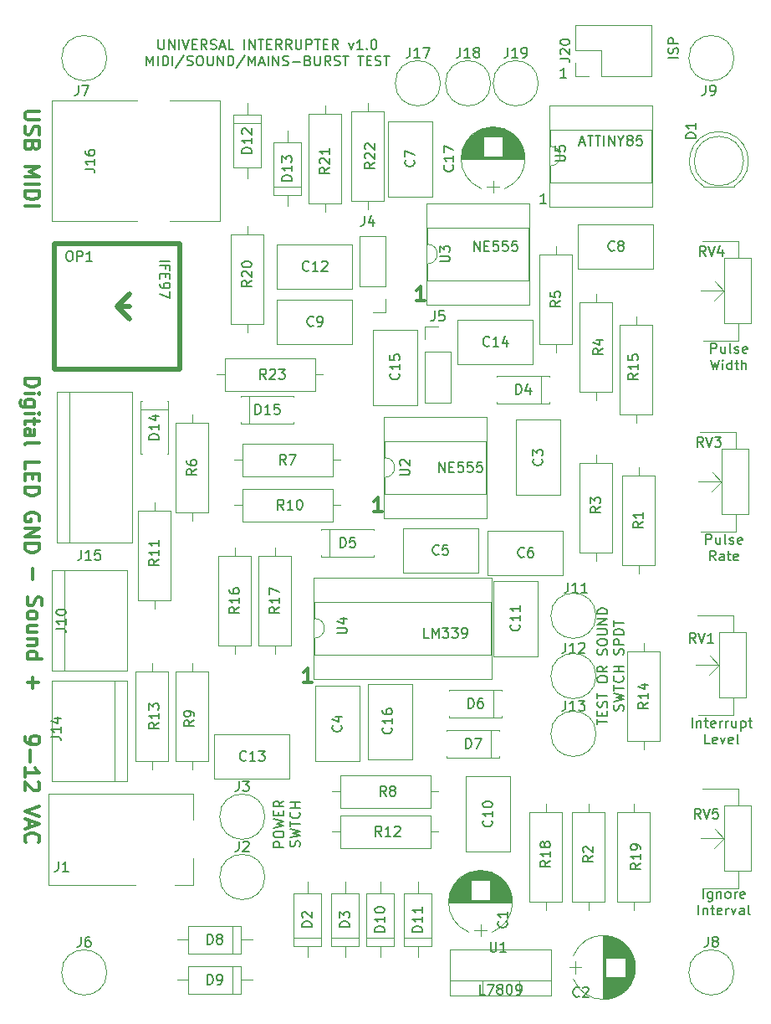
<source format=gbr>
G04 #@! TF.FileFunction,Legend,Top*
%FSLAX46Y46*%
G04 Gerber Fmt 4.6, Leading zero omitted, Abs format (unit mm)*
G04 Created by KiCad (PCBNEW 4.0.7) date 05/25/18 19:59:14*
%MOMM*%
%LPD*%
G01*
G04 APERTURE LIST*
%ADD10C,0.100000*%
%ADD11C,0.300000*%
%ADD12C,0.150000*%
%ADD13C,0.200000*%
%ADD14C,0.120000*%
%ADD15C,0.500000*%
G04 APERTURE END LIST*
D10*
D11*
X22919429Y-60746286D02*
X21705143Y-60746286D01*
X21562286Y-60817714D01*
X21490857Y-60889143D01*
X21419429Y-61032000D01*
X21419429Y-61317714D01*
X21490857Y-61460572D01*
X21562286Y-61532000D01*
X21705143Y-61603429D01*
X22919429Y-61603429D01*
X21490857Y-62246286D02*
X21419429Y-62460572D01*
X21419429Y-62817715D01*
X21490857Y-62960572D01*
X21562286Y-63032001D01*
X21705143Y-63103429D01*
X21848000Y-63103429D01*
X21990857Y-63032001D01*
X22062286Y-62960572D01*
X22133714Y-62817715D01*
X22205143Y-62532001D01*
X22276571Y-62389143D01*
X22348000Y-62317715D01*
X22490857Y-62246286D01*
X22633714Y-62246286D01*
X22776571Y-62317715D01*
X22848000Y-62389143D01*
X22919429Y-62532001D01*
X22919429Y-62889143D01*
X22848000Y-63103429D01*
X22205143Y-64246286D02*
X22133714Y-64460572D01*
X22062286Y-64532000D01*
X21919429Y-64603429D01*
X21705143Y-64603429D01*
X21562286Y-64532000D01*
X21490857Y-64460572D01*
X21419429Y-64317714D01*
X21419429Y-63746286D01*
X22919429Y-63746286D01*
X22919429Y-64246286D01*
X22848000Y-64389143D01*
X22776571Y-64460572D01*
X22633714Y-64532000D01*
X22490857Y-64532000D01*
X22348000Y-64460572D01*
X22276571Y-64389143D01*
X22205143Y-64246286D01*
X22205143Y-63746286D01*
X21419429Y-66389143D02*
X22919429Y-66389143D01*
X21848000Y-66889143D01*
X22919429Y-67389143D01*
X21419429Y-67389143D01*
X21419429Y-68103429D02*
X22919429Y-68103429D01*
X21419429Y-68817715D02*
X22919429Y-68817715D01*
X22919429Y-69174858D01*
X22848000Y-69389143D01*
X22705143Y-69532001D01*
X22562286Y-69603429D01*
X22276571Y-69674858D01*
X22062286Y-69674858D01*
X21776571Y-69603429D01*
X21633714Y-69532001D01*
X21490857Y-69389143D01*
X21419429Y-69174858D01*
X21419429Y-68817715D01*
X21419429Y-70317715D02*
X22919429Y-70317715D01*
D12*
X87574381Y-55332190D02*
X86574381Y-55332190D01*
X87526762Y-54903619D02*
X87574381Y-54760762D01*
X87574381Y-54522666D01*
X87526762Y-54427428D01*
X87479143Y-54379809D01*
X87383905Y-54332190D01*
X87288667Y-54332190D01*
X87193429Y-54379809D01*
X87145810Y-54427428D01*
X87098190Y-54522666D01*
X87050571Y-54713143D01*
X87002952Y-54808381D01*
X86955333Y-54856000D01*
X86860095Y-54903619D01*
X86764857Y-54903619D01*
X86669619Y-54856000D01*
X86622000Y-54808381D01*
X86574381Y-54713143D01*
X86574381Y-54475047D01*
X86622000Y-54332190D01*
X87574381Y-53903619D02*
X86574381Y-53903619D01*
X86574381Y-53522666D01*
X86622000Y-53427428D01*
X86669619Y-53379809D01*
X86764857Y-53332190D01*
X86907714Y-53332190D01*
X87002952Y-53379809D01*
X87050571Y-53427428D01*
X87098190Y-53522666D01*
X87098190Y-53903619D01*
X76231715Y-57348381D02*
X75660286Y-57348381D01*
X75946000Y-57348381D02*
X75946000Y-56348381D01*
X75850762Y-56491238D01*
X75755524Y-56586476D01*
X75660286Y-56634095D01*
X74199715Y-70048381D02*
X73628286Y-70048381D01*
X73914000Y-70048381D02*
X73914000Y-69048381D01*
X73818762Y-69191238D01*
X73723524Y-69286476D01*
X73628286Y-69334095D01*
X34950190Y-53491381D02*
X34950190Y-54300905D01*
X34997809Y-54396143D01*
X35045428Y-54443762D01*
X35140666Y-54491381D01*
X35331143Y-54491381D01*
X35426381Y-54443762D01*
X35474000Y-54396143D01*
X35521619Y-54300905D01*
X35521619Y-53491381D01*
X35997809Y-54491381D02*
X35997809Y-53491381D01*
X36569238Y-54491381D01*
X36569238Y-53491381D01*
X37045428Y-54491381D02*
X37045428Y-53491381D01*
X37378761Y-53491381D02*
X37712094Y-54491381D01*
X38045428Y-53491381D01*
X38378761Y-53967571D02*
X38712095Y-53967571D01*
X38854952Y-54491381D02*
X38378761Y-54491381D01*
X38378761Y-53491381D01*
X38854952Y-53491381D01*
X39854952Y-54491381D02*
X39521618Y-54015190D01*
X39283523Y-54491381D02*
X39283523Y-53491381D01*
X39664476Y-53491381D01*
X39759714Y-53539000D01*
X39807333Y-53586619D01*
X39854952Y-53681857D01*
X39854952Y-53824714D01*
X39807333Y-53919952D01*
X39759714Y-53967571D01*
X39664476Y-54015190D01*
X39283523Y-54015190D01*
X40235904Y-54443762D02*
X40378761Y-54491381D01*
X40616857Y-54491381D01*
X40712095Y-54443762D01*
X40759714Y-54396143D01*
X40807333Y-54300905D01*
X40807333Y-54205667D01*
X40759714Y-54110429D01*
X40712095Y-54062810D01*
X40616857Y-54015190D01*
X40426380Y-53967571D01*
X40331142Y-53919952D01*
X40283523Y-53872333D01*
X40235904Y-53777095D01*
X40235904Y-53681857D01*
X40283523Y-53586619D01*
X40331142Y-53539000D01*
X40426380Y-53491381D01*
X40664476Y-53491381D01*
X40807333Y-53539000D01*
X41188285Y-54205667D02*
X41664476Y-54205667D01*
X41093047Y-54491381D02*
X41426380Y-53491381D01*
X41759714Y-54491381D01*
X42569238Y-54491381D02*
X42093047Y-54491381D01*
X42093047Y-53491381D01*
X43664476Y-54491381D02*
X43664476Y-53491381D01*
X44140666Y-54491381D02*
X44140666Y-53491381D01*
X44712095Y-54491381D01*
X44712095Y-53491381D01*
X45045428Y-53491381D02*
X45616857Y-53491381D01*
X45331142Y-54491381D02*
X45331142Y-53491381D01*
X45950190Y-53967571D02*
X46283524Y-53967571D01*
X46426381Y-54491381D02*
X45950190Y-54491381D01*
X45950190Y-53491381D01*
X46426381Y-53491381D01*
X47426381Y-54491381D02*
X47093047Y-54015190D01*
X46854952Y-54491381D02*
X46854952Y-53491381D01*
X47235905Y-53491381D01*
X47331143Y-53539000D01*
X47378762Y-53586619D01*
X47426381Y-53681857D01*
X47426381Y-53824714D01*
X47378762Y-53919952D01*
X47331143Y-53967571D01*
X47235905Y-54015190D01*
X46854952Y-54015190D01*
X48426381Y-54491381D02*
X48093047Y-54015190D01*
X47854952Y-54491381D02*
X47854952Y-53491381D01*
X48235905Y-53491381D01*
X48331143Y-53539000D01*
X48378762Y-53586619D01*
X48426381Y-53681857D01*
X48426381Y-53824714D01*
X48378762Y-53919952D01*
X48331143Y-53967571D01*
X48235905Y-54015190D01*
X47854952Y-54015190D01*
X48854952Y-53491381D02*
X48854952Y-54300905D01*
X48902571Y-54396143D01*
X48950190Y-54443762D01*
X49045428Y-54491381D01*
X49235905Y-54491381D01*
X49331143Y-54443762D01*
X49378762Y-54396143D01*
X49426381Y-54300905D01*
X49426381Y-53491381D01*
X49902571Y-54491381D02*
X49902571Y-53491381D01*
X50283524Y-53491381D01*
X50378762Y-53539000D01*
X50426381Y-53586619D01*
X50474000Y-53681857D01*
X50474000Y-53824714D01*
X50426381Y-53919952D01*
X50378762Y-53967571D01*
X50283524Y-54015190D01*
X49902571Y-54015190D01*
X50759714Y-53491381D02*
X51331143Y-53491381D01*
X51045428Y-54491381D02*
X51045428Y-53491381D01*
X51664476Y-53967571D02*
X51997810Y-53967571D01*
X52140667Y-54491381D02*
X51664476Y-54491381D01*
X51664476Y-53491381D01*
X52140667Y-53491381D01*
X53140667Y-54491381D02*
X52807333Y-54015190D01*
X52569238Y-54491381D02*
X52569238Y-53491381D01*
X52950191Y-53491381D01*
X53045429Y-53539000D01*
X53093048Y-53586619D01*
X53140667Y-53681857D01*
X53140667Y-53824714D01*
X53093048Y-53919952D01*
X53045429Y-53967571D01*
X52950191Y-54015190D01*
X52569238Y-54015190D01*
X54235905Y-53824714D02*
X54474000Y-54491381D01*
X54712096Y-53824714D01*
X55616858Y-54491381D02*
X55045429Y-54491381D01*
X55331143Y-54491381D02*
X55331143Y-53491381D01*
X55235905Y-53634238D01*
X55140667Y-53729476D01*
X55045429Y-53777095D01*
X56045429Y-54396143D02*
X56093048Y-54443762D01*
X56045429Y-54491381D01*
X55997810Y-54443762D01*
X56045429Y-54396143D01*
X56045429Y-54491381D01*
X56712095Y-53491381D02*
X56807334Y-53491381D01*
X56902572Y-53539000D01*
X56950191Y-53586619D01*
X56997810Y-53681857D01*
X57045429Y-53872333D01*
X57045429Y-54110429D01*
X56997810Y-54300905D01*
X56950191Y-54396143D01*
X56902572Y-54443762D01*
X56807334Y-54491381D01*
X56712095Y-54491381D01*
X56616857Y-54443762D01*
X56569238Y-54396143D01*
X56521619Y-54300905D01*
X56474000Y-54110429D01*
X56474000Y-53872333D01*
X56521619Y-53681857D01*
X56569238Y-53586619D01*
X56616857Y-53539000D01*
X56712095Y-53491381D01*
X33759715Y-56141381D02*
X33759715Y-55141381D01*
X34093049Y-55855667D01*
X34426382Y-55141381D01*
X34426382Y-56141381D01*
X34902572Y-56141381D02*
X34902572Y-55141381D01*
X35378762Y-56141381D02*
X35378762Y-55141381D01*
X35616857Y-55141381D01*
X35759715Y-55189000D01*
X35854953Y-55284238D01*
X35902572Y-55379476D01*
X35950191Y-55569952D01*
X35950191Y-55712810D01*
X35902572Y-55903286D01*
X35854953Y-55998524D01*
X35759715Y-56093762D01*
X35616857Y-56141381D01*
X35378762Y-56141381D01*
X36378762Y-56141381D02*
X36378762Y-55141381D01*
X37569238Y-55093762D02*
X36712095Y-56379476D01*
X37854952Y-56093762D02*
X37997809Y-56141381D01*
X38235905Y-56141381D01*
X38331143Y-56093762D01*
X38378762Y-56046143D01*
X38426381Y-55950905D01*
X38426381Y-55855667D01*
X38378762Y-55760429D01*
X38331143Y-55712810D01*
X38235905Y-55665190D01*
X38045428Y-55617571D01*
X37950190Y-55569952D01*
X37902571Y-55522333D01*
X37854952Y-55427095D01*
X37854952Y-55331857D01*
X37902571Y-55236619D01*
X37950190Y-55189000D01*
X38045428Y-55141381D01*
X38283524Y-55141381D01*
X38426381Y-55189000D01*
X39045428Y-55141381D02*
X39235905Y-55141381D01*
X39331143Y-55189000D01*
X39426381Y-55284238D01*
X39474000Y-55474714D01*
X39474000Y-55808048D01*
X39426381Y-55998524D01*
X39331143Y-56093762D01*
X39235905Y-56141381D01*
X39045428Y-56141381D01*
X38950190Y-56093762D01*
X38854952Y-55998524D01*
X38807333Y-55808048D01*
X38807333Y-55474714D01*
X38854952Y-55284238D01*
X38950190Y-55189000D01*
X39045428Y-55141381D01*
X39902571Y-55141381D02*
X39902571Y-55950905D01*
X39950190Y-56046143D01*
X39997809Y-56093762D01*
X40093047Y-56141381D01*
X40283524Y-56141381D01*
X40378762Y-56093762D01*
X40426381Y-56046143D01*
X40474000Y-55950905D01*
X40474000Y-55141381D01*
X40950190Y-56141381D02*
X40950190Y-55141381D01*
X41521619Y-56141381D01*
X41521619Y-55141381D01*
X41997809Y-56141381D02*
X41997809Y-55141381D01*
X42235904Y-55141381D01*
X42378762Y-55189000D01*
X42474000Y-55284238D01*
X42521619Y-55379476D01*
X42569238Y-55569952D01*
X42569238Y-55712810D01*
X42521619Y-55903286D01*
X42474000Y-55998524D01*
X42378762Y-56093762D01*
X42235904Y-56141381D01*
X41997809Y-56141381D01*
X43712095Y-55093762D02*
X42854952Y-56379476D01*
X44045428Y-56141381D02*
X44045428Y-55141381D01*
X44378762Y-55855667D01*
X44712095Y-55141381D01*
X44712095Y-56141381D01*
X45140666Y-55855667D02*
X45616857Y-55855667D01*
X45045428Y-56141381D02*
X45378761Y-55141381D01*
X45712095Y-56141381D01*
X46045428Y-56141381D02*
X46045428Y-55141381D01*
X46521618Y-56141381D02*
X46521618Y-55141381D01*
X47093047Y-56141381D01*
X47093047Y-55141381D01*
X47521618Y-56093762D02*
X47664475Y-56141381D01*
X47902571Y-56141381D01*
X47997809Y-56093762D01*
X48045428Y-56046143D01*
X48093047Y-55950905D01*
X48093047Y-55855667D01*
X48045428Y-55760429D01*
X47997809Y-55712810D01*
X47902571Y-55665190D01*
X47712094Y-55617571D01*
X47616856Y-55569952D01*
X47569237Y-55522333D01*
X47521618Y-55427095D01*
X47521618Y-55331857D01*
X47569237Y-55236619D01*
X47616856Y-55189000D01*
X47712094Y-55141381D01*
X47950190Y-55141381D01*
X48093047Y-55189000D01*
X48521618Y-55760429D02*
X49283523Y-55760429D01*
X50093047Y-55617571D02*
X50235904Y-55665190D01*
X50283523Y-55712810D01*
X50331142Y-55808048D01*
X50331142Y-55950905D01*
X50283523Y-56046143D01*
X50235904Y-56093762D01*
X50140666Y-56141381D01*
X49759713Y-56141381D01*
X49759713Y-55141381D01*
X50093047Y-55141381D01*
X50188285Y-55189000D01*
X50235904Y-55236619D01*
X50283523Y-55331857D01*
X50283523Y-55427095D01*
X50235904Y-55522333D01*
X50188285Y-55569952D01*
X50093047Y-55617571D01*
X49759713Y-55617571D01*
X50759713Y-55141381D02*
X50759713Y-55950905D01*
X50807332Y-56046143D01*
X50854951Y-56093762D01*
X50950189Y-56141381D01*
X51140666Y-56141381D01*
X51235904Y-56093762D01*
X51283523Y-56046143D01*
X51331142Y-55950905D01*
X51331142Y-55141381D01*
X52378761Y-56141381D02*
X52045427Y-55665190D01*
X51807332Y-56141381D02*
X51807332Y-55141381D01*
X52188285Y-55141381D01*
X52283523Y-55189000D01*
X52331142Y-55236619D01*
X52378761Y-55331857D01*
X52378761Y-55474714D01*
X52331142Y-55569952D01*
X52283523Y-55617571D01*
X52188285Y-55665190D01*
X51807332Y-55665190D01*
X52759713Y-56093762D02*
X52902570Y-56141381D01*
X53140666Y-56141381D01*
X53235904Y-56093762D01*
X53283523Y-56046143D01*
X53331142Y-55950905D01*
X53331142Y-55855667D01*
X53283523Y-55760429D01*
X53235904Y-55712810D01*
X53140666Y-55665190D01*
X52950189Y-55617571D01*
X52854951Y-55569952D01*
X52807332Y-55522333D01*
X52759713Y-55427095D01*
X52759713Y-55331857D01*
X52807332Y-55236619D01*
X52854951Y-55189000D01*
X52950189Y-55141381D01*
X53188285Y-55141381D01*
X53331142Y-55189000D01*
X53616856Y-55141381D02*
X54188285Y-55141381D01*
X53902570Y-56141381D02*
X53902570Y-55141381D01*
X55140666Y-55141381D02*
X55712095Y-55141381D01*
X55426380Y-56141381D02*
X55426380Y-55141381D01*
X56045428Y-55617571D02*
X56378762Y-55617571D01*
X56521619Y-56141381D02*
X56045428Y-56141381D01*
X56045428Y-55141381D01*
X56521619Y-55141381D01*
X56902571Y-56093762D02*
X57045428Y-56141381D01*
X57283524Y-56141381D01*
X57378762Y-56093762D01*
X57426381Y-56046143D01*
X57474000Y-55950905D01*
X57474000Y-55855667D01*
X57426381Y-55760429D01*
X57378762Y-55712810D01*
X57283524Y-55665190D01*
X57093047Y-55617571D01*
X56997809Y-55569952D01*
X56950190Y-55522333D01*
X56902571Y-55427095D01*
X56902571Y-55331857D01*
X56950190Y-55236619D01*
X56997809Y-55189000D01*
X57093047Y-55141381D01*
X57331143Y-55141381D01*
X57474000Y-55189000D01*
X57759714Y-55141381D02*
X58331143Y-55141381D01*
X58045428Y-56141381D02*
X58045428Y-55141381D01*
X77629143Y-63920667D02*
X78105334Y-63920667D01*
X77533905Y-64206381D02*
X77867238Y-63206381D01*
X78200572Y-64206381D01*
X78391048Y-63206381D02*
X78962477Y-63206381D01*
X78676762Y-64206381D02*
X78676762Y-63206381D01*
X79152953Y-63206381D02*
X79724382Y-63206381D01*
X79438667Y-64206381D02*
X79438667Y-63206381D01*
X80057715Y-64206381D02*
X80057715Y-63206381D01*
X80533905Y-64206381D02*
X80533905Y-63206381D01*
X81105334Y-64206381D01*
X81105334Y-63206381D01*
X81772000Y-63730190D02*
X81772000Y-64206381D01*
X81438667Y-63206381D02*
X81772000Y-63730190D01*
X82105334Y-63206381D01*
X82581524Y-63634952D02*
X82486286Y-63587333D01*
X82438667Y-63539714D01*
X82391048Y-63444476D01*
X82391048Y-63396857D01*
X82438667Y-63301619D01*
X82486286Y-63254000D01*
X82581524Y-63206381D01*
X82772001Y-63206381D01*
X82867239Y-63254000D01*
X82914858Y-63301619D01*
X82962477Y-63396857D01*
X82962477Y-63444476D01*
X82914858Y-63539714D01*
X82867239Y-63587333D01*
X82772001Y-63634952D01*
X82581524Y-63634952D01*
X82486286Y-63682571D01*
X82438667Y-63730190D01*
X82391048Y-63825429D01*
X82391048Y-64015905D01*
X82438667Y-64111143D01*
X82486286Y-64158762D01*
X82581524Y-64206381D01*
X82772001Y-64206381D01*
X82867239Y-64158762D01*
X82914858Y-64111143D01*
X82962477Y-64015905D01*
X82962477Y-63825429D01*
X82914858Y-63730190D01*
X82867239Y-63682571D01*
X82772001Y-63634952D01*
X83867239Y-63206381D02*
X83391048Y-63206381D01*
X83343429Y-63682571D01*
X83391048Y-63634952D01*
X83486286Y-63587333D01*
X83724382Y-63587333D01*
X83819620Y-63634952D01*
X83867239Y-63682571D01*
X83914858Y-63777810D01*
X83914858Y-64015905D01*
X83867239Y-64111143D01*
X83819620Y-64158762D01*
X83724382Y-64206381D01*
X83486286Y-64206381D01*
X83391048Y-64158762D01*
X83343429Y-64111143D01*
D13*
X68000762Y-150058381D02*
X67524571Y-150058381D01*
X67524571Y-149058381D01*
X68238857Y-149058381D02*
X68905524Y-149058381D01*
X68476952Y-150058381D01*
X69429333Y-149486952D02*
X69334095Y-149439333D01*
X69286476Y-149391714D01*
X69238857Y-149296476D01*
X69238857Y-149248857D01*
X69286476Y-149153619D01*
X69334095Y-149106000D01*
X69429333Y-149058381D01*
X69619810Y-149058381D01*
X69715048Y-149106000D01*
X69762667Y-149153619D01*
X69810286Y-149248857D01*
X69810286Y-149296476D01*
X69762667Y-149391714D01*
X69715048Y-149439333D01*
X69619810Y-149486952D01*
X69429333Y-149486952D01*
X69334095Y-149534571D01*
X69286476Y-149582190D01*
X69238857Y-149677429D01*
X69238857Y-149867905D01*
X69286476Y-149963143D01*
X69334095Y-150010762D01*
X69429333Y-150058381D01*
X69619810Y-150058381D01*
X69715048Y-150010762D01*
X69762667Y-149963143D01*
X69810286Y-149867905D01*
X69810286Y-149677429D01*
X69762667Y-149582190D01*
X69715048Y-149534571D01*
X69619810Y-149486952D01*
X70429333Y-149058381D02*
X70524572Y-149058381D01*
X70619810Y-149106000D01*
X70667429Y-149153619D01*
X70715048Y-149248857D01*
X70762667Y-149439333D01*
X70762667Y-149677429D01*
X70715048Y-149867905D01*
X70667429Y-149963143D01*
X70619810Y-150010762D01*
X70524572Y-150058381D01*
X70429333Y-150058381D01*
X70334095Y-150010762D01*
X70286476Y-149963143D01*
X70238857Y-149867905D01*
X70191238Y-149677429D01*
X70191238Y-149439333D01*
X70238857Y-149248857D01*
X70286476Y-149153619D01*
X70334095Y-149106000D01*
X70429333Y-149058381D01*
X71238857Y-150058381D02*
X71429333Y-150058381D01*
X71524572Y-150010762D01*
X71572191Y-149963143D01*
X71667429Y-149820286D01*
X71715048Y-149629810D01*
X71715048Y-149248857D01*
X71667429Y-149153619D01*
X71619810Y-149106000D01*
X71524572Y-149058381D01*
X71334095Y-149058381D01*
X71238857Y-149106000D01*
X71191238Y-149153619D01*
X71143619Y-149248857D01*
X71143619Y-149486952D01*
X71191238Y-149582190D01*
X71238857Y-149629810D01*
X71334095Y-149677429D01*
X71524572Y-149677429D01*
X71619810Y-149629810D01*
X71667429Y-149582190D01*
X71715048Y-149486952D01*
D12*
X90106762Y-140343381D02*
X90106762Y-139343381D01*
X91011524Y-139676714D02*
X91011524Y-140486238D01*
X90963905Y-140581476D01*
X90916286Y-140629095D01*
X90821047Y-140676714D01*
X90678190Y-140676714D01*
X90582952Y-140629095D01*
X91011524Y-140295762D02*
X90916286Y-140343381D01*
X90725809Y-140343381D01*
X90630571Y-140295762D01*
X90582952Y-140248143D01*
X90535333Y-140152905D01*
X90535333Y-139867190D01*
X90582952Y-139771952D01*
X90630571Y-139724333D01*
X90725809Y-139676714D01*
X90916286Y-139676714D01*
X91011524Y-139724333D01*
X91487714Y-139676714D02*
X91487714Y-140343381D01*
X91487714Y-139771952D02*
X91535333Y-139724333D01*
X91630571Y-139676714D01*
X91773429Y-139676714D01*
X91868667Y-139724333D01*
X91916286Y-139819571D01*
X91916286Y-140343381D01*
X92535333Y-140343381D02*
X92440095Y-140295762D01*
X92392476Y-140248143D01*
X92344857Y-140152905D01*
X92344857Y-139867190D01*
X92392476Y-139771952D01*
X92440095Y-139724333D01*
X92535333Y-139676714D01*
X92678191Y-139676714D01*
X92773429Y-139724333D01*
X92821048Y-139771952D01*
X92868667Y-139867190D01*
X92868667Y-140152905D01*
X92821048Y-140248143D01*
X92773429Y-140295762D01*
X92678191Y-140343381D01*
X92535333Y-140343381D01*
X93297238Y-140343381D02*
X93297238Y-139676714D01*
X93297238Y-139867190D02*
X93344857Y-139771952D01*
X93392476Y-139724333D01*
X93487714Y-139676714D01*
X93582953Y-139676714D01*
X94297239Y-140295762D02*
X94202001Y-140343381D01*
X94011524Y-140343381D01*
X93916286Y-140295762D01*
X93868667Y-140200524D01*
X93868667Y-139819571D01*
X93916286Y-139724333D01*
X94011524Y-139676714D01*
X94202001Y-139676714D01*
X94297239Y-139724333D01*
X94344858Y-139819571D01*
X94344858Y-139914810D01*
X93868667Y-140010048D01*
X89630571Y-141993381D02*
X89630571Y-140993381D01*
X90106761Y-141326714D02*
X90106761Y-141993381D01*
X90106761Y-141421952D02*
X90154380Y-141374333D01*
X90249618Y-141326714D01*
X90392476Y-141326714D01*
X90487714Y-141374333D01*
X90535333Y-141469571D01*
X90535333Y-141993381D01*
X90868666Y-141326714D02*
X91249618Y-141326714D01*
X91011523Y-140993381D02*
X91011523Y-141850524D01*
X91059142Y-141945762D01*
X91154380Y-141993381D01*
X91249618Y-141993381D01*
X91963905Y-141945762D02*
X91868667Y-141993381D01*
X91678190Y-141993381D01*
X91582952Y-141945762D01*
X91535333Y-141850524D01*
X91535333Y-141469571D01*
X91582952Y-141374333D01*
X91678190Y-141326714D01*
X91868667Y-141326714D01*
X91963905Y-141374333D01*
X92011524Y-141469571D01*
X92011524Y-141564810D01*
X91535333Y-141660048D01*
X92440095Y-141993381D02*
X92440095Y-141326714D01*
X92440095Y-141517190D02*
X92487714Y-141421952D01*
X92535333Y-141374333D01*
X92630571Y-141326714D01*
X92725810Y-141326714D01*
X92963905Y-141326714D02*
X93202000Y-141993381D01*
X93440096Y-141326714D01*
X94249620Y-141993381D02*
X94249620Y-141469571D01*
X94202001Y-141374333D01*
X94106763Y-141326714D01*
X93916286Y-141326714D01*
X93821048Y-141374333D01*
X94249620Y-141945762D02*
X94154382Y-141993381D01*
X93916286Y-141993381D01*
X93821048Y-141945762D01*
X93773429Y-141850524D01*
X93773429Y-141755286D01*
X93821048Y-141660048D01*
X93916286Y-141612429D01*
X94154382Y-141612429D01*
X94249620Y-141564810D01*
X94868667Y-141993381D02*
X94773429Y-141945762D01*
X94725810Y-141850524D01*
X94725810Y-140993381D01*
X88971809Y-123071381D02*
X88971809Y-122071381D01*
X89447999Y-122404714D02*
X89447999Y-123071381D01*
X89447999Y-122499952D02*
X89495618Y-122452333D01*
X89590856Y-122404714D01*
X89733714Y-122404714D01*
X89828952Y-122452333D01*
X89876571Y-122547571D01*
X89876571Y-123071381D01*
X90209904Y-122404714D02*
X90590856Y-122404714D01*
X90352761Y-122071381D02*
X90352761Y-122928524D01*
X90400380Y-123023762D01*
X90495618Y-123071381D01*
X90590856Y-123071381D01*
X91305143Y-123023762D02*
X91209905Y-123071381D01*
X91019428Y-123071381D01*
X90924190Y-123023762D01*
X90876571Y-122928524D01*
X90876571Y-122547571D01*
X90924190Y-122452333D01*
X91019428Y-122404714D01*
X91209905Y-122404714D01*
X91305143Y-122452333D01*
X91352762Y-122547571D01*
X91352762Y-122642810D01*
X90876571Y-122738048D01*
X91781333Y-123071381D02*
X91781333Y-122404714D01*
X91781333Y-122595190D02*
X91828952Y-122499952D01*
X91876571Y-122452333D01*
X91971809Y-122404714D01*
X92067048Y-122404714D01*
X92400381Y-123071381D02*
X92400381Y-122404714D01*
X92400381Y-122595190D02*
X92448000Y-122499952D01*
X92495619Y-122452333D01*
X92590857Y-122404714D01*
X92686096Y-122404714D01*
X93448001Y-122404714D02*
X93448001Y-123071381D01*
X93019429Y-122404714D02*
X93019429Y-122928524D01*
X93067048Y-123023762D01*
X93162286Y-123071381D01*
X93305144Y-123071381D01*
X93400382Y-123023762D01*
X93448001Y-122976143D01*
X93924191Y-122404714D02*
X93924191Y-123404714D01*
X93924191Y-122452333D02*
X94019429Y-122404714D01*
X94209906Y-122404714D01*
X94305144Y-122452333D01*
X94352763Y-122499952D01*
X94400382Y-122595190D01*
X94400382Y-122880905D01*
X94352763Y-122976143D01*
X94305144Y-123023762D01*
X94209906Y-123071381D01*
X94019429Y-123071381D01*
X93924191Y-123023762D01*
X94686096Y-122404714D02*
X95067048Y-122404714D01*
X94828953Y-122071381D02*
X94828953Y-122928524D01*
X94876572Y-123023762D01*
X94971810Y-123071381D01*
X95067048Y-123071381D01*
X90757524Y-124721381D02*
X90281333Y-124721381D01*
X90281333Y-123721381D01*
X91471810Y-124673762D02*
X91376572Y-124721381D01*
X91186095Y-124721381D01*
X91090857Y-124673762D01*
X91043238Y-124578524D01*
X91043238Y-124197571D01*
X91090857Y-124102333D01*
X91186095Y-124054714D01*
X91376572Y-124054714D01*
X91471810Y-124102333D01*
X91519429Y-124197571D01*
X91519429Y-124292810D01*
X91043238Y-124388048D01*
X91852762Y-124054714D02*
X92090857Y-124721381D01*
X92328953Y-124054714D01*
X93090858Y-124673762D02*
X92995620Y-124721381D01*
X92805143Y-124721381D01*
X92709905Y-124673762D01*
X92662286Y-124578524D01*
X92662286Y-124197571D01*
X92709905Y-124102333D01*
X92805143Y-124054714D01*
X92995620Y-124054714D01*
X93090858Y-124102333D01*
X93138477Y-124197571D01*
X93138477Y-124292810D01*
X92662286Y-124388048D01*
X93709905Y-124721381D02*
X93614667Y-124673762D01*
X93567048Y-124578524D01*
X93567048Y-123721381D01*
D11*
X21419429Y-87770000D02*
X22919429Y-87770000D01*
X22919429Y-88127143D01*
X22848000Y-88341428D01*
X22705143Y-88484286D01*
X22562286Y-88555714D01*
X22276571Y-88627143D01*
X22062286Y-88627143D01*
X21776571Y-88555714D01*
X21633714Y-88484286D01*
X21490857Y-88341428D01*
X21419429Y-88127143D01*
X21419429Y-87770000D01*
X21419429Y-89270000D02*
X22419429Y-89270000D01*
X22919429Y-89270000D02*
X22848000Y-89198571D01*
X22776571Y-89270000D01*
X22848000Y-89341428D01*
X22919429Y-89270000D01*
X22776571Y-89270000D01*
X22419429Y-90627143D02*
X21205143Y-90627143D01*
X21062286Y-90555714D01*
X20990857Y-90484286D01*
X20919429Y-90341429D01*
X20919429Y-90127143D01*
X20990857Y-89984286D01*
X21490857Y-90627143D02*
X21419429Y-90484286D01*
X21419429Y-90198572D01*
X21490857Y-90055714D01*
X21562286Y-89984286D01*
X21705143Y-89912857D01*
X22133714Y-89912857D01*
X22276571Y-89984286D01*
X22348000Y-90055714D01*
X22419429Y-90198572D01*
X22419429Y-90484286D01*
X22348000Y-90627143D01*
X21419429Y-91341429D02*
X22419429Y-91341429D01*
X22919429Y-91341429D02*
X22848000Y-91270000D01*
X22776571Y-91341429D01*
X22848000Y-91412857D01*
X22919429Y-91341429D01*
X22776571Y-91341429D01*
X22419429Y-91841429D02*
X22419429Y-92412858D01*
X22919429Y-92055715D02*
X21633714Y-92055715D01*
X21490857Y-92127143D01*
X21419429Y-92270001D01*
X21419429Y-92412858D01*
X21419429Y-93555715D02*
X22205143Y-93555715D01*
X22348000Y-93484286D01*
X22419429Y-93341429D01*
X22419429Y-93055715D01*
X22348000Y-92912858D01*
X21490857Y-93555715D02*
X21419429Y-93412858D01*
X21419429Y-93055715D01*
X21490857Y-92912858D01*
X21633714Y-92841429D01*
X21776571Y-92841429D01*
X21919429Y-92912858D01*
X21990857Y-93055715D01*
X21990857Y-93412858D01*
X22062286Y-93555715D01*
X21419429Y-94484287D02*
X21490857Y-94341429D01*
X21633714Y-94270001D01*
X22919429Y-94270001D01*
X21419429Y-96912858D02*
X21419429Y-96198572D01*
X22919429Y-96198572D01*
X22205143Y-97412858D02*
X22205143Y-97912858D01*
X21419429Y-98127144D02*
X21419429Y-97412858D01*
X22919429Y-97412858D01*
X22919429Y-98127144D01*
X21419429Y-98770001D02*
X22919429Y-98770001D01*
X22919429Y-99127144D01*
X22848000Y-99341429D01*
X22705143Y-99484287D01*
X22562286Y-99555715D01*
X22276571Y-99627144D01*
X22062286Y-99627144D01*
X21776571Y-99555715D01*
X21633714Y-99484287D01*
X21490857Y-99341429D01*
X21419429Y-99127144D01*
X21419429Y-98770001D01*
X22848000Y-102198572D02*
X22919429Y-102055715D01*
X22919429Y-101841429D01*
X22848000Y-101627144D01*
X22705143Y-101484286D01*
X22562286Y-101412858D01*
X22276571Y-101341429D01*
X22062286Y-101341429D01*
X21776571Y-101412858D01*
X21633714Y-101484286D01*
X21490857Y-101627144D01*
X21419429Y-101841429D01*
X21419429Y-101984286D01*
X21490857Y-102198572D01*
X21562286Y-102270001D01*
X22062286Y-102270001D01*
X22062286Y-101984286D01*
X21419429Y-102912858D02*
X22919429Y-102912858D01*
X21419429Y-103770001D01*
X22919429Y-103770001D01*
X21419429Y-104484287D02*
X22919429Y-104484287D01*
X22919429Y-104841430D01*
X22848000Y-105055715D01*
X22705143Y-105198573D01*
X22562286Y-105270001D01*
X22276571Y-105341430D01*
X22062286Y-105341430D01*
X21776571Y-105270001D01*
X21633714Y-105198573D01*
X21490857Y-105055715D01*
X21419429Y-104841430D01*
X21419429Y-104484287D01*
X21419429Y-124036001D02*
X21419429Y-124321716D01*
X21490857Y-124464573D01*
X21562286Y-124536001D01*
X21776571Y-124678859D01*
X22062286Y-124750287D01*
X22633714Y-124750287D01*
X22776571Y-124678859D01*
X22848000Y-124607430D01*
X22919429Y-124464573D01*
X22919429Y-124178859D01*
X22848000Y-124036001D01*
X22776571Y-123964573D01*
X22633714Y-123893144D01*
X22276571Y-123893144D01*
X22133714Y-123964573D01*
X22062286Y-124036001D01*
X21990857Y-124178859D01*
X21990857Y-124464573D01*
X22062286Y-124607430D01*
X22133714Y-124678859D01*
X22276571Y-124750287D01*
X21990857Y-125393144D02*
X21990857Y-126536001D01*
X21419429Y-128036001D02*
X21419429Y-127178858D01*
X21419429Y-127607430D02*
X22919429Y-127607430D01*
X22705143Y-127464573D01*
X22562286Y-127321715D01*
X22490857Y-127178858D01*
X22776571Y-128607429D02*
X22848000Y-128678858D01*
X22919429Y-128821715D01*
X22919429Y-129178858D01*
X22848000Y-129321715D01*
X22776571Y-129393144D01*
X22633714Y-129464572D01*
X22490857Y-129464572D01*
X22276571Y-129393144D01*
X21419429Y-128536001D01*
X21419429Y-129464572D01*
X22919429Y-131036000D02*
X21419429Y-131536000D01*
X22919429Y-132036000D01*
X21848000Y-132464571D02*
X21848000Y-133178857D01*
X21419429Y-132321714D02*
X22919429Y-132821714D01*
X21419429Y-133321714D01*
X21562286Y-134678857D02*
X21490857Y-134607428D01*
X21419429Y-134393142D01*
X21419429Y-134250285D01*
X21490857Y-134036000D01*
X21633714Y-133893142D01*
X21776571Y-133821714D01*
X22062286Y-133750285D01*
X22276571Y-133750285D01*
X22562286Y-133821714D01*
X22705143Y-133893142D01*
X22848000Y-134036000D01*
X22919429Y-134250285D01*
X22919429Y-134393142D01*
X22848000Y-134607428D01*
X22776571Y-134678857D01*
X22244857Y-106958572D02*
X22244857Y-108101429D01*
X21744857Y-109887143D02*
X21673429Y-110101429D01*
X21673429Y-110458572D01*
X21744857Y-110601429D01*
X21816286Y-110672858D01*
X21959143Y-110744286D01*
X22102000Y-110744286D01*
X22244857Y-110672858D01*
X22316286Y-110601429D01*
X22387714Y-110458572D01*
X22459143Y-110172858D01*
X22530571Y-110030000D01*
X22602000Y-109958572D01*
X22744857Y-109887143D01*
X22887714Y-109887143D01*
X23030571Y-109958572D01*
X23102000Y-110030000D01*
X23173429Y-110172858D01*
X23173429Y-110530000D01*
X23102000Y-110744286D01*
X21673429Y-111601429D02*
X21744857Y-111458571D01*
X21816286Y-111387143D01*
X21959143Y-111315714D01*
X22387714Y-111315714D01*
X22530571Y-111387143D01*
X22602000Y-111458571D01*
X22673429Y-111601429D01*
X22673429Y-111815714D01*
X22602000Y-111958571D01*
X22530571Y-112030000D01*
X22387714Y-112101429D01*
X21959143Y-112101429D01*
X21816286Y-112030000D01*
X21744857Y-111958571D01*
X21673429Y-111815714D01*
X21673429Y-111601429D01*
X22673429Y-113387143D02*
X21673429Y-113387143D01*
X22673429Y-112744286D02*
X21887714Y-112744286D01*
X21744857Y-112815714D01*
X21673429Y-112958572D01*
X21673429Y-113172857D01*
X21744857Y-113315714D01*
X21816286Y-113387143D01*
X22673429Y-114101429D02*
X21673429Y-114101429D01*
X22530571Y-114101429D02*
X22602000Y-114172857D01*
X22673429Y-114315715D01*
X22673429Y-114530000D01*
X22602000Y-114672857D01*
X22459143Y-114744286D01*
X21673429Y-114744286D01*
X21673429Y-116101429D02*
X23173429Y-116101429D01*
X21744857Y-116101429D02*
X21673429Y-115958572D01*
X21673429Y-115672858D01*
X21744857Y-115530000D01*
X21816286Y-115458572D01*
X21959143Y-115387143D01*
X22387714Y-115387143D01*
X22530571Y-115458572D01*
X22602000Y-115530000D01*
X22673429Y-115672858D01*
X22673429Y-115958572D01*
X22602000Y-116101429D01*
X22244857Y-117958572D02*
X22244857Y-119101429D01*
X21673429Y-118530000D02*
X22816286Y-118530000D01*
D12*
X79399381Y-122768572D02*
X79399381Y-122197143D01*
X80399381Y-122482858D02*
X79399381Y-122482858D01*
X79875571Y-121863810D02*
X79875571Y-121530476D01*
X80399381Y-121387619D02*
X80399381Y-121863810D01*
X79399381Y-121863810D01*
X79399381Y-121387619D01*
X80351762Y-121006667D02*
X80399381Y-120863810D01*
X80399381Y-120625714D01*
X80351762Y-120530476D01*
X80304143Y-120482857D01*
X80208905Y-120435238D01*
X80113667Y-120435238D01*
X80018429Y-120482857D01*
X79970810Y-120530476D01*
X79923190Y-120625714D01*
X79875571Y-120816191D01*
X79827952Y-120911429D01*
X79780333Y-120959048D01*
X79685095Y-121006667D01*
X79589857Y-121006667D01*
X79494619Y-120959048D01*
X79447000Y-120911429D01*
X79399381Y-120816191D01*
X79399381Y-120578095D01*
X79447000Y-120435238D01*
X79399381Y-120149524D02*
X79399381Y-119578095D01*
X80399381Y-119863810D02*
X79399381Y-119863810D01*
X79399381Y-118292381D02*
X79399381Y-118101904D01*
X79447000Y-118006666D01*
X79542238Y-117911428D01*
X79732714Y-117863809D01*
X80066048Y-117863809D01*
X80256524Y-117911428D01*
X80351762Y-118006666D01*
X80399381Y-118101904D01*
X80399381Y-118292381D01*
X80351762Y-118387619D01*
X80256524Y-118482857D01*
X80066048Y-118530476D01*
X79732714Y-118530476D01*
X79542238Y-118482857D01*
X79447000Y-118387619D01*
X79399381Y-118292381D01*
X80399381Y-116863809D02*
X79923190Y-117197143D01*
X80399381Y-117435238D02*
X79399381Y-117435238D01*
X79399381Y-117054285D01*
X79447000Y-116959047D01*
X79494619Y-116911428D01*
X79589857Y-116863809D01*
X79732714Y-116863809D01*
X79827952Y-116911428D01*
X79875571Y-116959047D01*
X79923190Y-117054285D01*
X79923190Y-117435238D01*
X80351762Y-115720952D02*
X80399381Y-115578095D01*
X80399381Y-115339999D01*
X80351762Y-115244761D01*
X80304143Y-115197142D01*
X80208905Y-115149523D01*
X80113667Y-115149523D01*
X80018429Y-115197142D01*
X79970810Y-115244761D01*
X79923190Y-115339999D01*
X79875571Y-115530476D01*
X79827952Y-115625714D01*
X79780333Y-115673333D01*
X79685095Y-115720952D01*
X79589857Y-115720952D01*
X79494619Y-115673333D01*
X79447000Y-115625714D01*
X79399381Y-115530476D01*
X79399381Y-115292380D01*
X79447000Y-115149523D01*
X79399381Y-114530476D02*
X79399381Y-114339999D01*
X79447000Y-114244761D01*
X79542238Y-114149523D01*
X79732714Y-114101904D01*
X80066048Y-114101904D01*
X80256524Y-114149523D01*
X80351762Y-114244761D01*
X80399381Y-114339999D01*
X80399381Y-114530476D01*
X80351762Y-114625714D01*
X80256524Y-114720952D01*
X80066048Y-114768571D01*
X79732714Y-114768571D01*
X79542238Y-114720952D01*
X79447000Y-114625714D01*
X79399381Y-114530476D01*
X79399381Y-113673333D02*
X80208905Y-113673333D01*
X80304143Y-113625714D01*
X80351762Y-113578095D01*
X80399381Y-113482857D01*
X80399381Y-113292380D01*
X80351762Y-113197142D01*
X80304143Y-113149523D01*
X80208905Y-113101904D01*
X79399381Y-113101904D01*
X80399381Y-112625714D02*
X79399381Y-112625714D01*
X80399381Y-112054285D01*
X79399381Y-112054285D01*
X80399381Y-111578095D02*
X79399381Y-111578095D01*
X79399381Y-111340000D01*
X79447000Y-111197142D01*
X79542238Y-111101904D01*
X79637476Y-111054285D01*
X79827952Y-111006666D01*
X79970810Y-111006666D01*
X80161286Y-111054285D01*
X80256524Y-111101904D01*
X80351762Y-111197142D01*
X80399381Y-111340000D01*
X80399381Y-111578095D01*
X82001762Y-121340000D02*
X82049381Y-121197143D01*
X82049381Y-120959047D01*
X82001762Y-120863809D01*
X81954143Y-120816190D01*
X81858905Y-120768571D01*
X81763667Y-120768571D01*
X81668429Y-120816190D01*
X81620810Y-120863809D01*
X81573190Y-120959047D01*
X81525571Y-121149524D01*
X81477952Y-121244762D01*
X81430333Y-121292381D01*
X81335095Y-121340000D01*
X81239857Y-121340000D01*
X81144619Y-121292381D01*
X81097000Y-121244762D01*
X81049381Y-121149524D01*
X81049381Y-120911428D01*
X81097000Y-120768571D01*
X81049381Y-120435238D02*
X82049381Y-120197143D01*
X81335095Y-120006666D01*
X82049381Y-119816190D01*
X81049381Y-119578095D01*
X81049381Y-119340000D02*
X81049381Y-118768571D01*
X82049381Y-119054286D02*
X81049381Y-119054286D01*
X81954143Y-117863809D02*
X82001762Y-117911428D01*
X82049381Y-118054285D01*
X82049381Y-118149523D01*
X82001762Y-118292381D01*
X81906524Y-118387619D01*
X81811286Y-118435238D01*
X81620810Y-118482857D01*
X81477952Y-118482857D01*
X81287476Y-118435238D01*
X81192238Y-118387619D01*
X81097000Y-118292381D01*
X81049381Y-118149523D01*
X81049381Y-118054285D01*
X81097000Y-117911428D01*
X81144619Y-117863809D01*
X82049381Y-117435238D02*
X81049381Y-117435238D01*
X81525571Y-117435238D02*
X81525571Y-116863809D01*
X82049381Y-116863809D02*
X81049381Y-116863809D01*
X82001762Y-115673333D02*
X82049381Y-115530476D01*
X82049381Y-115292380D01*
X82001762Y-115197142D01*
X81954143Y-115149523D01*
X81858905Y-115101904D01*
X81763667Y-115101904D01*
X81668429Y-115149523D01*
X81620810Y-115197142D01*
X81573190Y-115292380D01*
X81525571Y-115482857D01*
X81477952Y-115578095D01*
X81430333Y-115625714D01*
X81335095Y-115673333D01*
X81239857Y-115673333D01*
X81144619Y-115625714D01*
X81097000Y-115578095D01*
X81049381Y-115482857D01*
X81049381Y-115244761D01*
X81097000Y-115101904D01*
X82049381Y-114673333D02*
X81049381Y-114673333D01*
X81049381Y-114292380D01*
X81097000Y-114197142D01*
X81144619Y-114149523D01*
X81239857Y-114101904D01*
X81382714Y-114101904D01*
X81477952Y-114149523D01*
X81525571Y-114197142D01*
X81573190Y-114292380D01*
X81573190Y-114673333D01*
X82049381Y-113673333D02*
X81049381Y-113673333D01*
X81049381Y-113435238D01*
X81097000Y-113292380D01*
X81192238Y-113197142D01*
X81287476Y-113149523D01*
X81477952Y-113101904D01*
X81620810Y-113101904D01*
X81811286Y-113149523D01*
X81906524Y-113197142D01*
X82001762Y-113292380D01*
X82049381Y-113435238D01*
X82049381Y-113673333D01*
X81049381Y-112816190D02*
X81049381Y-112244761D01*
X82049381Y-112530476D02*
X81049381Y-112530476D01*
D11*
X50466572Y-118534571D02*
X49609429Y-118534571D01*
X50038001Y-118534571D02*
X50038001Y-117034571D01*
X49895144Y-117248857D01*
X49752286Y-117391714D01*
X49609429Y-117463143D01*
D13*
X62317524Y-113990381D02*
X61841333Y-113990381D01*
X61841333Y-112990381D01*
X62650857Y-113990381D02*
X62650857Y-112990381D01*
X62984191Y-113704667D01*
X63317524Y-112990381D01*
X63317524Y-113990381D01*
X63698476Y-112990381D02*
X64317524Y-112990381D01*
X63984190Y-113371333D01*
X64127048Y-113371333D01*
X64222286Y-113418952D01*
X64269905Y-113466571D01*
X64317524Y-113561810D01*
X64317524Y-113799905D01*
X64269905Y-113895143D01*
X64222286Y-113942762D01*
X64127048Y-113990381D01*
X63841333Y-113990381D01*
X63746095Y-113942762D01*
X63698476Y-113895143D01*
X64650857Y-112990381D02*
X65269905Y-112990381D01*
X64936571Y-113371333D01*
X65079429Y-113371333D01*
X65174667Y-113418952D01*
X65222286Y-113466571D01*
X65269905Y-113561810D01*
X65269905Y-113799905D01*
X65222286Y-113895143D01*
X65174667Y-113942762D01*
X65079429Y-113990381D01*
X64793714Y-113990381D01*
X64698476Y-113942762D01*
X64650857Y-113895143D01*
X65746095Y-113990381D02*
X65936571Y-113990381D01*
X66031810Y-113942762D01*
X66079429Y-113895143D01*
X66174667Y-113752286D01*
X66222286Y-113561810D01*
X66222286Y-113180857D01*
X66174667Y-113085619D01*
X66127048Y-113038000D01*
X66031810Y-112990381D01*
X65841333Y-112990381D01*
X65746095Y-113038000D01*
X65698476Y-113085619D01*
X65650857Y-113180857D01*
X65650857Y-113418952D01*
X65698476Y-113514190D01*
X65746095Y-113561810D01*
X65841333Y-113609429D01*
X66031810Y-113609429D01*
X66127048Y-113561810D01*
X66174667Y-113514190D01*
X66222286Y-113418952D01*
D12*
X90900476Y-85225381D02*
X90900476Y-84225381D01*
X91281429Y-84225381D01*
X91376667Y-84273000D01*
X91424286Y-84320619D01*
X91471905Y-84415857D01*
X91471905Y-84558714D01*
X91424286Y-84653952D01*
X91376667Y-84701571D01*
X91281429Y-84749190D01*
X90900476Y-84749190D01*
X92329048Y-84558714D02*
X92329048Y-85225381D01*
X91900476Y-84558714D02*
X91900476Y-85082524D01*
X91948095Y-85177762D01*
X92043333Y-85225381D01*
X92186191Y-85225381D01*
X92281429Y-85177762D01*
X92329048Y-85130143D01*
X92948095Y-85225381D02*
X92852857Y-85177762D01*
X92805238Y-85082524D01*
X92805238Y-84225381D01*
X93281429Y-85177762D02*
X93376667Y-85225381D01*
X93567143Y-85225381D01*
X93662382Y-85177762D01*
X93710001Y-85082524D01*
X93710001Y-85034905D01*
X93662382Y-84939667D01*
X93567143Y-84892048D01*
X93424286Y-84892048D01*
X93329048Y-84844429D01*
X93281429Y-84749190D01*
X93281429Y-84701571D01*
X93329048Y-84606333D01*
X93424286Y-84558714D01*
X93567143Y-84558714D01*
X93662382Y-84606333D01*
X94519525Y-85177762D02*
X94424287Y-85225381D01*
X94233810Y-85225381D01*
X94138572Y-85177762D01*
X94090953Y-85082524D01*
X94090953Y-84701571D01*
X94138572Y-84606333D01*
X94233810Y-84558714D01*
X94424287Y-84558714D01*
X94519525Y-84606333D01*
X94567144Y-84701571D01*
X94567144Y-84796810D01*
X94090953Y-84892048D01*
X90852857Y-85875381D02*
X91090952Y-86875381D01*
X91281429Y-86161095D01*
X91471905Y-86875381D01*
X91710000Y-85875381D01*
X92090952Y-86875381D02*
X92090952Y-86208714D01*
X92090952Y-85875381D02*
X92043333Y-85923000D01*
X92090952Y-85970619D01*
X92138571Y-85923000D01*
X92090952Y-85875381D01*
X92090952Y-85970619D01*
X92995714Y-86875381D02*
X92995714Y-85875381D01*
X92995714Y-86827762D02*
X92900476Y-86875381D01*
X92709999Y-86875381D01*
X92614761Y-86827762D01*
X92567142Y-86780143D01*
X92519523Y-86684905D01*
X92519523Y-86399190D01*
X92567142Y-86303952D01*
X92614761Y-86256333D01*
X92709999Y-86208714D01*
X92900476Y-86208714D01*
X92995714Y-86256333D01*
X93329047Y-86208714D02*
X93709999Y-86208714D01*
X93471904Y-85875381D02*
X93471904Y-86732524D01*
X93519523Y-86827762D01*
X93614761Y-86875381D01*
X93709999Y-86875381D01*
X94043333Y-86875381D02*
X94043333Y-85875381D01*
X94471905Y-86875381D02*
X94471905Y-86351571D01*
X94424286Y-86256333D01*
X94329048Y-86208714D01*
X94186190Y-86208714D01*
X94090952Y-86256333D01*
X94043333Y-86303952D01*
X90392476Y-104529381D02*
X90392476Y-103529381D01*
X90773429Y-103529381D01*
X90868667Y-103577000D01*
X90916286Y-103624619D01*
X90963905Y-103719857D01*
X90963905Y-103862714D01*
X90916286Y-103957952D01*
X90868667Y-104005571D01*
X90773429Y-104053190D01*
X90392476Y-104053190D01*
X91821048Y-103862714D02*
X91821048Y-104529381D01*
X91392476Y-103862714D02*
X91392476Y-104386524D01*
X91440095Y-104481762D01*
X91535333Y-104529381D01*
X91678191Y-104529381D01*
X91773429Y-104481762D01*
X91821048Y-104434143D01*
X92440095Y-104529381D02*
X92344857Y-104481762D01*
X92297238Y-104386524D01*
X92297238Y-103529381D01*
X92773429Y-104481762D02*
X92868667Y-104529381D01*
X93059143Y-104529381D01*
X93154382Y-104481762D01*
X93202001Y-104386524D01*
X93202001Y-104338905D01*
X93154382Y-104243667D01*
X93059143Y-104196048D01*
X92916286Y-104196048D01*
X92821048Y-104148429D01*
X92773429Y-104053190D01*
X92773429Y-104005571D01*
X92821048Y-103910333D01*
X92916286Y-103862714D01*
X93059143Y-103862714D01*
X93154382Y-103910333D01*
X94011525Y-104481762D02*
X93916287Y-104529381D01*
X93725810Y-104529381D01*
X93630572Y-104481762D01*
X93582953Y-104386524D01*
X93582953Y-104005571D01*
X93630572Y-103910333D01*
X93725810Y-103862714D01*
X93916287Y-103862714D01*
X94011525Y-103910333D01*
X94059144Y-104005571D01*
X94059144Y-104100810D01*
X93582953Y-104196048D01*
X91344857Y-106179381D02*
X91011523Y-105703190D01*
X90773428Y-106179381D02*
X90773428Y-105179381D01*
X91154381Y-105179381D01*
X91249619Y-105227000D01*
X91297238Y-105274619D01*
X91344857Y-105369857D01*
X91344857Y-105512714D01*
X91297238Y-105607952D01*
X91249619Y-105655571D01*
X91154381Y-105703190D01*
X90773428Y-105703190D01*
X92202000Y-106179381D02*
X92202000Y-105655571D01*
X92154381Y-105560333D01*
X92059143Y-105512714D01*
X91868666Y-105512714D01*
X91773428Y-105560333D01*
X92202000Y-106131762D02*
X92106762Y-106179381D01*
X91868666Y-106179381D01*
X91773428Y-106131762D01*
X91725809Y-106036524D01*
X91725809Y-105941286D01*
X91773428Y-105846048D01*
X91868666Y-105798429D01*
X92106762Y-105798429D01*
X92202000Y-105750810D01*
X92535333Y-105512714D02*
X92916285Y-105512714D01*
X92678190Y-105179381D02*
X92678190Y-106036524D01*
X92725809Y-106131762D01*
X92821047Y-106179381D01*
X92916285Y-106179381D01*
X93630572Y-106131762D02*
X93535334Y-106179381D01*
X93344857Y-106179381D01*
X93249619Y-106131762D01*
X93202000Y-106036524D01*
X93202000Y-105655571D01*
X93249619Y-105560333D01*
X93344857Y-105512714D01*
X93535334Y-105512714D01*
X93630572Y-105560333D01*
X93678191Y-105655571D01*
X93678191Y-105750810D01*
X93202000Y-105846048D01*
D11*
X57578572Y-101262571D02*
X56721429Y-101262571D01*
X57150001Y-101262571D02*
X57150001Y-99762571D01*
X57007144Y-99976857D01*
X56864286Y-100119714D01*
X56721429Y-100191143D01*
X61896572Y-79926571D02*
X61039429Y-79926571D01*
X61468001Y-79926571D02*
X61468001Y-78426571D01*
X61325144Y-78640857D01*
X61182286Y-78783714D01*
X61039429Y-78855143D01*
D13*
X66921333Y-74874381D02*
X66921333Y-73874381D01*
X67492762Y-74874381D01*
X67492762Y-73874381D01*
X67968952Y-74350571D02*
X68302286Y-74350571D01*
X68445143Y-74874381D02*
X67968952Y-74874381D01*
X67968952Y-73874381D01*
X68445143Y-73874381D01*
X69349905Y-73874381D02*
X68873714Y-73874381D01*
X68826095Y-74350571D01*
X68873714Y-74302952D01*
X68968952Y-74255333D01*
X69207048Y-74255333D01*
X69302286Y-74302952D01*
X69349905Y-74350571D01*
X69397524Y-74445810D01*
X69397524Y-74683905D01*
X69349905Y-74779143D01*
X69302286Y-74826762D01*
X69207048Y-74874381D01*
X68968952Y-74874381D01*
X68873714Y-74826762D01*
X68826095Y-74779143D01*
X70302286Y-73874381D02*
X69826095Y-73874381D01*
X69778476Y-74350571D01*
X69826095Y-74302952D01*
X69921333Y-74255333D01*
X70159429Y-74255333D01*
X70254667Y-74302952D01*
X70302286Y-74350571D01*
X70349905Y-74445810D01*
X70349905Y-74683905D01*
X70302286Y-74779143D01*
X70254667Y-74826762D01*
X70159429Y-74874381D01*
X69921333Y-74874381D01*
X69826095Y-74826762D01*
X69778476Y-74779143D01*
X71254667Y-73874381D02*
X70778476Y-73874381D01*
X70730857Y-74350571D01*
X70778476Y-74302952D01*
X70873714Y-74255333D01*
X71111810Y-74255333D01*
X71207048Y-74302952D01*
X71254667Y-74350571D01*
X71302286Y-74445810D01*
X71302286Y-74683905D01*
X71254667Y-74779143D01*
X71207048Y-74826762D01*
X71111810Y-74874381D01*
X70873714Y-74874381D01*
X70778476Y-74826762D01*
X70730857Y-74779143D01*
D12*
X47633381Y-135151524D02*
X46633381Y-135151524D01*
X46633381Y-134770571D01*
X46681000Y-134675333D01*
X46728619Y-134627714D01*
X46823857Y-134580095D01*
X46966714Y-134580095D01*
X47061952Y-134627714D01*
X47109571Y-134675333D01*
X47157190Y-134770571D01*
X47157190Y-135151524D01*
X46633381Y-133961048D02*
X46633381Y-133770571D01*
X46681000Y-133675333D01*
X46776238Y-133580095D01*
X46966714Y-133532476D01*
X47300048Y-133532476D01*
X47490524Y-133580095D01*
X47585762Y-133675333D01*
X47633381Y-133770571D01*
X47633381Y-133961048D01*
X47585762Y-134056286D01*
X47490524Y-134151524D01*
X47300048Y-134199143D01*
X46966714Y-134199143D01*
X46776238Y-134151524D01*
X46681000Y-134056286D01*
X46633381Y-133961048D01*
X46633381Y-133199143D02*
X47633381Y-132961048D01*
X46919095Y-132770571D01*
X47633381Y-132580095D01*
X46633381Y-132342000D01*
X47109571Y-131961048D02*
X47109571Y-131627714D01*
X47633381Y-131484857D02*
X47633381Y-131961048D01*
X46633381Y-131961048D01*
X46633381Y-131484857D01*
X47633381Y-130484857D02*
X47157190Y-130818191D01*
X47633381Y-131056286D02*
X46633381Y-131056286D01*
X46633381Y-130675333D01*
X46681000Y-130580095D01*
X46728619Y-130532476D01*
X46823857Y-130484857D01*
X46966714Y-130484857D01*
X47061952Y-130532476D01*
X47109571Y-130580095D01*
X47157190Y-130675333D01*
X47157190Y-131056286D01*
X49235762Y-135103905D02*
X49283381Y-134961048D01*
X49283381Y-134722952D01*
X49235762Y-134627714D01*
X49188143Y-134580095D01*
X49092905Y-134532476D01*
X48997667Y-134532476D01*
X48902429Y-134580095D01*
X48854810Y-134627714D01*
X48807190Y-134722952D01*
X48759571Y-134913429D01*
X48711952Y-135008667D01*
X48664333Y-135056286D01*
X48569095Y-135103905D01*
X48473857Y-135103905D01*
X48378619Y-135056286D01*
X48331000Y-135008667D01*
X48283381Y-134913429D01*
X48283381Y-134675333D01*
X48331000Y-134532476D01*
X48283381Y-134199143D02*
X49283381Y-133961048D01*
X48569095Y-133770571D01*
X49283381Y-133580095D01*
X48283381Y-133342000D01*
X48283381Y-133103905D02*
X48283381Y-132532476D01*
X49283381Y-132818191D02*
X48283381Y-132818191D01*
X49188143Y-131627714D02*
X49235762Y-131675333D01*
X49283381Y-131818190D01*
X49283381Y-131913428D01*
X49235762Y-132056286D01*
X49140524Y-132151524D01*
X49045286Y-132199143D01*
X48854810Y-132246762D01*
X48711952Y-132246762D01*
X48521476Y-132199143D01*
X48426238Y-132151524D01*
X48331000Y-132056286D01*
X48283381Y-131913428D01*
X48283381Y-131818190D01*
X48331000Y-131675333D01*
X48378619Y-131627714D01*
X49283381Y-131199143D02*
X48283381Y-131199143D01*
X48759571Y-131199143D02*
X48759571Y-130627714D01*
X49283381Y-130627714D02*
X48283381Y-130627714D01*
D13*
X63365333Y-97226381D02*
X63365333Y-96226381D01*
X63936762Y-97226381D01*
X63936762Y-96226381D01*
X64412952Y-96702571D02*
X64746286Y-96702571D01*
X64889143Y-97226381D02*
X64412952Y-97226381D01*
X64412952Y-96226381D01*
X64889143Y-96226381D01*
X65793905Y-96226381D02*
X65317714Y-96226381D01*
X65270095Y-96702571D01*
X65317714Y-96654952D01*
X65412952Y-96607333D01*
X65651048Y-96607333D01*
X65746286Y-96654952D01*
X65793905Y-96702571D01*
X65841524Y-96797810D01*
X65841524Y-97035905D01*
X65793905Y-97131143D01*
X65746286Y-97178762D01*
X65651048Y-97226381D01*
X65412952Y-97226381D01*
X65317714Y-97178762D01*
X65270095Y-97131143D01*
X66746286Y-96226381D02*
X66270095Y-96226381D01*
X66222476Y-96702571D01*
X66270095Y-96654952D01*
X66365333Y-96607333D01*
X66603429Y-96607333D01*
X66698667Y-96654952D01*
X66746286Y-96702571D01*
X66793905Y-96797810D01*
X66793905Y-97035905D01*
X66746286Y-97131143D01*
X66698667Y-97178762D01*
X66603429Y-97226381D01*
X66365333Y-97226381D01*
X66270095Y-97178762D01*
X66222476Y-97131143D01*
X67698667Y-96226381D02*
X67222476Y-96226381D01*
X67174857Y-96702571D01*
X67222476Y-96654952D01*
X67317714Y-96607333D01*
X67555810Y-96607333D01*
X67651048Y-96654952D01*
X67698667Y-96702571D01*
X67746286Y-96797810D01*
X67746286Y-97035905D01*
X67698667Y-97131143D01*
X67651048Y-97178762D01*
X67555810Y-97226381D01*
X67317714Y-97226381D01*
X67222476Y-97178762D01*
X67174857Y-97131143D01*
X35107619Y-75890667D02*
X36107619Y-75890667D01*
X35631429Y-76700191D02*
X35631429Y-76366857D01*
X35107619Y-76366857D02*
X36107619Y-76366857D01*
X36107619Y-76843048D01*
X35631429Y-77224000D02*
X35631429Y-77557334D01*
X35107619Y-77700191D02*
X35107619Y-77224000D01*
X36107619Y-77224000D01*
X36107619Y-77700191D01*
X35107619Y-78176381D02*
X35107619Y-78366857D01*
X35155238Y-78462096D01*
X35202857Y-78509715D01*
X35345714Y-78604953D01*
X35536190Y-78652572D01*
X35917143Y-78652572D01*
X36012381Y-78604953D01*
X36060000Y-78557334D01*
X36107619Y-78462096D01*
X36107619Y-78271619D01*
X36060000Y-78176381D01*
X36012381Y-78128762D01*
X35917143Y-78081143D01*
X35679048Y-78081143D01*
X35583810Y-78128762D01*
X35536190Y-78176381D01*
X35488571Y-78271619D01*
X35488571Y-78462096D01*
X35536190Y-78557334D01*
X35583810Y-78604953D01*
X35679048Y-78652572D01*
X36107619Y-78985905D02*
X36107619Y-79652572D01*
X35107619Y-79224000D01*
D14*
X84896000Y-57210000D02*
X84896000Y-52010000D01*
X79756000Y-57210000D02*
X84896000Y-57210000D01*
X77156000Y-52010000D02*
X84896000Y-52010000D01*
X79756000Y-57210000D02*
X79756000Y-54610000D01*
X79756000Y-54610000D02*
X77156000Y-54610000D01*
X77156000Y-54610000D02*
X77156000Y-52010000D01*
X78486000Y-57210000D02*
X77156000Y-57210000D01*
X77156000Y-57210000D02*
X77156000Y-55880000D01*
D15*
X24384000Y-74168000D02*
X37084000Y-74168000D01*
X24384000Y-86868000D02*
X37084000Y-86868000D01*
X24384000Y-85598000D02*
X24384000Y-74168000D01*
X37084000Y-74168000D02*
X37084000Y-86868000D01*
X24384000Y-86868000D02*
X24384000Y-85598000D01*
X32004000Y-80518000D02*
X30734000Y-80518000D01*
X30734000Y-80518000D02*
X32004000Y-81788000D01*
X30734000Y-80518000D02*
X32004000Y-79248000D01*
D14*
X91694462Y-62796000D02*
G75*
G03X90149170Y-68346000I-462J-2990000D01*
G01*
X91693538Y-62796000D02*
G75*
G02X93238830Y-68346000I462J-2990000D01*
G01*
X94194000Y-65786000D02*
G75*
G03X94194000Y-65786000I-2500000J0D01*
G01*
X90149000Y-68346000D02*
X93239000Y-68346000D01*
X55346000Y-118832000D02*
X55346000Y-126452000D01*
X50826000Y-118832000D02*
X50826000Y-126452000D01*
X55346000Y-118832000D02*
X50826000Y-118832000D01*
X55346000Y-126452000D02*
X50826000Y-126452000D01*
X62472000Y-135264000D02*
X62472000Y-131944000D01*
X62472000Y-131944000D02*
X53352000Y-131944000D01*
X53352000Y-131944000D02*
X53352000Y-135264000D01*
X53352000Y-135264000D02*
X62472000Y-135264000D01*
X63282000Y-133604000D02*
X62472000Y-133604000D01*
X52542000Y-133604000D02*
X53352000Y-133604000D01*
X92188000Y-134286000D02*
X89838000Y-134286000D01*
X93638000Y-139336000D02*
X90088000Y-139336000D01*
X93638000Y-137586000D02*
X93638000Y-139336000D01*
X93638000Y-130986000D02*
X93638000Y-129236000D01*
X93638000Y-129236000D02*
X90038000Y-129236000D01*
X92238000Y-134286000D02*
X91238000Y-135236000D01*
X92238000Y-134336000D02*
X91288000Y-133336000D01*
X92238000Y-130986000D02*
X94938000Y-130986000D01*
X94938000Y-130986000D02*
X94938000Y-137586000D01*
X94938000Y-137586000D02*
X92238000Y-137586000D01*
X92238000Y-137586000D02*
X92238000Y-130986000D01*
X32592000Y-138966000D02*
X23792000Y-138966000D01*
X23792000Y-138966000D02*
X23792000Y-129766000D01*
X38492000Y-136266000D02*
X38492000Y-138966000D01*
X38492000Y-138966000D02*
X36592000Y-138966000D01*
X23792000Y-129766000D02*
X38492000Y-129766000D01*
X38492000Y-129766000D02*
X38492000Y-132366000D01*
X45720000Y-138176000D02*
G75*
G03X45720000Y-138176000I-2286000J0D01*
G01*
X45720000Y-132080000D02*
G75*
G03X45720000Y-132080000I-2286000J0D01*
G01*
X85226000Y-97548000D02*
X81906000Y-97548000D01*
X81906000Y-97548000D02*
X81906000Y-106668000D01*
X81906000Y-106668000D02*
X85226000Y-106668000D01*
X85226000Y-106668000D02*
X85226000Y-97548000D01*
X83566000Y-96738000D02*
X83566000Y-97548000D01*
X83566000Y-107478000D02*
X83566000Y-106668000D01*
X80146000Y-131584000D02*
X76826000Y-131584000D01*
X76826000Y-131584000D02*
X76826000Y-140704000D01*
X76826000Y-140704000D02*
X80146000Y-140704000D01*
X80146000Y-140704000D02*
X80146000Y-131584000D01*
X78486000Y-130774000D02*
X78486000Y-131584000D01*
X78486000Y-141514000D02*
X78486000Y-140704000D01*
X77588000Y-105398000D02*
X80908000Y-105398000D01*
X80908000Y-105398000D02*
X80908000Y-96278000D01*
X80908000Y-96278000D02*
X77588000Y-96278000D01*
X77588000Y-96278000D02*
X77588000Y-105398000D01*
X79248000Y-106208000D02*
X79248000Y-105398000D01*
X79248000Y-95468000D02*
X79248000Y-96278000D01*
X80908000Y-80022000D02*
X77588000Y-80022000D01*
X77588000Y-80022000D02*
X77588000Y-89142000D01*
X77588000Y-89142000D02*
X80908000Y-89142000D01*
X80908000Y-89142000D02*
X80908000Y-80022000D01*
X79248000Y-79212000D02*
X79248000Y-80022000D01*
X79248000Y-89952000D02*
X79248000Y-89142000D01*
X73524000Y-84316000D02*
X76844000Y-84316000D01*
X76844000Y-84316000D02*
X76844000Y-75196000D01*
X76844000Y-75196000D02*
X73524000Y-75196000D01*
X73524000Y-75196000D02*
X73524000Y-84316000D01*
X75184000Y-85126000D02*
X75184000Y-84316000D01*
X75184000Y-74386000D02*
X75184000Y-75196000D01*
X36694000Y-101334000D02*
X40014000Y-101334000D01*
X40014000Y-101334000D02*
X40014000Y-92214000D01*
X40014000Y-92214000D02*
X36694000Y-92214000D01*
X36694000Y-92214000D02*
X36694000Y-101334000D01*
X38354000Y-102144000D02*
X38354000Y-101334000D01*
X38354000Y-91404000D02*
X38354000Y-92214000D01*
X91680000Y-116760000D02*
X89330000Y-116760000D01*
X93130000Y-121810000D02*
X89580000Y-121810000D01*
X93130000Y-120060000D02*
X93130000Y-121810000D01*
X93130000Y-113460000D02*
X93130000Y-111710000D01*
X93130000Y-111710000D02*
X89530000Y-111710000D01*
X91730000Y-116760000D02*
X90730000Y-117710000D01*
X91730000Y-116810000D02*
X90780000Y-115810000D01*
X91730000Y-113460000D02*
X94430000Y-113460000D01*
X94430000Y-113460000D02*
X94430000Y-120060000D01*
X94430000Y-120060000D02*
X91730000Y-120060000D01*
X91730000Y-120060000D02*
X91730000Y-113460000D01*
X91934000Y-98218000D02*
X89584000Y-98218000D01*
X93384000Y-103268000D02*
X89834000Y-103268000D01*
X93384000Y-101518000D02*
X93384000Y-103268000D01*
X93384000Y-94918000D02*
X93384000Y-93168000D01*
X93384000Y-93168000D02*
X89784000Y-93168000D01*
X91984000Y-98218000D02*
X90984000Y-99168000D01*
X91984000Y-98268000D02*
X91034000Y-97268000D01*
X91984000Y-94918000D02*
X94684000Y-94918000D01*
X94684000Y-94918000D02*
X94684000Y-101518000D01*
X94684000Y-101518000D02*
X91984000Y-101518000D01*
X91984000Y-101518000D02*
X91984000Y-94918000D01*
X92188000Y-78914000D02*
X89838000Y-78914000D01*
X93638000Y-83964000D02*
X90088000Y-83964000D01*
X93638000Y-82214000D02*
X93638000Y-83964000D01*
X93638000Y-75614000D02*
X93638000Y-73864000D01*
X93638000Y-73864000D02*
X90038000Y-73864000D01*
X92238000Y-78914000D02*
X91238000Y-79864000D01*
X92238000Y-78964000D02*
X91288000Y-77964000D01*
X92238000Y-75614000D02*
X94938000Y-75614000D01*
X94938000Y-75614000D02*
X94938000Y-82214000D01*
X94938000Y-82214000D02*
X92238000Y-82214000D01*
X92238000Y-82214000D02*
X92238000Y-75614000D01*
X57852000Y-95774000D02*
G75*
G02X57852000Y-97774000I0J-1000000D01*
G01*
X57852000Y-97774000D02*
X57852000Y-99424000D01*
X57852000Y-99424000D02*
X68132000Y-99424000D01*
X68132000Y-99424000D02*
X68132000Y-94124000D01*
X68132000Y-94124000D02*
X57852000Y-94124000D01*
X57852000Y-94124000D02*
X57852000Y-95774000D01*
X57792000Y-101914000D02*
X68192000Y-101914000D01*
X68192000Y-101914000D02*
X68192000Y-91634000D01*
X68192000Y-91634000D02*
X57792000Y-91634000D01*
X57792000Y-91634000D02*
X57792000Y-101914000D01*
X62170000Y-74184000D02*
G75*
G02X62170000Y-76184000I0J-1000000D01*
G01*
X62170000Y-76184000D02*
X62170000Y-77834000D01*
X62170000Y-77834000D02*
X72450000Y-77834000D01*
X72450000Y-77834000D02*
X72450000Y-72534000D01*
X72450000Y-72534000D02*
X62170000Y-72534000D01*
X62170000Y-72534000D02*
X62170000Y-74184000D01*
X62110000Y-80324000D02*
X72510000Y-80324000D01*
X72510000Y-80324000D02*
X72510000Y-70044000D01*
X72510000Y-70044000D02*
X62110000Y-70044000D01*
X62110000Y-70044000D02*
X62110000Y-80324000D01*
X29718000Y-147828000D02*
G75*
G03X29718000Y-147828000I-2286000J0D01*
G01*
X29718000Y-55372000D02*
G75*
G03X29718000Y-55372000I-2286000J0D01*
G01*
X93218000Y-147828000D02*
G75*
G03X93218000Y-147828000I-2286000J0D01*
G01*
X93218000Y-55372000D02*
G75*
G03X93218000Y-55372000I-2286000J0D01*
G01*
X25400000Y-117348000D02*
X25400000Y-107188000D01*
X24130000Y-117348000D02*
X31750000Y-117348000D01*
X31750000Y-117348000D02*
X31750000Y-107188000D01*
X31750000Y-107188000D02*
X24130000Y-107188000D01*
X24130000Y-107188000D02*
X24130000Y-117348000D01*
X79248000Y-111760000D02*
G75*
G03X79248000Y-111760000I-2286000J0D01*
G01*
X79248000Y-117856000D02*
G75*
G03X79248000Y-117856000I-2286000J0D01*
G01*
X79248000Y-123698000D02*
G75*
G03X79248000Y-123698000I-2286000J0D01*
G01*
X52566000Y-97672000D02*
X52566000Y-94352000D01*
X52566000Y-94352000D02*
X43446000Y-94352000D01*
X43446000Y-94352000D02*
X43446000Y-97672000D01*
X43446000Y-97672000D02*
X52566000Y-97672000D01*
X53376000Y-96012000D02*
X52566000Y-96012000D01*
X42636000Y-96012000D02*
X43446000Y-96012000D01*
X53352000Y-127880000D02*
X53352000Y-131200000D01*
X53352000Y-131200000D02*
X62472000Y-131200000D01*
X62472000Y-131200000D02*
X62472000Y-127880000D01*
X62472000Y-127880000D02*
X53352000Y-127880000D01*
X52542000Y-129540000D02*
X53352000Y-129540000D01*
X63282000Y-129540000D02*
X62472000Y-129540000D01*
X40014000Y-117360000D02*
X36694000Y-117360000D01*
X36694000Y-117360000D02*
X36694000Y-126480000D01*
X36694000Y-126480000D02*
X40014000Y-126480000D01*
X40014000Y-126480000D02*
X40014000Y-117360000D01*
X38354000Y-116550000D02*
X38354000Y-117360000D01*
X38354000Y-127290000D02*
X38354000Y-126480000D01*
X43446000Y-98924000D02*
X43446000Y-102244000D01*
X43446000Y-102244000D02*
X52566000Y-102244000D01*
X52566000Y-102244000D02*
X52566000Y-98924000D01*
X52566000Y-98924000D02*
X43446000Y-98924000D01*
X42636000Y-100584000D02*
X43446000Y-100584000D01*
X53376000Y-100584000D02*
X52566000Y-100584000D01*
X30480000Y-118364000D02*
X30480000Y-128524000D01*
X31750000Y-118364000D02*
X24130000Y-118364000D01*
X24130000Y-118364000D02*
X24130000Y-128524000D01*
X24130000Y-128524000D02*
X31750000Y-128524000D01*
X31750000Y-128524000D02*
X31750000Y-118364000D01*
X50740000Y-112030000D02*
G75*
G02X50740000Y-114030000I0J-1000000D01*
G01*
X50740000Y-114030000D02*
X50740000Y-115680000D01*
X50740000Y-115680000D02*
X68640000Y-115680000D01*
X68640000Y-115680000D02*
X68640000Y-110380000D01*
X68640000Y-110380000D02*
X50740000Y-110380000D01*
X50740000Y-110380000D02*
X50740000Y-112030000D01*
X50680000Y-118170000D02*
X68700000Y-118170000D01*
X68700000Y-118170000D02*
X68700000Y-107890000D01*
X68700000Y-107890000D02*
X50680000Y-107890000D01*
X50680000Y-107890000D02*
X50680000Y-118170000D01*
X32884000Y-110224000D02*
X36204000Y-110224000D01*
X36204000Y-110224000D02*
X36204000Y-101104000D01*
X36204000Y-101104000D02*
X32884000Y-101104000D01*
X32884000Y-101104000D02*
X32884000Y-110224000D01*
X34544000Y-111034000D02*
X34544000Y-110224000D01*
X34544000Y-100294000D02*
X34544000Y-101104000D01*
X24638000Y-89154000D02*
X32258000Y-89154000D01*
X24638000Y-104394000D02*
X32258000Y-104394000D01*
X25908000Y-89154000D02*
X25908000Y-104394000D01*
X32258000Y-89154000D02*
X32258000Y-104394000D01*
X24638000Y-89154000D02*
X24638000Y-104394000D01*
X75666000Y-91908000D02*
X75666000Y-99528000D01*
X71146000Y-91908000D02*
X71146000Y-99528000D01*
X75666000Y-91908000D02*
X71146000Y-91908000D01*
X75666000Y-99528000D02*
X71146000Y-99528000D01*
X67350000Y-107416000D02*
X59730000Y-107416000D01*
X67350000Y-102896000D02*
X59730000Y-102896000D01*
X67350000Y-107416000D02*
X67350000Y-102896000D01*
X59730000Y-107416000D02*
X59730000Y-102896000D01*
X68286000Y-103150000D02*
X75906000Y-103150000D01*
X68286000Y-107670000D02*
X75906000Y-107670000D01*
X68286000Y-103150000D02*
X68286000Y-107670000D01*
X75906000Y-103150000D02*
X75906000Y-107670000D01*
X58192000Y-69382000D02*
X58192000Y-61762000D01*
X62712000Y-69382000D02*
X62712000Y-61762000D01*
X58192000Y-69382000D02*
X62712000Y-69382000D01*
X58192000Y-61762000D02*
X62712000Y-61762000D01*
X77430000Y-72162000D02*
X85050000Y-72162000D01*
X77430000Y-76682000D02*
X85050000Y-76682000D01*
X77430000Y-72162000D02*
X77430000Y-76682000D01*
X85050000Y-72162000D02*
X85050000Y-76682000D01*
X46950000Y-79782000D02*
X54570000Y-79782000D01*
X46950000Y-84302000D02*
X54570000Y-84302000D01*
X46950000Y-79782000D02*
X46950000Y-84302000D01*
X54570000Y-79782000D02*
X54570000Y-84302000D01*
X70586000Y-127976000D02*
X70586000Y-135596000D01*
X66066000Y-127976000D02*
X66066000Y-135596000D01*
X70586000Y-127976000D02*
X66066000Y-127976000D01*
X70586000Y-135596000D02*
X66066000Y-135596000D01*
X40600000Y-123724000D02*
X48220000Y-123724000D01*
X40600000Y-128244000D02*
X48220000Y-128244000D01*
X40600000Y-123724000D02*
X40600000Y-128244000D01*
X48220000Y-123724000D02*
X48220000Y-128244000D01*
X35950000Y-117360000D02*
X32630000Y-117360000D01*
X32630000Y-117360000D02*
X32630000Y-126480000D01*
X32630000Y-126480000D02*
X35950000Y-126480000D01*
X35950000Y-126480000D02*
X35950000Y-117360000D01*
X34290000Y-116550000D02*
X34290000Y-117360000D01*
X34290000Y-127290000D02*
X34290000Y-126480000D01*
X68860000Y-115864000D02*
X68860000Y-108244000D01*
X73380000Y-115864000D02*
X73380000Y-108244000D01*
X68860000Y-115864000D02*
X73380000Y-115864000D01*
X68860000Y-108244000D02*
X73380000Y-108244000D01*
X85734000Y-115328000D02*
X82414000Y-115328000D01*
X82414000Y-115328000D02*
X82414000Y-124448000D01*
X82414000Y-124448000D02*
X85734000Y-124448000D01*
X85734000Y-124448000D02*
X85734000Y-115328000D01*
X84074000Y-114518000D02*
X84074000Y-115328000D01*
X84074000Y-125258000D02*
X84074000Y-124448000D01*
X56668000Y-90464000D02*
X56668000Y-82844000D01*
X61188000Y-90464000D02*
X61188000Y-82844000D01*
X56668000Y-90464000D02*
X61188000Y-90464000D01*
X56668000Y-82844000D02*
X61188000Y-82844000D01*
X81652000Y-91428000D02*
X84972000Y-91428000D01*
X84972000Y-91428000D02*
X84972000Y-82308000D01*
X84972000Y-82308000D02*
X81652000Y-82308000D01*
X81652000Y-82308000D02*
X81652000Y-91428000D01*
X83312000Y-92238000D02*
X83312000Y-91428000D01*
X83312000Y-81498000D02*
X83312000Y-82308000D01*
X56160000Y-126278000D02*
X56160000Y-118658000D01*
X60680000Y-126278000D02*
X60680000Y-118658000D01*
X56160000Y-126278000D02*
X60680000Y-126278000D01*
X56160000Y-118658000D02*
X60680000Y-118658000D01*
X41012000Y-114796000D02*
X44332000Y-114796000D01*
X44332000Y-114796000D02*
X44332000Y-105676000D01*
X44332000Y-105676000D02*
X41012000Y-105676000D01*
X41012000Y-105676000D02*
X41012000Y-114796000D01*
X42672000Y-115606000D02*
X42672000Y-114796000D01*
X42672000Y-104866000D02*
X42672000Y-105676000D01*
X45076000Y-114796000D02*
X48396000Y-114796000D01*
X48396000Y-114796000D02*
X48396000Y-105676000D01*
X48396000Y-105676000D02*
X45076000Y-105676000D01*
X45076000Y-105676000D02*
X45076000Y-114796000D01*
X46736000Y-115606000D02*
X46736000Y-114796000D01*
X46736000Y-104866000D02*
X46736000Y-105676000D01*
X74542000Y-90180000D02*
X74542000Y-90310000D01*
X74542000Y-90310000D02*
X69222000Y-90310000D01*
X69222000Y-90310000D02*
X69222000Y-90180000D01*
X74542000Y-87620000D02*
X74542000Y-87490000D01*
X74542000Y-87490000D02*
X69222000Y-87490000D01*
X69222000Y-87490000D02*
X69222000Y-87620000D01*
X73702000Y-90310000D02*
X73702000Y-87490000D01*
X51442000Y-103114000D02*
X51442000Y-102984000D01*
X51442000Y-102984000D02*
X56762000Y-102984000D01*
X56762000Y-102984000D02*
X56762000Y-103114000D01*
X51442000Y-105674000D02*
X51442000Y-105804000D01*
X51442000Y-105804000D02*
X56762000Y-105804000D01*
X56762000Y-105804000D02*
X56762000Y-105674000D01*
X52282000Y-102984000D02*
X52282000Y-105804000D01*
X69716000Y-121930000D02*
X69716000Y-122060000D01*
X69716000Y-122060000D02*
X64396000Y-122060000D01*
X64396000Y-122060000D02*
X64396000Y-121930000D01*
X69716000Y-119370000D02*
X69716000Y-119240000D01*
X69716000Y-119240000D02*
X64396000Y-119240000D01*
X64396000Y-119240000D02*
X64396000Y-119370000D01*
X68876000Y-122060000D02*
X68876000Y-119240000D01*
X69462000Y-125994000D02*
X69462000Y-126124000D01*
X69462000Y-126124000D02*
X64142000Y-126124000D01*
X64142000Y-126124000D02*
X64142000Y-125994000D01*
X69462000Y-123434000D02*
X69462000Y-123304000D01*
X69462000Y-123304000D02*
X64142000Y-123304000D01*
X64142000Y-123304000D02*
X64142000Y-123434000D01*
X68622000Y-126124000D02*
X68622000Y-123304000D01*
X48628000Y-145154000D02*
X51448000Y-145154000D01*
X51448000Y-145154000D02*
X51448000Y-139834000D01*
X51448000Y-139834000D02*
X48628000Y-139834000D01*
X48628000Y-139834000D02*
X48628000Y-145154000D01*
X50038000Y-146294000D02*
X50038000Y-145154000D01*
X50038000Y-138694000D02*
X50038000Y-139834000D01*
X48628000Y-144314000D02*
X51448000Y-144314000D01*
X52438000Y-145154000D02*
X55258000Y-145154000D01*
X55258000Y-145154000D02*
X55258000Y-139834000D01*
X55258000Y-139834000D02*
X52438000Y-139834000D01*
X52438000Y-139834000D02*
X52438000Y-145154000D01*
X53848000Y-146294000D02*
X53848000Y-145154000D01*
X53848000Y-138694000D02*
X53848000Y-139834000D01*
X52438000Y-144314000D02*
X55258000Y-144314000D01*
X43300000Y-145936000D02*
X43300000Y-143116000D01*
X43300000Y-143116000D02*
X37980000Y-143116000D01*
X37980000Y-143116000D02*
X37980000Y-145936000D01*
X37980000Y-145936000D02*
X43300000Y-145936000D01*
X44440000Y-144526000D02*
X43300000Y-144526000D01*
X36840000Y-144526000D02*
X37980000Y-144526000D01*
X42460000Y-145936000D02*
X42460000Y-143116000D01*
X43300000Y-150000000D02*
X43300000Y-147180000D01*
X43300000Y-147180000D02*
X37980000Y-147180000D01*
X37980000Y-147180000D02*
X37980000Y-150000000D01*
X37980000Y-150000000D02*
X43300000Y-150000000D01*
X44440000Y-148590000D02*
X43300000Y-148590000D01*
X36840000Y-148590000D02*
X37980000Y-148590000D01*
X42460000Y-150000000D02*
X42460000Y-147180000D01*
X55994000Y-145154000D02*
X58814000Y-145154000D01*
X58814000Y-145154000D02*
X58814000Y-139834000D01*
X58814000Y-139834000D02*
X55994000Y-139834000D01*
X55994000Y-139834000D02*
X55994000Y-145154000D01*
X57404000Y-146294000D02*
X57404000Y-145154000D01*
X57404000Y-138694000D02*
X57404000Y-139834000D01*
X55994000Y-144314000D02*
X58814000Y-144314000D01*
X59804000Y-145154000D02*
X62624000Y-145154000D01*
X62624000Y-145154000D02*
X62624000Y-139834000D01*
X62624000Y-139834000D02*
X59804000Y-139834000D01*
X59804000Y-139834000D02*
X59804000Y-145154000D01*
X61214000Y-146294000D02*
X61214000Y-145154000D01*
X61214000Y-138694000D02*
X61214000Y-139834000D01*
X59804000Y-144314000D02*
X62624000Y-144314000D01*
X72508000Y-140704000D02*
X75828000Y-140704000D01*
X75828000Y-140704000D02*
X75828000Y-131584000D01*
X75828000Y-131584000D02*
X72508000Y-131584000D01*
X72508000Y-131584000D02*
X72508000Y-140704000D01*
X74168000Y-141514000D02*
X74168000Y-140704000D01*
X74168000Y-130774000D02*
X74168000Y-131584000D01*
X84718000Y-131584000D02*
X81398000Y-131584000D01*
X81398000Y-131584000D02*
X81398000Y-140704000D01*
X81398000Y-140704000D02*
X84718000Y-140704000D01*
X84718000Y-140704000D02*
X84718000Y-131584000D01*
X83058000Y-130774000D02*
X83058000Y-131584000D01*
X83058000Y-141514000D02*
X83058000Y-140704000D01*
X74716000Y-150194000D02*
X64476000Y-150194000D01*
X74716000Y-145553000D02*
X64476000Y-145553000D01*
X74716000Y-150194000D02*
X74716000Y-145553000D01*
X64476000Y-150194000D02*
X64476000Y-145553000D01*
X74716000Y-148684000D02*
X64476000Y-148684000D01*
X71446000Y-150194000D02*
X71446000Y-148684000D01*
X67745000Y-150194000D02*
X67745000Y-148684000D01*
X46950000Y-74194000D02*
X54570000Y-74194000D01*
X46950000Y-78714000D02*
X54570000Y-78714000D01*
X46950000Y-74194000D02*
X46950000Y-78714000D01*
X54570000Y-74194000D02*
X54570000Y-78714000D01*
X57972000Y-73346000D02*
X55312000Y-73346000D01*
X57972000Y-78486000D02*
X57972000Y-73346000D01*
X55312000Y-78486000D02*
X55312000Y-73346000D01*
X57972000Y-78486000D02*
X55312000Y-78486000D01*
X57972000Y-79756000D02*
X57972000Y-81086000D01*
X57972000Y-81086000D02*
X56642000Y-81086000D01*
X65238000Y-81814000D02*
X72858000Y-81814000D01*
X65238000Y-86334000D02*
X72858000Y-86334000D01*
X65238000Y-81814000D02*
X65238000Y-86334000D01*
X72858000Y-81814000D02*
X72858000Y-86334000D01*
X61916000Y-90230000D02*
X64576000Y-90230000D01*
X61916000Y-85090000D02*
X61916000Y-90230000D01*
X64576000Y-85090000D02*
X64576000Y-90230000D01*
X61916000Y-85090000D02*
X64576000Y-85090000D01*
X61916000Y-83820000D02*
X61916000Y-82490000D01*
X61916000Y-82490000D02*
X63246000Y-82490000D01*
X35824000Y-90050000D02*
X35954000Y-90050000D01*
X35954000Y-90050000D02*
X35954000Y-95370000D01*
X35954000Y-95370000D02*
X35824000Y-95370000D01*
X33264000Y-90050000D02*
X33134000Y-90050000D01*
X33134000Y-90050000D02*
X33134000Y-95370000D01*
X33134000Y-95370000D02*
X33264000Y-95370000D01*
X35954000Y-90890000D02*
X33134000Y-90890000D01*
X43314000Y-89652000D02*
X43314000Y-89522000D01*
X43314000Y-89522000D02*
X48634000Y-89522000D01*
X48634000Y-89522000D02*
X48634000Y-89652000D01*
X43314000Y-92212000D02*
X43314000Y-92342000D01*
X43314000Y-92342000D02*
X48634000Y-92342000D01*
X48634000Y-92342000D02*
X48634000Y-92212000D01*
X44154000Y-89522000D02*
X44154000Y-92342000D01*
X32766000Y-59686000D02*
X24126000Y-59686000D01*
X41146000Y-59686000D02*
X36066000Y-59686000D01*
X32766000Y-71886000D02*
X24126000Y-71886000D01*
X41146000Y-71886000D02*
X36066000Y-71886000D01*
X24126000Y-71886000D02*
X24126000Y-59686000D01*
X41146000Y-59686000D02*
X41146000Y-71886000D01*
X63500000Y-57912000D02*
G75*
G03X63500000Y-57912000I-2286000J0D01*
G01*
X68580000Y-57912000D02*
G75*
G03X68580000Y-57912000I-2286000J0D01*
G01*
X73406000Y-57912000D02*
G75*
G03X73406000Y-57912000I-2286000J0D01*
G01*
X45602000Y-73164000D02*
X42282000Y-73164000D01*
X42282000Y-73164000D02*
X42282000Y-82284000D01*
X42282000Y-82284000D02*
X45602000Y-82284000D01*
X45602000Y-82284000D02*
X45602000Y-73164000D01*
X43942000Y-72354000D02*
X43942000Y-73164000D01*
X43942000Y-83094000D02*
X43942000Y-82284000D01*
X53476000Y-60972000D02*
X50156000Y-60972000D01*
X50156000Y-60972000D02*
X50156000Y-70092000D01*
X50156000Y-70092000D02*
X53476000Y-70092000D01*
X53476000Y-70092000D02*
X53476000Y-60972000D01*
X51816000Y-60162000D02*
X51816000Y-60972000D01*
X51816000Y-70902000D02*
X51816000Y-70092000D01*
X57794000Y-60718000D02*
X54474000Y-60718000D01*
X54474000Y-60718000D02*
X54474000Y-69838000D01*
X54474000Y-69838000D02*
X57794000Y-69838000D01*
X57794000Y-69838000D02*
X57794000Y-60718000D01*
X56134000Y-59908000D02*
X56134000Y-60718000D01*
X56134000Y-70648000D02*
X56134000Y-69838000D01*
X41668000Y-85716000D02*
X41668000Y-89036000D01*
X41668000Y-89036000D02*
X50788000Y-89036000D01*
X50788000Y-89036000D02*
X50788000Y-85716000D01*
X50788000Y-85716000D02*
X41668000Y-85716000D01*
X40858000Y-87376000D02*
X41668000Y-87376000D01*
X51598000Y-87376000D02*
X50788000Y-87376000D01*
X45352000Y-61094000D02*
X42532000Y-61094000D01*
X42532000Y-61094000D02*
X42532000Y-66414000D01*
X42532000Y-66414000D02*
X45352000Y-66414000D01*
X45352000Y-66414000D02*
X45352000Y-61094000D01*
X43942000Y-59954000D02*
X43942000Y-61094000D01*
X43942000Y-67554000D02*
X43942000Y-66414000D01*
X45352000Y-61934000D02*
X42532000Y-61934000D01*
X46596000Y-69208000D02*
X49416000Y-69208000D01*
X49416000Y-69208000D02*
X49416000Y-63888000D01*
X49416000Y-63888000D02*
X46596000Y-63888000D01*
X46596000Y-63888000D02*
X46596000Y-69208000D01*
X48006000Y-70348000D02*
X48006000Y-69208000D01*
X48006000Y-62748000D02*
X48006000Y-63888000D01*
X46596000Y-68368000D02*
X49416000Y-68368000D01*
X74616000Y-64278000D02*
G75*
G02X74616000Y-66278000I0J-1000000D01*
G01*
X74616000Y-66278000D02*
X74616000Y-67928000D01*
X74616000Y-67928000D02*
X84896000Y-67928000D01*
X84896000Y-67928000D02*
X84896000Y-62628000D01*
X84896000Y-62628000D02*
X74616000Y-62628000D01*
X74616000Y-62628000D02*
X74616000Y-64278000D01*
X74556000Y-70418000D02*
X84956000Y-70418000D01*
X84956000Y-70418000D02*
X84956000Y-60138000D01*
X84956000Y-60138000D02*
X74556000Y-60138000D01*
X74556000Y-60138000D02*
X74556000Y-70418000D01*
X66384864Y-137718180D02*
G75*
G03X66384000Y-143753482I1179136J-3017820D01*
G01*
X68743136Y-137718180D02*
G75*
G02X68744000Y-143753482I-1179136J-3017820D01*
G01*
X68743136Y-137718180D02*
G75*
G03X66384000Y-137718518I-1179136J-3017820D01*
G01*
X64364000Y-140736000D02*
X70764000Y-140736000D01*
X64364000Y-140696000D02*
X70764000Y-140696000D01*
X64364000Y-140656000D02*
X70764000Y-140656000D01*
X64366000Y-140616000D02*
X70762000Y-140616000D01*
X64367000Y-140576000D02*
X70761000Y-140576000D01*
X64370000Y-140536000D02*
X70758000Y-140536000D01*
X64372000Y-140496000D02*
X70756000Y-140496000D01*
X64376000Y-140456000D02*
X66584000Y-140456000D01*
X68544000Y-140456000D02*
X70752000Y-140456000D01*
X64379000Y-140416000D02*
X66584000Y-140416000D01*
X68544000Y-140416000D02*
X70749000Y-140416000D01*
X64384000Y-140376000D02*
X66584000Y-140376000D01*
X68544000Y-140376000D02*
X70744000Y-140376000D01*
X64388000Y-140336000D02*
X66584000Y-140336000D01*
X68544000Y-140336000D02*
X70740000Y-140336000D01*
X64394000Y-140296000D02*
X66584000Y-140296000D01*
X68544000Y-140296000D02*
X70734000Y-140296000D01*
X64399000Y-140256000D02*
X66584000Y-140256000D01*
X68544000Y-140256000D02*
X70729000Y-140256000D01*
X64406000Y-140216000D02*
X66584000Y-140216000D01*
X68544000Y-140216000D02*
X70722000Y-140216000D01*
X64412000Y-140176000D02*
X66584000Y-140176000D01*
X68544000Y-140176000D02*
X70716000Y-140176000D01*
X64420000Y-140136000D02*
X66584000Y-140136000D01*
X68544000Y-140136000D02*
X70708000Y-140136000D01*
X64427000Y-140096000D02*
X66584000Y-140096000D01*
X68544000Y-140096000D02*
X70701000Y-140096000D01*
X64436000Y-140056000D02*
X66584000Y-140056000D01*
X68544000Y-140056000D02*
X70692000Y-140056000D01*
X64445000Y-140015000D02*
X66584000Y-140015000D01*
X68544000Y-140015000D02*
X70683000Y-140015000D01*
X64454000Y-139975000D02*
X66584000Y-139975000D01*
X68544000Y-139975000D02*
X70674000Y-139975000D01*
X64464000Y-139935000D02*
X66584000Y-139935000D01*
X68544000Y-139935000D02*
X70664000Y-139935000D01*
X64474000Y-139895000D02*
X66584000Y-139895000D01*
X68544000Y-139895000D02*
X70654000Y-139895000D01*
X64485000Y-139855000D02*
X66584000Y-139855000D01*
X68544000Y-139855000D02*
X70643000Y-139855000D01*
X64497000Y-139815000D02*
X66584000Y-139815000D01*
X68544000Y-139815000D02*
X70631000Y-139815000D01*
X64509000Y-139775000D02*
X66584000Y-139775000D01*
X68544000Y-139775000D02*
X70619000Y-139775000D01*
X64522000Y-139735000D02*
X66584000Y-139735000D01*
X68544000Y-139735000D02*
X70606000Y-139735000D01*
X64535000Y-139695000D02*
X66584000Y-139695000D01*
X68544000Y-139695000D02*
X70593000Y-139695000D01*
X64549000Y-139655000D02*
X66584000Y-139655000D01*
X68544000Y-139655000D02*
X70579000Y-139655000D01*
X64563000Y-139615000D02*
X66584000Y-139615000D01*
X68544000Y-139615000D02*
X70565000Y-139615000D01*
X64578000Y-139575000D02*
X66584000Y-139575000D01*
X68544000Y-139575000D02*
X70550000Y-139575000D01*
X64594000Y-139535000D02*
X66584000Y-139535000D01*
X68544000Y-139535000D02*
X70534000Y-139535000D01*
X64610000Y-139495000D02*
X66584000Y-139495000D01*
X68544000Y-139495000D02*
X70518000Y-139495000D01*
X64627000Y-139455000D02*
X66584000Y-139455000D01*
X68544000Y-139455000D02*
X70501000Y-139455000D01*
X64645000Y-139415000D02*
X66584000Y-139415000D01*
X68544000Y-139415000D02*
X70483000Y-139415000D01*
X64663000Y-139375000D02*
X66584000Y-139375000D01*
X68544000Y-139375000D02*
X70465000Y-139375000D01*
X64682000Y-139335000D02*
X66584000Y-139335000D01*
X68544000Y-139335000D02*
X70446000Y-139335000D01*
X64701000Y-139295000D02*
X66584000Y-139295000D01*
X68544000Y-139295000D02*
X70427000Y-139295000D01*
X64721000Y-139255000D02*
X66584000Y-139255000D01*
X68544000Y-139255000D02*
X70407000Y-139255000D01*
X64742000Y-139215000D02*
X66584000Y-139215000D01*
X68544000Y-139215000D02*
X70386000Y-139215000D01*
X64764000Y-139175000D02*
X66584000Y-139175000D01*
X68544000Y-139175000D02*
X70364000Y-139175000D01*
X64786000Y-139135000D02*
X66584000Y-139135000D01*
X68544000Y-139135000D02*
X70342000Y-139135000D01*
X64809000Y-139095000D02*
X66584000Y-139095000D01*
X68544000Y-139095000D02*
X70319000Y-139095000D01*
X64833000Y-139055000D02*
X66584000Y-139055000D01*
X68544000Y-139055000D02*
X70295000Y-139055000D01*
X64858000Y-139015000D02*
X66584000Y-139015000D01*
X68544000Y-139015000D02*
X70270000Y-139015000D01*
X64883000Y-138975000D02*
X66584000Y-138975000D01*
X68544000Y-138975000D02*
X70245000Y-138975000D01*
X64910000Y-138935000D02*
X66584000Y-138935000D01*
X68544000Y-138935000D02*
X70218000Y-138935000D01*
X64937000Y-138895000D02*
X66584000Y-138895000D01*
X68544000Y-138895000D02*
X70191000Y-138895000D01*
X64965000Y-138855000D02*
X66584000Y-138855000D01*
X68544000Y-138855000D02*
X70163000Y-138855000D01*
X64994000Y-138815000D02*
X66584000Y-138815000D01*
X68544000Y-138815000D02*
X70134000Y-138815000D01*
X65024000Y-138775000D02*
X66584000Y-138775000D01*
X68544000Y-138775000D02*
X70104000Y-138775000D01*
X65054000Y-138735000D02*
X66584000Y-138735000D01*
X68544000Y-138735000D02*
X70074000Y-138735000D01*
X65086000Y-138695000D02*
X66584000Y-138695000D01*
X68544000Y-138695000D02*
X70042000Y-138695000D01*
X65119000Y-138655000D02*
X66584000Y-138655000D01*
X68544000Y-138655000D02*
X70009000Y-138655000D01*
X65153000Y-138615000D02*
X66584000Y-138615000D01*
X68544000Y-138615000D02*
X69975000Y-138615000D01*
X65189000Y-138575000D02*
X66584000Y-138575000D01*
X68544000Y-138575000D02*
X69939000Y-138575000D01*
X65225000Y-138535000D02*
X66584000Y-138535000D01*
X68544000Y-138535000D02*
X69903000Y-138535000D01*
X65263000Y-138495000D02*
X69865000Y-138495000D01*
X65302000Y-138455000D02*
X69826000Y-138455000D01*
X65342000Y-138415000D02*
X69786000Y-138415000D01*
X65384000Y-138375000D02*
X69744000Y-138375000D01*
X65427000Y-138335000D02*
X69701000Y-138335000D01*
X65472000Y-138295000D02*
X69656000Y-138295000D01*
X65519000Y-138255000D02*
X69609000Y-138255000D01*
X65567000Y-138215000D02*
X69561000Y-138215000D01*
X65618000Y-138175000D02*
X69510000Y-138175000D01*
X65670000Y-138135000D02*
X69458000Y-138135000D01*
X65725000Y-138095000D02*
X69403000Y-138095000D01*
X65783000Y-138055000D02*
X69345000Y-138055000D01*
X65843000Y-138015000D02*
X69285000Y-138015000D01*
X65906000Y-137975000D02*
X69222000Y-137975000D01*
X65973000Y-137935000D02*
X69155000Y-137935000D01*
X66044000Y-137895000D02*
X69084000Y-137895000D01*
X66119000Y-137855000D02*
X69009000Y-137855000D01*
X66200000Y-137815000D02*
X68928000Y-137815000D01*
X66286000Y-137775000D02*
X68842000Y-137775000D01*
X66380000Y-137735000D02*
X68748000Y-137735000D01*
X66483000Y-137695000D02*
X68645000Y-137695000D01*
X66598000Y-137655000D02*
X68530000Y-137655000D01*
X66730000Y-137615000D02*
X68398000Y-137615000D01*
X66888000Y-137575000D02*
X68240000Y-137575000D01*
X67096000Y-137535000D02*
X68032000Y-137535000D01*
X67564000Y-144186000D02*
X67564000Y-142986000D01*
X66914000Y-143586000D02*
X68214000Y-143586000D01*
X83007820Y-146140864D02*
G75*
G03X76972518Y-146140000I-3017820J-1179136D01*
G01*
X83007820Y-148499136D02*
G75*
G02X76972518Y-148500000I-3017820J1179136D01*
G01*
X83007820Y-148499136D02*
G75*
G03X83007482Y-146140000I-3017820J1179136D01*
G01*
X79990000Y-144120000D02*
X79990000Y-150520000D01*
X80030000Y-144120000D02*
X80030000Y-150520000D01*
X80070000Y-144120000D02*
X80070000Y-150520000D01*
X80110000Y-144122000D02*
X80110000Y-150518000D01*
X80150000Y-144123000D02*
X80150000Y-150517000D01*
X80190000Y-144126000D02*
X80190000Y-150514000D01*
X80230000Y-144128000D02*
X80230000Y-150512000D01*
X80270000Y-144132000D02*
X80270000Y-146340000D01*
X80270000Y-148300000D02*
X80270000Y-150508000D01*
X80310000Y-144135000D02*
X80310000Y-146340000D01*
X80310000Y-148300000D02*
X80310000Y-150505000D01*
X80350000Y-144140000D02*
X80350000Y-146340000D01*
X80350000Y-148300000D02*
X80350000Y-150500000D01*
X80390000Y-144144000D02*
X80390000Y-146340000D01*
X80390000Y-148300000D02*
X80390000Y-150496000D01*
X80430000Y-144150000D02*
X80430000Y-146340000D01*
X80430000Y-148300000D02*
X80430000Y-150490000D01*
X80470000Y-144155000D02*
X80470000Y-146340000D01*
X80470000Y-148300000D02*
X80470000Y-150485000D01*
X80510000Y-144162000D02*
X80510000Y-146340000D01*
X80510000Y-148300000D02*
X80510000Y-150478000D01*
X80550000Y-144168000D02*
X80550000Y-146340000D01*
X80550000Y-148300000D02*
X80550000Y-150472000D01*
X80590000Y-144176000D02*
X80590000Y-146340000D01*
X80590000Y-148300000D02*
X80590000Y-150464000D01*
X80630000Y-144183000D02*
X80630000Y-146340000D01*
X80630000Y-148300000D02*
X80630000Y-150457000D01*
X80670000Y-144192000D02*
X80670000Y-146340000D01*
X80670000Y-148300000D02*
X80670000Y-150448000D01*
X80711000Y-144201000D02*
X80711000Y-146340000D01*
X80711000Y-148300000D02*
X80711000Y-150439000D01*
X80751000Y-144210000D02*
X80751000Y-146340000D01*
X80751000Y-148300000D02*
X80751000Y-150430000D01*
X80791000Y-144220000D02*
X80791000Y-146340000D01*
X80791000Y-148300000D02*
X80791000Y-150420000D01*
X80831000Y-144230000D02*
X80831000Y-146340000D01*
X80831000Y-148300000D02*
X80831000Y-150410000D01*
X80871000Y-144241000D02*
X80871000Y-146340000D01*
X80871000Y-148300000D02*
X80871000Y-150399000D01*
X80911000Y-144253000D02*
X80911000Y-146340000D01*
X80911000Y-148300000D02*
X80911000Y-150387000D01*
X80951000Y-144265000D02*
X80951000Y-146340000D01*
X80951000Y-148300000D02*
X80951000Y-150375000D01*
X80991000Y-144278000D02*
X80991000Y-146340000D01*
X80991000Y-148300000D02*
X80991000Y-150362000D01*
X81031000Y-144291000D02*
X81031000Y-146340000D01*
X81031000Y-148300000D02*
X81031000Y-150349000D01*
X81071000Y-144305000D02*
X81071000Y-146340000D01*
X81071000Y-148300000D02*
X81071000Y-150335000D01*
X81111000Y-144319000D02*
X81111000Y-146340000D01*
X81111000Y-148300000D02*
X81111000Y-150321000D01*
X81151000Y-144334000D02*
X81151000Y-146340000D01*
X81151000Y-148300000D02*
X81151000Y-150306000D01*
X81191000Y-144350000D02*
X81191000Y-146340000D01*
X81191000Y-148300000D02*
X81191000Y-150290000D01*
X81231000Y-144366000D02*
X81231000Y-146340000D01*
X81231000Y-148300000D02*
X81231000Y-150274000D01*
X81271000Y-144383000D02*
X81271000Y-146340000D01*
X81271000Y-148300000D02*
X81271000Y-150257000D01*
X81311000Y-144401000D02*
X81311000Y-146340000D01*
X81311000Y-148300000D02*
X81311000Y-150239000D01*
X81351000Y-144419000D02*
X81351000Y-146340000D01*
X81351000Y-148300000D02*
X81351000Y-150221000D01*
X81391000Y-144438000D02*
X81391000Y-146340000D01*
X81391000Y-148300000D02*
X81391000Y-150202000D01*
X81431000Y-144457000D02*
X81431000Y-146340000D01*
X81431000Y-148300000D02*
X81431000Y-150183000D01*
X81471000Y-144477000D02*
X81471000Y-146340000D01*
X81471000Y-148300000D02*
X81471000Y-150163000D01*
X81511000Y-144498000D02*
X81511000Y-146340000D01*
X81511000Y-148300000D02*
X81511000Y-150142000D01*
X81551000Y-144520000D02*
X81551000Y-146340000D01*
X81551000Y-148300000D02*
X81551000Y-150120000D01*
X81591000Y-144542000D02*
X81591000Y-146340000D01*
X81591000Y-148300000D02*
X81591000Y-150098000D01*
X81631000Y-144565000D02*
X81631000Y-146340000D01*
X81631000Y-148300000D02*
X81631000Y-150075000D01*
X81671000Y-144589000D02*
X81671000Y-146340000D01*
X81671000Y-148300000D02*
X81671000Y-150051000D01*
X81711000Y-144614000D02*
X81711000Y-146340000D01*
X81711000Y-148300000D02*
X81711000Y-150026000D01*
X81751000Y-144639000D02*
X81751000Y-146340000D01*
X81751000Y-148300000D02*
X81751000Y-150001000D01*
X81791000Y-144666000D02*
X81791000Y-146340000D01*
X81791000Y-148300000D02*
X81791000Y-149974000D01*
X81831000Y-144693000D02*
X81831000Y-146340000D01*
X81831000Y-148300000D02*
X81831000Y-149947000D01*
X81871000Y-144721000D02*
X81871000Y-146340000D01*
X81871000Y-148300000D02*
X81871000Y-149919000D01*
X81911000Y-144750000D02*
X81911000Y-146340000D01*
X81911000Y-148300000D02*
X81911000Y-149890000D01*
X81951000Y-144780000D02*
X81951000Y-146340000D01*
X81951000Y-148300000D02*
X81951000Y-149860000D01*
X81991000Y-144810000D02*
X81991000Y-146340000D01*
X81991000Y-148300000D02*
X81991000Y-149830000D01*
X82031000Y-144842000D02*
X82031000Y-146340000D01*
X82031000Y-148300000D02*
X82031000Y-149798000D01*
X82071000Y-144875000D02*
X82071000Y-146340000D01*
X82071000Y-148300000D02*
X82071000Y-149765000D01*
X82111000Y-144909000D02*
X82111000Y-146340000D01*
X82111000Y-148300000D02*
X82111000Y-149731000D01*
X82151000Y-144945000D02*
X82151000Y-146340000D01*
X82151000Y-148300000D02*
X82151000Y-149695000D01*
X82191000Y-144981000D02*
X82191000Y-146340000D01*
X82191000Y-148300000D02*
X82191000Y-149659000D01*
X82231000Y-145019000D02*
X82231000Y-149621000D01*
X82271000Y-145058000D02*
X82271000Y-149582000D01*
X82311000Y-145098000D02*
X82311000Y-149542000D01*
X82351000Y-145140000D02*
X82351000Y-149500000D01*
X82391000Y-145183000D02*
X82391000Y-149457000D01*
X82431000Y-145228000D02*
X82431000Y-149412000D01*
X82471000Y-145275000D02*
X82471000Y-149365000D01*
X82511000Y-145323000D02*
X82511000Y-149317000D01*
X82551000Y-145374000D02*
X82551000Y-149266000D01*
X82591000Y-145426000D02*
X82591000Y-149214000D01*
X82631000Y-145481000D02*
X82631000Y-149159000D01*
X82671000Y-145539000D02*
X82671000Y-149101000D01*
X82711000Y-145599000D02*
X82711000Y-149041000D01*
X82751000Y-145662000D02*
X82751000Y-148978000D01*
X82791000Y-145729000D02*
X82791000Y-148911000D01*
X82831000Y-145800000D02*
X82831000Y-148840000D01*
X82871000Y-145875000D02*
X82871000Y-148765000D01*
X82911000Y-145956000D02*
X82911000Y-148684000D01*
X82951000Y-146042000D02*
X82951000Y-148598000D01*
X82991000Y-146136000D02*
X82991000Y-148504000D01*
X83031000Y-146239000D02*
X83031000Y-148401000D01*
X83071000Y-146354000D02*
X83071000Y-148286000D01*
X83111000Y-146486000D02*
X83111000Y-148154000D01*
X83151000Y-146644000D02*
X83151000Y-147996000D01*
X83191000Y-146852000D02*
X83191000Y-147788000D01*
X76540000Y-147320000D02*
X77740000Y-147320000D01*
X77140000Y-146670000D02*
X77140000Y-147970000D01*
X67654864Y-62534180D02*
G75*
G03X67654000Y-68569482I1179136J-3017820D01*
G01*
X70013136Y-62534180D02*
G75*
G02X70014000Y-68569482I-1179136J-3017820D01*
G01*
X70013136Y-62534180D02*
G75*
G03X67654000Y-62534518I-1179136J-3017820D01*
G01*
X65634000Y-65552000D02*
X72034000Y-65552000D01*
X65634000Y-65512000D02*
X72034000Y-65512000D01*
X65634000Y-65472000D02*
X72034000Y-65472000D01*
X65636000Y-65432000D02*
X72032000Y-65432000D01*
X65637000Y-65392000D02*
X72031000Y-65392000D01*
X65640000Y-65352000D02*
X72028000Y-65352000D01*
X65642000Y-65312000D02*
X72026000Y-65312000D01*
X65646000Y-65272000D02*
X67854000Y-65272000D01*
X69814000Y-65272000D02*
X72022000Y-65272000D01*
X65649000Y-65232000D02*
X67854000Y-65232000D01*
X69814000Y-65232000D02*
X72019000Y-65232000D01*
X65654000Y-65192000D02*
X67854000Y-65192000D01*
X69814000Y-65192000D02*
X72014000Y-65192000D01*
X65658000Y-65152000D02*
X67854000Y-65152000D01*
X69814000Y-65152000D02*
X72010000Y-65152000D01*
X65664000Y-65112000D02*
X67854000Y-65112000D01*
X69814000Y-65112000D02*
X72004000Y-65112000D01*
X65669000Y-65072000D02*
X67854000Y-65072000D01*
X69814000Y-65072000D02*
X71999000Y-65072000D01*
X65676000Y-65032000D02*
X67854000Y-65032000D01*
X69814000Y-65032000D02*
X71992000Y-65032000D01*
X65682000Y-64992000D02*
X67854000Y-64992000D01*
X69814000Y-64992000D02*
X71986000Y-64992000D01*
X65690000Y-64952000D02*
X67854000Y-64952000D01*
X69814000Y-64952000D02*
X71978000Y-64952000D01*
X65697000Y-64912000D02*
X67854000Y-64912000D01*
X69814000Y-64912000D02*
X71971000Y-64912000D01*
X65706000Y-64872000D02*
X67854000Y-64872000D01*
X69814000Y-64872000D02*
X71962000Y-64872000D01*
X65715000Y-64831000D02*
X67854000Y-64831000D01*
X69814000Y-64831000D02*
X71953000Y-64831000D01*
X65724000Y-64791000D02*
X67854000Y-64791000D01*
X69814000Y-64791000D02*
X71944000Y-64791000D01*
X65734000Y-64751000D02*
X67854000Y-64751000D01*
X69814000Y-64751000D02*
X71934000Y-64751000D01*
X65744000Y-64711000D02*
X67854000Y-64711000D01*
X69814000Y-64711000D02*
X71924000Y-64711000D01*
X65755000Y-64671000D02*
X67854000Y-64671000D01*
X69814000Y-64671000D02*
X71913000Y-64671000D01*
X65767000Y-64631000D02*
X67854000Y-64631000D01*
X69814000Y-64631000D02*
X71901000Y-64631000D01*
X65779000Y-64591000D02*
X67854000Y-64591000D01*
X69814000Y-64591000D02*
X71889000Y-64591000D01*
X65792000Y-64551000D02*
X67854000Y-64551000D01*
X69814000Y-64551000D02*
X71876000Y-64551000D01*
X65805000Y-64511000D02*
X67854000Y-64511000D01*
X69814000Y-64511000D02*
X71863000Y-64511000D01*
X65819000Y-64471000D02*
X67854000Y-64471000D01*
X69814000Y-64471000D02*
X71849000Y-64471000D01*
X65833000Y-64431000D02*
X67854000Y-64431000D01*
X69814000Y-64431000D02*
X71835000Y-64431000D01*
X65848000Y-64391000D02*
X67854000Y-64391000D01*
X69814000Y-64391000D02*
X71820000Y-64391000D01*
X65864000Y-64351000D02*
X67854000Y-64351000D01*
X69814000Y-64351000D02*
X71804000Y-64351000D01*
X65880000Y-64311000D02*
X67854000Y-64311000D01*
X69814000Y-64311000D02*
X71788000Y-64311000D01*
X65897000Y-64271000D02*
X67854000Y-64271000D01*
X69814000Y-64271000D02*
X71771000Y-64271000D01*
X65915000Y-64231000D02*
X67854000Y-64231000D01*
X69814000Y-64231000D02*
X71753000Y-64231000D01*
X65933000Y-64191000D02*
X67854000Y-64191000D01*
X69814000Y-64191000D02*
X71735000Y-64191000D01*
X65952000Y-64151000D02*
X67854000Y-64151000D01*
X69814000Y-64151000D02*
X71716000Y-64151000D01*
X65971000Y-64111000D02*
X67854000Y-64111000D01*
X69814000Y-64111000D02*
X71697000Y-64111000D01*
X65991000Y-64071000D02*
X67854000Y-64071000D01*
X69814000Y-64071000D02*
X71677000Y-64071000D01*
X66012000Y-64031000D02*
X67854000Y-64031000D01*
X69814000Y-64031000D02*
X71656000Y-64031000D01*
X66034000Y-63991000D02*
X67854000Y-63991000D01*
X69814000Y-63991000D02*
X71634000Y-63991000D01*
X66056000Y-63951000D02*
X67854000Y-63951000D01*
X69814000Y-63951000D02*
X71612000Y-63951000D01*
X66079000Y-63911000D02*
X67854000Y-63911000D01*
X69814000Y-63911000D02*
X71589000Y-63911000D01*
X66103000Y-63871000D02*
X67854000Y-63871000D01*
X69814000Y-63871000D02*
X71565000Y-63871000D01*
X66128000Y-63831000D02*
X67854000Y-63831000D01*
X69814000Y-63831000D02*
X71540000Y-63831000D01*
X66153000Y-63791000D02*
X67854000Y-63791000D01*
X69814000Y-63791000D02*
X71515000Y-63791000D01*
X66180000Y-63751000D02*
X67854000Y-63751000D01*
X69814000Y-63751000D02*
X71488000Y-63751000D01*
X66207000Y-63711000D02*
X67854000Y-63711000D01*
X69814000Y-63711000D02*
X71461000Y-63711000D01*
X66235000Y-63671000D02*
X67854000Y-63671000D01*
X69814000Y-63671000D02*
X71433000Y-63671000D01*
X66264000Y-63631000D02*
X67854000Y-63631000D01*
X69814000Y-63631000D02*
X71404000Y-63631000D01*
X66294000Y-63591000D02*
X67854000Y-63591000D01*
X69814000Y-63591000D02*
X71374000Y-63591000D01*
X66324000Y-63551000D02*
X67854000Y-63551000D01*
X69814000Y-63551000D02*
X71344000Y-63551000D01*
X66356000Y-63511000D02*
X67854000Y-63511000D01*
X69814000Y-63511000D02*
X71312000Y-63511000D01*
X66389000Y-63471000D02*
X67854000Y-63471000D01*
X69814000Y-63471000D02*
X71279000Y-63471000D01*
X66423000Y-63431000D02*
X67854000Y-63431000D01*
X69814000Y-63431000D02*
X71245000Y-63431000D01*
X66459000Y-63391000D02*
X67854000Y-63391000D01*
X69814000Y-63391000D02*
X71209000Y-63391000D01*
X66495000Y-63351000D02*
X67854000Y-63351000D01*
X69814000Y-63351000D02*
X71173000Y-63351000D01*
X66533000Y-63311000D02*
X71135000Y-63311000D01*
X66572000Y-63271000D02*
X71096000Y-63271000D01*
X66612000Y-63231000D02*
X71056000Y-63231000D01*
X66654000Y-63191000D02*
X71014000Y-63191000D01*
X66697000Y-63151000D02*
X70971000Y-63151000D01*
X66742000Y-63111000D02*
X70926000Y-63111000D01*
X66789000Y-63071000D02*
X70879000Y-63071000D01*
X66837000Y-63031000D02*
X70831000Y-63031000D01*
X66888000Y-62991000D02*
X70780000Y-62991000D01*
X66940000Y-62951000D02*
X70728000Y-62951000D01*
X66995000Y-62911000D02*
X70673000Y-62911000D01*
X67053000Y-62871000D02*
X70615000Y-62871000D01*
X67113000Y-62831000D02*
X70555000Y-62831000D01*
X67176000Y-62791000D02*
X70492000Y-62791000D01*
X67243000Y-62751000D02*
X70425000Y-62751000D01*
X67314000Y-62711000D02*
X70354000Y-62711000D01*
X67389000Y-62671000D02*
X70279000Y-62671000D01*
X67470000Y-62631000D02*
X70198000Y-62631000D01*
X67556000Y-62591000D02*
X70112000Y-62591000D01*
X67650000Y-62551000D02*
X70018000Y-62551000D01*
X67753000Y-62511000D02*
X69915000Y-62511000D01*
X67868000Y-62471000D02*
X69800000Y-62471000D01*
X68000000Y-62431000D02*
X69668000Y-62431000D01*
X68158000Y-62391000D02*
X69510000Y-62391000D01*
X68366000Y-62351000D02*
X69302000Y-62351000D01*
X68834000Y-69002000D02*
X68834000Y-67802000D01*
X68184000Y-68402000D02*
X69484000Y-68402000D01*
D12*
X75608381Y-55419523D02*
X76322667Y-55419523D01*
X76465524Y-55467143D01*
X76560762Y-55562381D01*
X76608381Y-55705238D01*
X76608381Y-55800476D01*
X75703619Y-54990952D02*
X75656000Y-54943333D01*
X75608381Y-54848095D01*
X75608381Y-54609999D01*
X75656000Y-54514761D01*
X75703619Y-54467142D01*
X75798857Y-54419523D01*
X75894095Y-54419523D01*
X76036952Y-54467142D01*
X76608381Y-55038571D01*
X76608381Y-54419523D01*
X75608381Y-53800476D02*
X75608381Y-53705237D01*
X75656000Y-53609999D01*
X75703619Y-53562380D01*
X75798857Y-53514761D01*
X75989333Y-53467142D01*
X76227429Y-53467142D01*
X76417905Y-53514761D01*
X76513143Y-53562380D01*
X76560762Y-53609999D01*
X76608381Y-53705237D01*
X76608381Y-53800476D01*
X76560762Y-53895714D01*
X76513143Y-53943333D01*
X76417905Y-53990952D01*
X76227429Y-54038571D01*
X75989333Y-54038571D01*
X75798857Y-53990952D01*
X75703619Y-53943333D01*
X75656000Y-53895714D01*
X75608381Y-53800476D01*
X25852571Y-74890381D02*
X26043048Y-74890381D01*
X26138286Y-74938000D01*
X26233524Y-75033238D01*
X26281143Y-75223714D01*
X26281143Y-75557048D01*
X26233524Y-75747524D01*
X26138286Y-75842762D01*
X26043048Y-75890381D01*
X25852571Y-75890381D01*
X25757333Y-75842762D01*
X25662095Y-75747524D01*
X25614476Y-75557048D01*
X25614476Y-75223714D01*
X25662095Y-75033238D01*
X25757333Y-74938000D01*
X25852571Y-74890381D01*
X26709714Y-75890381D02*
X26709714Y-74890381D01*
X27090667Y-74890381D01*
X27185905Y-74938000D01*
X27233524Y-74985619D01*
X27281143Y-75080857D01*
X27281143Y-75223714D01*
X27233524Y-75318952D01*
X27185905Y-75366571D01*
X27090667Y-75414190D01*
X26709714Y-75414190D01*
X28233524Y-75890381D02*
X27662095Y-75890381D01*
X27947809Y-75890381D02*
X27947809Y-74890381D01*
X27852571Y-75033238D01*
X27757333Y-75128476D01*
X27662095Y-75176095D01*
X89352381Y-63476095D02*
X88352381Y-63476095D01*
X88352381Y-63238000D01*
X88400000Y-63095142D01*
X88495238Y-62999904D01*
X88590476Y-62952285D01*
X88780952Y-62904666D01*
X88923810Y-62904666D01*
X89114286Y-62952285D01*
X89209524Y-62999904D01*
X89304762Y-63095142D01*
X89352381Y-63238000D01*
X89352381Y-63476095D01*
X89352381Y-61952285D02*
X89352381Y-62523714D01*
X89352381Y-62238000D02*
X88352381Y-62238000D01*
X88495238Y-62333238D01*
X88590476Y-62428476D01*
X88638095Y-62523714D01*
X53443143Y-122848666D02*
X53490762Y-122896285D01*
X53538381Y-123039142D01*
X53538381Y-123134380D01*
X53490762Y-123277238D01*
X53395524Y-123372476D01*
X53300286Y-123420095D01*
X53109810Y-123467714D01*
X52966952Y-123467714D01*
X52776476Y-123420095D01*
X52681238Y-123372476D01*
X52586000Y-123277238D01*
X52538381Y-123134380D01*
X52538381Y-123039142D01*
X52586000Y-122896285D01*
X52633619Y-122848666D01*
X52871714Y-121991523D02*
X53538381Y-121991523D01*
X52490762Y-122229619D02*
X53205048Y-122467714D01*
X53205048Y-121848666D01*
X57523143Y-134056381D02*
X57189809Y-133580190D01*
X56951714Y-134056381D02*
X56951714Y-133056381D01*
X57332667Y-133056381D01*
X57427905Y-133104000D01*
X57475524Y-133151619D01*
X57523143Y-133246857D01*
X57523143Y-133389714D01*
X57475524Y-133484952D01*
X57427905Y-133532571D01*
X57332667Y-133580190D01*
X56951714Y-133580190D01*
X58475524Y-134056381D02*
X57904095Y-134056381D01*
X58189809Y-134056381D02*
X58189809Y-133056381D01*
X58094571Y-133199238D01*
X57999333Y-133294476D01*
X57904095Y-133342095D01*
X58856476Y-133151619D02*
X58904095Y-133104000D01*
X58999333Y-133056381D01*
X59237429Y-133056381D01*
X59332667Y-133104000D01*
X59380286Y-133151619D01*
X59427905Y-133246857D01*
X59427905Y-133342095D01*
X59380286Y-133484952D01*
X58808857Y-134056381D01*
X59427905Y-134056381D01*
X89828762Y-132278381D02*
X89495428Y-131802190D01*
X89257333Y-132278381D02*
X89257333Y-131278381D01*
X89638286Y-131278381D01*
X89733524Y-131326000D01*
X89781143Y-131373619D01*
X89828762Y-131468857D01*
X89828762Y-131611714D01*
X89781143Y-131706952D01*
X89733524Y-131754571D01*
X89638286Y-131802190D01*
X89257333Y-131802190D01*
X90114476Y-131278381D02*
X90447809Y-132278381D01*
X90781143Y-131278381D01*
X91590667Y-131278381D02*
X91114476Y-131278381D01*
X91066857Y-131754571D01*
X91114476Y-131706952D01*
X91209714Y-131659333D01*
X91447810Y-131659333D01*
X91543048Y-131706952D01*
X91590667Y-131754571D01*
X91638286Y-131849810D01*
X91638286Y-132087905D01*
X91590667Y-132183143D01*
X91543048Y-132230762D01*
X91447810Y-132278381D01*
X91209714Y-132278381D01*
X91114476Y-132230762D01*
X91066857Y-132183143D01*
X24812667Y-136612381D02*
X24812667Y-137326667D01*
X24765047Y-137469524D01*
X24669809Y-137564762D01*
X24526952Y-137612381D01*
X24431714Y-137612381D01*
X25812667Y-137612381D02*
X25241238Y-137612381D01*
X25526952Y-137612381D02*
X25526952Y-136612381D01*
X25431714Y-136755238D01*
X25336476Y-136850476D01*
X25241238Y-136898095D01*
X43100667Y-134580381D02*
X43100667Y-135294667D01*
X43053047Y-135437524D01*
X42957809Y-135532762D01*
X42814952Y-135580381D01*
X42719714Y-135580381D01*
X43529238Y-134675619D02*
X43576857Y-134628000D01*
X43672095Y-134580381D01*
X43910191Y-134580381D01*
X44005429Y-134628000D01*
X44053048Y-134675619D01*
X44100667Y-134770857D01*
X44100667Y-134866095D01*
X44053048Y-135008952D01*
X43481619Y-135580381D01*
X44100667Y-135580381D01*
X43100667Y-128484381D02*
X43100667Y-129198667D01*
X43053047Y-129341524D01*
X42957809Y-129436762D01*
X42814952Y-129484381D01*
X42719714Y-129484381D01*
X43481619Y-128484381D02*
X44100667Y-128484381D01*
X43767333Y-128865333D01*
X43910191Y-128865333D01*
X44005429Y-128912952D01*
X44053048Y-128960571D01*
X44100667Y-129055810D01*
X44100667Y-129293905D01*
X44053048Y-129389143D01*
X44005429Y-129436762D01*
X43910191Y-129484381D01*
X43624476Y-129484381D01*
X43529238Y-129436762D01*
X43481619Y-129389143D01*
X84018381Y-102274666D02*
X83542190Y-102608000D01*
X84018381Y-102846095D02*
X83018381Y-102846095D01*
X83018381Y-102465142D01*
X83066000Y-102369904D01*
X83113619Y-102322285D01*
X83208857Y-102274666D01*
X83351714Y-102274666D01*
X83446952Y-102322285D01*
X83494571Y-102369904D01*
X83542190Y-102465142D01*
X83542190Y-102846095D01*
X84018381Y-101322285D02*
X84018381Y-101893714D01*
X84018381Y-101608000D02*
X83018381Y-101608000D01*
X83161238Y-101703238D01*
X83256476Y-101798476D01*
X83304095Y-101893714D01*
X78938381Y-136056666D02*
X78462190Y-136390000D01*
X78938381Y-136628095D02*
X77938381Y-136628095D01*
X77938381Y-136247142D01*
X77986000Y-136151904D01*
X78033619Y-136104285D01*
X78128857Y-136056666D01*
X78271714Y-136056666D01*
X78366952Y-136104285D01*
X78414571Y-136151904D01*
X78462190Y-136247142D01*
X78462190Y-136628095D01*
X78033619Y-135675714D02*
X77986000Y-135628095D01*
X77938381Y-135532857D01*
X77938381Y-135294761D01*
X77986000Y-135199523D01*
X78033619Y-135151904D01*
X78128857Y-135104285D01*
X78224095Y-135104285D01*
X78366952Y-135151904D01*
X78938381Y-135723333D01*
X78938381Y-135104285D01*
X79700381Y-100750666D02*
X79224190Y-101084000D01*
X79700381Y-101322095D02*
X78700381Y-101322095D01*
X78700381Y-100941142D01*
X78748000Y-100845904D01*
X78795619Y-100798285D01*
X78890857Y-100750666D01*
X79033714Y-100750666D01*
X79128952Y-100798285D01*
X79176571Y-100845904D01*
X79224190Y-100941142D01*
X79224190Y-101322095D01*
X78700381Y-100417333D02*
X78700381Y-99798285D01*
X79081333Y-100131619D01*
X79081333Y-99988761D01*
X79128952Y-99893523D01*
X79176571Y-99845904D01*
X79271810Y-99798285D01*
X79509905Y-99798285D01*
X79605143Y-99845904D01*
X79652762Y-99893523D01*
X79700381Y-99988761D01*
X79700381Y-100274476D01*
X79652762Y-100369714D01*
X79605143Y-100417333D01*
X79954381Y-84748666D02*
X79478190Y-85082000D01*
X79954381Y-85320095D02*
X78954381Y-85320095D01*
X78954381Y-84939142D01*
X79002000Y-84843904D01*
X79049619Y-84796285D01*
X79144857Y-84748666D01*
X79287714Y-84748666D01*
X79382952Y-84796285D01*
X79430571Y-84843904D01*
X79478190Y-84939142D01*
X79478190Y-85320095D01*
X79287714Y-83891523D02*
X79954381Y-83891523D01*
X78906762Y-84129619D02*
X79621048Y-84367714D01*
X79621048Y-83748666D01*
X75636381Y-79922666D02*
X75160190Y-80256000D01*
X75636381Y-80494095D02*
X74636381Y-80494095D01*
X74636381Y-80113142D01*
X74684000Y-80017904D01*
X74731619Y-79970285D01*
X74826857Y-79922666D01*
X74969714Y-79922666D01*
X75064952Y-79970285D01*
X75112571Y-80017904D01*
X75160190Y-80113142D01*
X75160190Y-80494095D01*
X74636381Y-79017904D02*
X74636381Y-79494095D01*
X75112571Y-79541714D01*
X75064952Y-79494095D01*
X75017333Y-79398857D01*
X75017333Y-79160761D01*
X75064952Y-79065523D01*
X75112571Y-79017904D01*
X75207810Y-78970285D01*
X75445905Y-78970285D01*
X75541143Y-79017904D01*
X75588762Y-79065523D01*
X75636381Y-79160761D01*
X75636381Y-79398857D01*
X75588762Y-79494095D01*
X75541143Y-79541714D01*
X38806381Y-96940666D02*
X38330190Y-97274000D01*
X38806381Y-97512095D02*
X37806381Y-97512095D01*
X37806381Y-97131142D01*
X37854000Y-97035904D01*
X37901619Y-96988285D01*
X37996857Y-96940666D01*
X38139714Y-96940666D01*
X38234952Y-96988285D01*
X38282571Y-97035904D01*
X38330190Y-97131142D01*
X38330190Y-97512095D01*
X37806381Y-96083523D02*
X37806381Y-96274000D01*
X37854000Y-96369238D01*
X37901619Y-96416857D01*
X38044476Y-96512095D01*
X38234952Y-96559714D01*
X38615905Y-96559714D01*
X38711143Y-96512095D01*
X38758762Y-96464476D01*
X38806381Y-96369238D01*
X38806381Y-96178761D01*
X38758762Y-96083523D01*
X38711143Y-96035904D01*
X38615905Y-95988285D01*
X38377810Y-95988285D01*
X38282571Y-96035904D01*
X38234952Y-96083523D01*
X38187333Y-96178761D01*
X38187333Y-96369238D01*
X38234952Y-96464476D01*
X38282571Y-96512095D01*
X38377810Y-96559714D01*
X89320762Y-114498381D02*
X88987428Y-114022190D01*
X88749333Y-114498381D02*
X88749333Y-113498381D01*
X89130286Y-113498381D01*
X89225524Y-113546000D01*
X89273143Y-113593619D01*
X89320762Y-113688857D01*
X89320762Y-113831714D01*
X89273143Y-113926952D01*
X89225524Y-113974571D01*
X89130286Y-114022190D01*
X88749333Y-114022190D01*
X89606476Y-113498381D02*
X89939809Y-114498381D01*
X90273143Y-113498381D01*
X91130286Y-114498381D02*
X90558857Y-114498381D01*
X90844571Y-114498381D02*
X90844571Y-113498381D01*
X90749333Y-113641238D01*
X90654095Y-113736476D01*
X90558857Y-113784095D01*
X90082762Y-94686381D02*
X89749428Y-94210190D01*
X89511333Y-94686381D02*
X89511333Y-93686381D01*
X89892286Y-93686381D01*
X89987524Y-93734000D01*
X90035143Y-93781619D01*
X90082762Y-93876857D01*
X90082762Y-94019714D01*
X90035143Y-94114952D01*
X89987524Y-94162571D01*
X89892286Y-94210190D01*
X89511333Y-94210190D01*
X90368476Y-93686381D02*
X90701809Y-94686381D01*
X91035143Y-93686381D01*
X91273238Y-93686381D02*
X91892286Y-93686381D01*
X91558952Y-94067333D01*
X91701810Y-94067333D01*
X91797048Y-94114952D01*
X91844667Y-94162571D01*
X91892286Y-94257810D01*
X91892286Y-94495905D01*
X91844667Y-94591143D01*
X91797048Y-94638762D01*
X91701810Y-94686381D01*
X91416095Y-94686381D01*
X91320857Y-94638762D01*
X91273238Y-94591143D01*
X90336762Y-75382381D02*
X90003428Y-74906190D01*
X89765333Y-75382381D02*
X89765333Y-74382381D01*
X90146286Y-74382381D01*
X90241524Y-74430000D01*
X90289143Y-74477619D01*
X90336762Y-74572857D01*
X90336762Y-74715714D01*
X90289143Y-74810952D01*
X90241524Y-74858571D01*
X90146286Y-74906190D01*
X89765333Y-74906190D01*
X90622476Y-74382381D02*
X90955809Y-75382381D01*
X91289143Y-74382381D01*
X92051048Y-74715714D02*
X92051048Y-75382381D01*
X91812952Y-74334762D02*
X91574857Y-75049048D01*
X92193905Y-75049048D01*
X59396381Y-97535905D02*
X60205905Y-97535905D01*
X60301143Y-97488286D01*
X60348762Y-97440667D01*
X60396381Y-97345429D01*
X60396381Y-97154952D01*
X60348762Y-97059714D01*
X60301143Y-97012095D01*
X60205905Y-96964476D01*
X59396381Y-96964476D01*
X59491619Y-96535905D02*
X59444000Y-96488286D01*
X59396381Y-96393048D01*
X59396381Y-96154952D01*
X59444000Y-96059714D01*
X59491619Y-96012095D01*
X59586857Y-95964476D01*
X59682095Y-95964476D01*
X59824952Y-96012095D01*
X60396381Y-96583524D01*
X60396381Y-95964476D01*
X63460381Y-75945905D02*
X64269905Y-75945905D01*
X64365143Y-75898286D01*
X64412762Y-75850667D01*
X64460381Y-75755429D01*
X64460381Y-75564952D01*
X64412762Y-75469714D01*
X64365143Y-75422095D01*
X64269905Y-75374476D01*
X63460381Y-75374476D01*
X63460381Y-74993524D02*
X63460381Y-74374476D01*
X63841333Y-74707810D01*
X63841333Y-74564952D01*
X63888952Y-74469714D01*
X63936571Y-74422095D01*
X64031810Y-74374476D01*
X64269905Y-74374476D01*
X64365143Y-74422095D01*
X64412762Y-74469714D01*
X64460381Y-74564952D01*
X64460381Y-74850667D01*
X64412762Y-74945905D01*
X64365143Y-74993524D01*
X27098667Y-144232381D02*
X27098667Y-144946667D01*
X27051047Y-145089524D01*
X26955809Y-145184762D01*
X26812952Y-145232381D01*
X26717714Y-145232381D01*
X28003429Y-144232381D02*
X27812952Y-144232381D01*
X27717714Y-144280000D01*
X27670095Y-144327619D01*
X27574857Y-144470476D01*
X27527238Y-144660952D01*
X27527238Y-145041905D01*
X27574857Y-145137143D01*
X27622476Y-145184762D01*
X27717714Y-145232381D01*
X27908191Y-145232381D01*
X28003429Y-145184762D01*
X28051048Y-145137143D01*
X28098667Y-145041905D01*
X28098667Y-144803810D01*
X28051048Y-144708571D01*
X28003429Y-144660952D01*
X27908191Y-144613333D01*
X27717714Y-144613333D01*
X27622476Y-144660952D01*
X27574857Y-144708571D01*
X27527238Y-144803810D01*
X26844667Y-58126381D02*
X26844667Y-58840667D01*
X26797047Y-58983524D01*
X26701809Y-59078762D01*
X26558952Y-59126381D01*
X26463714Y-59126381D01*
X27225619Y-58126381D02*
X27892286Y-58126381D01*
X27463714Y-59126381D01*
X90598667Y-144232381D02*
X90598667Y-144946667D01*
X90551047Y-145089524D01*
X90455809Y-145184762D01*
X90312952Y-145232381D01*
X90217714Y-145232381D01*
X91217714Y-144660952D02*
X91122476Y-144613333D01*
X91074857Y-144565714D01*
X91027238Y-144470476D01*
X91027238Y-144422857D01*
X91074857Y-144327619D01*
X91122476Y-144280000D01*
X91217714Y-144232381D01*
X91408191Y-144232381D01*
X91503429Y-144280000D01*
X91551048Y-144327619D01*
X91598667Y-144422857D01*
X91598667Y-144470476D01*
X91551048Y-144565714D01*
X91503429Y-144613333D01*
X91408191Y-144660952D01*
X91217714Y-144660952D01*
X91122476Y-144708571D01*
X91074857Y-144756190D01*
X91027238Y-144851429D01*
X91027238Y-145041905D01*
X91074857Y-145137143D01*
X91122476Y-145184762D01*
X91217714Y-145232381D01*
X91408191Y-145232381D01*
X91503429Y-145184762D01*
X91551048Y-145137143D01*
X91598667Y-145041905D01*
X91598667Y-144851429D01*
X91551048Y-144756190D01*
X91503429Y-144708571D01*
X91408191Y-144660952D01*
X90344667Y-58126381D02*
X90344667Y-58840667D01*
X90297047Y-58983524D01*
X90201809Y-59078762D01*
X90058952Y-59126381D01*
X89963714Y-59126381D01*
X90868476Y-59126381D02*
X91058952Y-59126381D01*
X91154191Y-59078762D01*
X91201810Y-59031143D01*
X91297048Y-58888286D01*
X91344667Y-58697810D01*
X91344667Y-58316857D01*
X91297048Y-58221619D01*
X91249429Y-58174000D01*
X91154191Y-58126381D01*
X90963714Y-58126381D01*
X90868476Y-58174000D01*
X90820857Y-58221619D01*
X90773238Y-58316857D01*
X90773238Y-58554952D01*
X90820857Y-58650190D01*
X90868476Y-58697810D01*
X90963714Y-58745429D01*
X91154191Y-58745429D01*
X91249429Y-58697810D01*
X91297048Y-58650190D01*
X91344667Y-58554952D01*
X24598381Y-113077523D02*
X25312667Y-113077523D01*
X25455524Y-113125143D01*
X25550762Y-113220381D01*
X25598381Y-113363238D01*
X25598381Y-113458476D01*
X25598381Y-112077523D02*
X25598381Y-112648952D01*
X25598381Y-112363238D02*
X24598381Y-112363238D01*
X24741238Y-112458476D01*
X24836476Y-112553714D01*
X24884095Y-112648952D01*
X24598381Y-111458476D02*
X24598381Y-111363237D01*
X24646000Y-111267999D01*
X24693619Y-111220380D01*
X24788857Y-111172761D01*
X24979333Y-111125142D01*
X25217429Y-111125142D01*
X25407905Y-111172761D01*
X25503143Y-111220380D01*
X25550762Y-111267999D01*
X25598381Y-111363237D01*
X25598381Y-111458476D01*
X25550762Y-111553714D01*
X25503143Y-111601333D01*
X25407905Y-111648952D01*
X25217429Y-111696571D01*
X24979333Y-111696571D01*
X24788857Y-111648952D01*
X24693619Y-111601333D01*
X24646000Y-111553714D01*
X24598381Y-111458476D01*
X76406477Y-108418381D02*
X76406477Y-109132667D01*
X76358857Y-109275524D01*
X76263619Y-109370762D01*
X76120762Y-109418381D01*
X76025524Y-109418381D01*
X77406477Y-109418381D02*
X76835048Y-109418381D01*
X77120762Y-109418381D02*
X77120762Y-108418381D01*
X77025524Y-108561238D01*
X76930286Y-108656476D01*
X76835048Y-108704095D01*
X78358858Y-109418381D02*
X77787429Y-109418381D01*
X78073143Y-109418381D02*
X78073143Y-108418381D01*
X77977905Y-108561238D01*
X77882667Y-108656476D01*
X77787429Y-108704095D01*
X76152477Y-114514381D02*
X76152477Y-115228667D01*
X76104857Y-115371524D01*
X76009619Y-115466762D01*
X75866762Y-115514381D01*
X75771524Y-115514381D01*
X77152477Y-115514381D02*
X76581048Y-115514381D01*
X76866762Y-115514381D02*
X76866762Y-114514381D01*
X76771524Y-114657238D01*
X76676286Y-114752476D01*
X76581048Y-114800095D01*
X77533429Y-114609619D02*
X77581048Y-114562000D01*
X77676286Y-114514381D01*
X77914382Y-114514381D01*
X78009620Y-114562000D01*
X78057239Y-114609619D01*
X78104858Y-114704857D01*
X78104858Y-114800095D01*
X78057239Y-114942952D01*
X77485810Y-115514381D01*
X78104858Y-115514381D01*
X76152477Y-120356381D02*
X76152477Y-121070667D01*
X76104857Y-121213524D01*
X76009619Y-121308762D01*
X75866762Y-121356381D01*
X75771524Y-121356381D01*
X77152477Y-121356381D02*
X76581048Y-121356381D01*
X76866762Y-121356381D02*
X76866762Y-120356381D01*
X76771524Y-120499238D01*
X76676286Y-120594476D01*
X76581048Y-120642095D01*
X77485810Y-120356381D02*
X78104858Y-120356381D01*
X77771524Y-120737333D01*
X77914382Y-120737333D01*
X78009620Y-120784952D01*
X78057239Y-120832571D01*
X78104858Y-120927810D01*
X78104858Y-121165905D01*
X78057239Y-121261143D01*
X78009620Y-121308762D01*
X77914382Y-121356381D01*
X77628667Y-121356381D01*
X77533429Y-121308762D01*
X77485810Y-121261143D01*
X47839334Y-96464381D02*
X47506000Y-95988190D01*
X47267905Y-96464381D02*
X47267905Y-95464381D01*
X47648858Y-95464381D01*
X47744096Y-95512000D01*
X47791715Y-95559619D01*
X47839334Y-95654857D01*
X47839334Y-95797714D01*
X47791715Y-95892952D01*
X47744096Y-95940571D01*
X47648858Y-95988190D01*
X47267905Y-95988190D01*
X48172667Y-95464381D02*
X48839334Y-95464381D01*
X48410762Y-96464381D01*
X57999334Y-129992381D02*
X57666000Y-129516190D01*
X57427905Y-129992381D02*
X57427905Y-128992381D01*
X57808858Y-128992381D01*
X57904096Y-129040000D01*
X57951715Y-129087619D01*
X57999334Y-129182857D01*
X57999334Y-129325714D01*
X57951715Y-129420952D01*
X57904096Y-129468571D01*
X57808858Y-129516190D01*
X57427905Y-129516190D01*
X58570762Y-129420952D02*
X58475524Y-129373333D01*
X58427905Y-129325714D01*
X58380286Y-129230476D01*
X58380286Y-129182857D01*
X58427905Y-129087619D01*
X58475524Y-129040000D01*
X58570762Y-128992381D01*
X58761239Y-128992381D01*
X58856477Y-129040000D01*
X58904096Y-129087619D01*
X58951715Y-129182857D01*
X58951715Y-129230476D01*
X58904096Y-129325714D01*
X58856477Y-129373333D01*
X58761239Y-129420952D01*
X58570762Y-129420952D01*
X58475524Y-129468571D01*
X58427905Y-129516190D01*
X58380286Y-129611429D01*
X58380286Y-129801905D01*
X58427905Y-129897143D01*
X58475524Y-129944762D01*
X58570762Y-129992381D01*
X58761239Y-129992381D01*
X58856477Y-129944762D01*
X58904096Y-129897143D01*
X58951715Y-129801905D01*
X58951715Y-129611429D01*
X58904096Y-129516190D01*
X58856477Y-129468571D01*
X58761239Y-129420952D01*
X38552381Y-122340666D02*
X38076190Y-122674000D01*
X38552381Y-122912095D02*
X37552381Y-122912095D01*
X37552381Y-122531142D01*
X37600000Y-122435904D01*
X37647619Y-122388285D01*
X37742857Y-122340666D01*
X37885714Y-122340666D01*
X37980952Y-122388285D01*
X38028571Y-122435904D01*
X38076190Y-122531142D01*
X38076190Y-122912095D01*
X38552381Y-121864476D02*
X38552381Y-121674000D01*
X38504762Y-121578761D01*
X38457143Y-121531142D01*
X38314286Y-121435904D01*
X38123810Y-121388285D01*
X37742857Y-121388285D01*
X37647619Y-121435904D01*
X37600000Y-121483523D01*
X37552381Y-121578761D01*
X37552381Y-121769238D01*
X37600000Y-121864476D01*
X37647619Y-121912095D01*
X37742857Y-121959714D01*
X37980952Y-121959714D01*
X38076190Y-121912095D01*
X38123810Y-121864476D01*
X38171429Y-121769238D01*
X38171429Y-121578761D01*
X38123810Y-121483523D01*
X38076190Y-121435904D01*
X37980952Y-121388285D01*
X47617143Y-101036381D02*
X47283809Y-100560190D01*
X47045714Y-101036381D02*
X47045714Y-100036381D01*
X47426667Y-100036381D01*
X47521905Y-100084000D01*
X47569524Y-100131619D01*
X47617143Y-100226857D01*
X47617143Y-100369714D01*
X47569524Y-100464952D01*
X47521905Y-100512571D01*
X47426667Y-100560190D01*
X47045714Y-100560190D01*
X48569524Y-101036381D02*
X47998095Y-101036381D01*
X48283809Y-101036381D02*
X48283809Y-100036381D01*
X48188571Y-100179238D01*
X48093333Y-100274476D01*
X47998095Y-100322095D01*
X49188571Y-100036381D02*
X49283810Y-100036381D01*
X49379048Y-100084000D01*
X49426667Y-100131619D01*
X49474286Y-100226857D01*
X49521905Y-100417333D01*
X49521905Y-100655429D01*
X49474286Y-100845905D01*
X49426667Y-100941143D01*
X49379048Y-100988762D01*
X49283810Y-101036381D01*
X49188571Y-101036381D01*
X49093333Y-100988762D01*
X49045714Y-100941143D01*
X48998095Y-100845905D01*
X48950476Y-100655429D01*
X48950476Y-100417333D01*
X48998095Y-100226857D01*
X49045714Y-100131619D01*
X49093333Y-100084000D01*
X49188571Y-100036381D01*
X24090381Y-123999523D02*
X24804667Y-123999523D01*
X24947524Y-124047143D01*
X25042762Y-124142381D01*
X25090381Y-124285238D01*
X25090381Y-124380476D01*
X25090381Y-122999523D02*
X25090381Y-123570952D01*
X25090381Y-123285238D02*
X24090381Y-123285238D01*
X24233238Y-123380476D01*
X24328476Y-123475714D01*
X24376095Y-123570952D01*
X24423714Y-122142380D02*
X25090381Y-122142380D01*
X24042762Y-122380476D02*
X24757048Y-122618571D01*
X24757048Y-121999523D01*
X53046381Y-113537905D02*
X53855905Y-113537905D01*
X53951143Y-113490286D01*
X53998762Y-113442667D01*
X54046381Y-113347429D01*
X54046381Y-113156952D01*
X53998762Y-113061714D01*
X53951143Y-113014095D01*
X53855905Y-112966476D01*
X53046381Y-112966476D01*
X53379714Y-112061714D02*
X54046381Y-112061714D01*
X52998762Y-112299810D02*
X53713048Y-112537905D01*
X53713048Y-111918857D01*
X34996381Y-106052857D02*
X34520190Y-106386191D01*
X34996381Y-106624286D02*
X33996381Y-106624286D01*
X33996381Y-106243333D01*
X34044000Y-106148095D01*
X34091619Y-106100476D01*
X34186857Y-106052857D01*
X34329714Y-106052857D01*
X34424952Y-106100476D01*
X34472571Y-106148095D01*
X34520190Y-106243333D01*
X34520190Y-106624286D01*
X34996381Y-105100476D02*
X34996381Y-105671905D01*
X34996381Y-105386191D02*
X33996381Y-105386191D01*
X34139238Y-105481429D01*
X34234476Y-105576667D01*
X34282095Y-105671905D01*
X34996381Y-104148095D02*
X34996381Y-104719524D01*
X34996381Y-104433810D02*
X33996381Y-104433810D01*
X34139238Y-104529048D01*
X34234476Y-104624286D01*
X34282095Y-104719524D01*
X27130477Y-105116381D02*
X27130477Y-105830667D01*
X27082857Y-105973524D01*
X26987619Y-106068762D01*
X26844762Y-106116381D01*
X26749524Y-106116381D01*
X28130477Y-106116381D02*
X27559048Y-106116381D01*
X27844762Y-106116381D02*
X27844762Y-105116381D01*
X27749524Y-105259238D01*
X27654286Y-105354476D01*
X27559048Y-105402095D01*
X29035239Y-105116381D02*
X28559048Y-105116381D01*
X28511429Y-105592571D01*
X28559048Y-105544952D01*
X28654286Y-105497333D01*
X28892382Y-105497333D01*
X28987620Y-105544952D01*
X29035239Y-105592571D01*
X29082858Y-105687810D01*
X29082858Y-105925905D01*
X29035239Y-106021143D01*
X28987620Y-106068762D01*
X28892382Y-106116381D01*
X28654286Y-106116381D01*
X28559048Y-106068762D01*
X28511429Y-106021143D01*
X73763143Y-95924666D02*
X73810762Y-95972285D01*
X73858381Y-96115142D01*
X73858381Y-96210380D01*
X73810762Y-96353238D01*
X73715524Y-96448476D01*
X73620286Y-96496095D01*
X73429810Y-96543714D01*
X73286952Y-96543714D01*
X73096476Y-96496095D01*
X73001238Y-96448476D01*
X72906000Y-96353238D01*
X72858381Y-96210380D01*
X72858381Y-96115142D01*
X72906000Y-95972285D01*
X72953619Y-95924666D01*
X72858381Y-95591333D02*
X72858381Y-94972285D01*
X73239333Y-95305619D01*
X73239333Y-95162761D01*
X73286952Y-95067523D01*
X73334571Y-95019904D01*
X73429810Y-94972285D01*
X73667905Y-94972285D01*
X73763143Y-95019904D01*
X73810762Y-95067523D01*
X73858381Y-95162761D01*
X73858381Y-95448476D01*
X73810762Y-95543714D01*
X73763143Y-95591333D01*
X63333334Y-105513143D02*
X63285715Y-105560762D01*
X63142858Y-105608381D01*
X63047620Y-105608381D01*
X62904762Y-105560762D01*
X62809524Y-105465524D01*
X62761905Y-105370286D01*
X62714286Y-105179810D01*
X62714286Y-105036952D01*
X62761905Y-104846476D01*
X62809524Y-104751238D01*
X62904762Y-104656000D01*
X63047620Y-104608381D01*
X63142858Y-104608381D01*
X63285715Y-104656000D01*
X63333334Y-104703619D01*
X64238096Y-104608381D02*
X63761905Y-104608381D01*
X63714286Y-105084571D01*
X63761905Y-105036952D01*
X63857143Y-104989333D01*
X64095239Y-104989333D01*
X64190477Y-105036952D01*
X64238096Y-105084571D01*
X64285715Y-105179810D01*
X64285715Y-105417905D01*
X64238096Y-105513143D01*
X64190477Y-105560762D01*
X64095239Y-105608381D01*
X63857143Y-105608381D01*
X63761905Y-105560762D01*
X63714286Y-105513143D01*
X71969334Y-105767143D02*
X71921715Y-105814762D01*
X71778858Y-105862381D01*
X71683620Y-105862381D01*
X71540762Y-105814762D01*
X71445524Y-105719524D01*
X71397905Y-105624286D01*
X71350286Y-105433810D01*
X71350286Y-105290952D01*
X71397905Y-105100476D01*
X71445524Y-105005238D01*
X71540762Y-104910000D01*
X71683620Y-104862381D01*
X71778858Y-104862381D01*
X71921715Y-104910000D01*
X71969334Y-104957619D01*
X72826477Y-104862381D02*
X72636000Y-104862381D01*
X72540762Y-104910000D01*
X72493143Y-104957619D01*
X72397905Y-105100476D01*
X72350286Y-105290952D01*
X72350286Y-105671905D01*
X72397905Y-105767143D01*
X72445524Y-105814762D01*
X72540762Y-105862381D01*
X72731239Y-105862381D01*
X72826477Y-105814762D01*
X72874096Y-105767143D01*
X72921715Y-105671905D01*
X72921715Y-105433810D01*
X72874096Y-105338571D01*
X72826477Y-105290952D01*
X72731239Y-105243333D01*
X72540762Y-105243333D01*
X72445524Y-105290952D01*
X72397905Y-105338571D01*
X72350286Y-105433810D01*
X60809143Y-65698666D02*
X60856762Y-65746285D01*
X60904381Y-65889142D01*
X60904381Y-65984380D01*
X60856762Y-66127238D01*
X60761524Y-66222476D01*
X60666286Y-66270095D01*
X60475810Y-66317714D01*
X60332952Y-66317714D01*
X60142476Y-66270095D01*
X60047238Y-66222476D01*
X59952000Y-66127238D01*
X59904381Y-65984380D01*
X59904381Y-65889142D01*
X59952000Y-65746285D01*
X59999619Y-65698666D01*
X59904381Y-65365333D02*
X59904381Y-64698666D01*
X60904381Y-65127238D01*
X81113334Y-74779143D02*
X81065715Y-74826762D01*
X80922858Y-74874381D01*
X80827620Y-74874381D01*
X80684762Y-74826762D01*
X80589524Y-74731524D01*
X80541905Y-74636286D01*
X80494286Y-74445810D01*
X80494286Y-74302952D01*
X80541905Y-74112476D01*
X80589524Y-74017238D01*
X80684762Y-73922000D01*
X80827620Y-73874381D01*
X80922858Y-73874381D01*
X81065715Y-73922000D01*
X81113334Y-73969619D01*
X81684762Y-74302952D02*
X81589524Y-74255333D01*
X81541905Y-74207714D01*
X81494286Y-74112476D01*
X81494286Y-74064857D01*
X81541905Y-73969619D01*
X81589524Y-73922000D01*
X81684762Y-73874381D01*
X81875239Y-73874381D01*
X81970477Y-73922000D01*
X82018096Y-73969619D01*
X82065715Y-74064857D01*
X82065715Y-74112476D01*
X82018096Y-74207714D01*
X81970477Y-74255333D01*
X81875239Y-74302952D01*
X81684762Y-74302952D01*
X81589524Y-74350571D01*
X81541905Y-74398190D01*
X81494286Y-74493429D01*
X81494286Y-74683905D01*
X81541905Y-74779143D01*
X81589524Y-74826762D01*
X81684762Y-74874381D01*
X81875239Y-74874381D01*
X81970477Y-74826762D01*
X82018096Y-74779143D01*
X82065715Y-74683905D01*
X82065715Y-74493429D01*
X82018096Y-74398190D01*
X81970477Y-74350571D01*
X81875239Y-74302952D01*
X50633334Y-82399143D02*
X50585715Y-82446762D01*
X50442858Y-82494381D01*
X50347620Y-82494381D01*
X50204762Y-82446762D01*
X50109524Y-82351524D01*
X50061905Y-82256286D01*
X50014286Y-82065810D01*
X50014286Y-81922952D01*
X50061905Y-81732476D01*
X50109524Y-81637238D01*
X50204762Y-81542000D01*
X50347620Y-81494381D01*
X50442858Y-81494381D01*
X50585715Y-81542000D01*
X50633334Y-81589619D01*
X51109524Y-82494381D02*
X51300000Y-82494381D01*
X51395239Y-82446762D01*
X51442858Y-82399143D01*
X51538096Y-82256286D01*
X51585715Y-82065810D01*
X51585715Y-81684857D01*
X51538096Y-81589619D01*
X51490477Y-81542000D01*
X51395239Y-81494381D01*
X51204762Y-81494381D01*
X51109524Y-81542000D01*
X51061905Y-81589619D01*
X51014286Y-81684857D01*
X51014286Y-81922952D01*
X51061905Y-82018190D01*
X51109524Y-82065810D01*
X51204762Y-82113429D01*
X51395239Y-82113429D01*
X51490477Y-82065810D01*
X51538096Y-82018190D01*
X51585715Y-81922952D01*
X68683143Y-132468857D02*
X68730762Y-132516476D01*
X68778381Y-132659333D01*
X68778381Y-132754571D01*
X68730762Y-132897429D01*
X68635524Y-132992667D01*
X68540286Y-133040286D01*
X68349810Y-133087905D01*
X68206952Y-133087905D01*
X68016476Y-133040286D01*
X67921238Y-132992667D01*
X67826000Y-132897429D01*
X67778381Y-132754571D01*
X67778381Y-132659333D01*
X67826000Y-132516476D01*
X67873619Y-132468857D01*
X68778381Y-131516476D02*
X68778381Y-132087905D01*
X68778381Y-131802191D02*
X67778381Y-131802191D01*
X67921238Y-131897429D01*
X68016476Y-131992667D01*
X68064095Y-132087905D01*
X67778381Y-130897429D02*
X67778381Y-130802190D01*
X67826000Y-130706952D01*
X67873619Y-130659333D01*
X67968857Y-130611714D01*
X68159333Y-130564095D01*
X68397429Y-130564095D01*
X68587905Y-130611714D01*
X68683143Y-130659333D01*
X68730762Y-130706952D01*
X68778381Y-130802190D01*
X68778381Y-130897429D01*
X68730762Y-130992667D01*
X68683143Y-131040286D01*
X68587905Y-131087905D01*
X68397429Y-131135524D01*
X68159333Y-131135524D01*
X67968857Y-131087905D01*
X67873619Y-131040286D01*
X67826000Y-130992667D01*
X67778381Y-130897429D01*
X43807143Y-126341143D02*
X43759524Y-126388762D01*
X43616667Y-126436381D01*
X43521429Y-126436381D01*
X43378571Y-126388762D01*
X43283333Y-126293524D01*
X43235714Y-126198286D01*
X43188095Y-126007810D01*
X43188095Y-125864952D01*
X43235714Y-125674476D01*
X43283333Y-125579238D01*
X43378571Y-125484000D01*
X43521429Y-125436381D01*
X43616667Y-125436381D01*
X43759524Y-125484000D01*
X43807143Y-125531619D01*
X44759524Y-126436381D02*
X44188095Y-126436381D01*
X44473809Y-126436381D02*
X44473809Y-125436381D01*
X44378571Y-125579238D01*
X44283333Y-125674476D01*
X44188095Y-125722095D01*
X45092857Y-125436381D02*
X45711905Y-125436381D01*
X45378571Y-125817333D01*
X45521429Y-125817333D01*
X45616667Y-125864952D01*
X45664286Y-125912571D01*
X45711905Y-126007810D01*
X45711905Y-126245905D01*
X45664286Y-126341143D01*
X45616667Y-126388762D01*
X45521429Y-126436381D01*
X45235714Y-126436381D01*
X45140476Y-126388762D01*
X45092857Y-126341143D01*
X34996381Y-122562857D02*
X34520190Y-122896191D01*
X34996381Y-123134286D02*
X33996381Y-123134286D01*
X33996381Y-122753333D01*
X34044000Y-122658095D01*
X34091619Y-122610476D01*
X34186857Y-122562857D01*
X34329714Y-122562857D01*
X34424952Y-122610476D01*
X34472571Y-122658095D01*
X34520190Y-122753333D01*
X34520190Y-123134286D01*
X34996381Y-121610476D02*
X34996381Y-122181905D01*
X34996381Y-121896191D02*
X33996381Y-121896191D01*
X34139238Y-121991429D01*
X34234476Y-122086667D01*
X34282095Y-122181905D01*
X33996381Y-121277143D02*
X33996381Y-120658095D01*
X34377333Y-120991429D01*
X34377333Y-120848571D01*
X34424952Y-120753333D01*
X34472571Y-120705714D01*
X34567810Y-120658095D01*
X34805905Y-120658095D01*
X34901143Y-120705714D01*
X34948762Y-120753333D01*
X34996381Y-120848571D01*
X34996381Y-121134286D01*
X34948762Y-121229524D01*
X34901143Y-121277143D01*
X71477143Y-112656857D02*
X71524762Y-112704476D01*
X71572381Y-112847333D01*
X71572381Y-112942571D01*
X71524762Y-113085429D01*
X71429524Y-113180667D01*
X71334286Y-113228286D01*
X71143810Y-113275905D01*
X71000952Y-113275905D01*
X70810476Y-113228286D01*
X70715238Y-113180667D01*
X70620000Y-113085429D01*
X70572381Y-112942571D01*
X70572381Y-112847333D01*
X70620000Y-112704476D01*
X70667619Y-112656857D01*
X71572381Y-111704476D02*
X71572381Y-112275905D01*
X71572381Y-111990191D02*
X70572381Y-111990191D01*
X70715238Y-112085429D01*
X70810476Y-112180667D01*
X70858095Y-112275905D01*
X71572381Y-110752095D02*
X71572381Y-111323524D01*
X71572381Y-111037810D02*
X70572381Y-111037810D01*
X70715238Y-111133048D01*
X70810476Y-111228286D01*
X70858095Y-111323524D01*
X84526381Y-120530857D02*
X84050190Y-120864191D01*
X84526381Y-121102286D02*
X83526381Y-121102286D01*
X83526381Y-120721333D01*
X83574000Y-120626095D01*
X83621619Y-120578476D01*
X83716857Y-120530857D01*
X83859714Y-120530857D01*
X83954952Y-120578476D01*
X84002571Y-120626095D01*
X84050190Y-120721333D01*
X84050190Y-121102286D01*
X84526381Y-119578476D02*
X84526381Y-120149905D01*
X84526381Y-119864191D02*
X83526381Y-119864191D01*
X83669238Y-119959429D01*
X83764476Y-120054667D01*
X83812095Y-120149905D01*
X83859714Y-118721333D02*
X84526381Y-118721333D01*
X83478762Y-118959429D02*
X84193048Y-119197524D01*
X84193048Y-118578476D01*
X59285143Y-87256857D02*
X59332762Y-87304476D01*
X59380381Y-87447333D01*
X59380381Y-87542571D01*
X59332762Y-87685429D01*
X59237524Y-87780667D01*
X59142286Y-87828286D01*
X58951810Y-87875905D01*
X58808952Y-87875905D01*
X58618476Y-87828286D01*
X58523238Y-87780667D01*
X58428000Y-87685429D01*
X58380381Y-87542571D01*
X58380381Y-87447333D01*
X58428000Y-87304476D01*
X58475619Y-87256857D01*
X59380381Y-86304476D02*
X59380381Y-86875905D01*
X59380381Y-86590191D02*
X58380381Y-86590191D01*
X58523238Y-86685429D01*
X58618476Y-86780667D01*
X58666095Y-86875905D01*
X58380381Y-85399714D02*
X58380381Y-85875905D01*
X58856571Y-85923524D01*
X58808952Y-85875905D01*
X58761333Y-85780667D01*
X58761333Y-85542571D01*
X58808952Y-85447333D01*
X58856571Y-85399714D01*
X58951810Y-85352095D01*
X59189905Y-85352095D01*
X59285143Y-85399714D01*
X59332762Y-85447333D01*
X59380381Y-85542571D01*
X59380381Y-85780667D01*
X59332762Y-85875905D01*
X59285143Y-85923524D01*
X83510381Y-87256857D02*
X83034190Y-87590191D01*
X83510381Y-87828286D02*
X82510381Y-87828286D01*
X82510381Y-87447333D01*
X82558000Y-87352095D01*
X82605619Y-87304476D01*
X82700857Y-87256857D01*
X82843714Y-87256857D01*
X82938952Y-87304476D01*
X82986571Y-87352095D01*
X83034190Y-87447333D01*
X83034190Y-87828286D01*
X83510381Y-86304476D02*
X83510381Y-86875905D01*
X83510381Y-86590191D02*
X82510381Y-86590191D01*
X82653238Y-86685429D01*
X82748476Y-86780667D01*
X82796095Y-86875905D01*
X82510381Y-85399714D02*
X82510381Y-85875905D01*
X82986571Y-85923524D01*
X82938952Y-85875905D01*
X82891333Y-85780667D01*
X82891333Y-85542571D01*
X82938952Y-85447333D01*
X82986571Y-85399714D01*
X83081810Y-85352095D01*
X83319905Y-85352095D01*
X83415143Y-85399714D01*
X83462762Y-85447333D01*
X83510381Y-85542571D01*
X83510381Y-85780667D01*
X83462762Y-85875905D01*
X83415143Y-85923524D01*
X58523143Y-123070857D02*
X58570762Y-123118476D01*
X58618381Y-123261333D01*
X58618381Y-123356571D01*
X58570762Y-123499429D01*
X58475524Y-123594667D01*
X58380286Y-123642286D01*
X58189810Y-123689905D01*
X58046952Y-123689905D01*
X57856476Y-123642286D01*
X57761238Y-123594667D01*
X57666000Y-123499429D01*
X57618381Y-123356571D01*
X57618381Y-123261333D01*
X57666000Y-123118476D01*
X57713619Y-123070857D01*
X58618381Y-122118476D02*
X58618381Y-122689905D01*
X58618381Y-122404191D02*
X57618381Y-122404191D01*
X57761238Y-122499429D01*
X57856476Y-122594667D01*
X57904095Y-122689905D01*
X57618381Y-121261333D02*
X57618381Y-121451810D01*
X57666000Y-121547048D01*
X57713619Y-121594667D01*
X57856476Y-121689905D01*
X58046952Y-121737524D01*
X58427905Y-121737524D01*
X58523143Y-121689905D01*
X58570762Y-121642286D01*
X58618381Y-121547048D01*
X58618381Y-121356571D01*
X58570762Y-121261333D01*
X58523143Y-121213714D01*
X58427905Y-121166095D01*
X58189810Y-121166095D01*
X58094571Y-121213714D01*
X58046952Y-121261333D01*
X57999333Y-121356571D01*
X57999333Y-121547048D01*
X58046952Y-121642286D01*
X58094571Y-121689905D01*
X58189810Y-121737524D01*
X43124381Y-110878857D02*
X42648190Y-111212191D01*
X43124381Y-111450286D02*
X42124381Y-111450286D01*
X42124381Y-111069333D01*
X42172000Y-110974095D01*
X42219619Y-110926476D01*
X42314857Y-110878857D01*
X42457714Y-110878857D01*
X42552952Y-110926476D01*
X42600571Y-110974095D01*
X42648190Y-111069333D01*
X42648190Y-111450286D01*
X43124381Y-109926476D02*
X43124381Y-110497905D01*
X43124381Y-110212191D02*
X42124381Y-110212191D01*
X42267238Y-110307429D01*
X42362476Y-110402667D01*
X42410095Y-110497905D01*
X42124381Y-109069333D02*
X42124381Y-109259810D01*
X42172000Y-109355048D01*
X42219619Y-109402667D01*
X42362476Y-109497905D01*
X42552952Y-109545524D01*
X42933905Y-109545524D01*
X43029143Y-109497905D01*
X43076762Y-109450286D01*
X43124381Y-109355048D01*
X43124381Y-109164571D01*
X43076762Y-109069333D01*
X43029143Y-109021714D01*
X42933905Y-108974095D01*
X42695810Y-108974095D01*
X42600571Y-109021714D01*
X42552952Y-109069333D01*
X42505333Y-109164571D01*
X42505333Y-109355048D01*
X42552952Y-109450286D01*
X42600571Y-109497905D01*
X42695810Y-109545524D01*
X47188381Y-110878857D02*
X46712190Y-111212191D01*
X47188381Y-111450286D02*
X46188381Y-111450286D01*
X46188381Y-111069333D01*
X46236000Y-110974095D01*
X46283619Y-110926476D01*
X46378857Y-110878857D01*
X46521714Y-110878857D01*
X46616952Y-110926476D01*
X46664571Y-110974095D01*
X46712190Y-111069333D01*
X46712190Y-111450286D01*
X47188381Y-109926476D02*
X47188381Y-110497905D01*
X47188381Y-110212191D02*
X46188381Y-110212191D01*
X46331238Y-110307429D01*
X46426476Y-110402667D01*
X46474095Y-110497905D01*
X46188381Y-109593143D02*
X46188381Y-108926476D01*
X47188381Y-109355048D01*
X71143905Y-89352381D02*
X71143905Y-88352381D01*
X71382000Y-88352381D01*
X71524858Y-88400000D01*
X71620096Y-88495238D01*
X71667715Y-88590476D01*
X71715334Y-88780952D01*
X71715334Y-88923810D01*
X71667715Y-89114286D01*
X71620096Y-89209524D01*
X71524858Y-89304762D01*
X71382000Y-89352381D01*
X71143905Y-89352381D01*
X72572477Y-88685714D02*
X72572477Y-89352381D01*
X72334381Y-88304762D02*
X72096286Y-89019048D01*
X72715334Y-89019048D01*
X53363905Y-104846381D02*
X53363905Y-103846381D01*
X53602000Y-103846381D01*
X53744858Y-103894000D01*
X53840096Y-103989238D01*
X53887715Y-104084476D01*
X53935334Y-104274952D01*
X53935334Y-104417810D01*
X53887715Y-104608286D01*
X53840096Y-104703524D01*
X53744858Y-104798762D01*
X53602000Y-104846381D01*
X53363905Y-104846381D01*
X54840096Y-103846381D02*
X54363905Y-103846381D01*
X54316286Y-104322571D01*
X54363905Y-104274952D01*
X54459143Y-104227333D01*
X54697239Y-104227333D01*
X54792477Y-104274952D01*
X54840096Y-104322571D01*
X54887715Y-104417810D01*
X54887715Y-104655905D01*
X54840096Y-104751143D01*
X54792477Y-104798762D01*
X54697239Y-104846381D01*
X54459143Y-104846381D01*
X54363905Y-104798762D01*
X54316286Y-104751143D01*
X66317905Y-121102381D02*
X66317905Y-120102381D01*
X66556000Y-120102381D01*
X66698858Y-120150000D01*
X66794096Y-120245238D01*
X66841715Y-120340476D01*
X66889334Y-120530952D01*
X66889334Y-120673810D01*
X66841715Y-120864286D01*
X66794096Y-120959524D01*
X66698858Y-121054762D01*
X66556000Y-121102381D01*
X66317905Y-121102381D01*
X67746477Y-120102381D02*
X67556000Y-120102381D01*
X67460762Y-120150000D01*
X67413143Y-120197619D01*
X67317905Y-120340476D01*
X67270286Y-120530952D01*
X67270286Y-120911905D01*
X67317905Y-121007143D01*
X67365524Y-121054762D01*
X67460762Y-121102381D01*
X67651239Y-121102381D01*
X67746477Y-121054762D01*
X67794096Y-121007143D01*
X67841715Y-120911905D01*
X67841715Y-120673810D01*
X67794096Y-120578571D01*
X67746477Y-120530952D01*
X67651239Y-120483333D01*
X67460762Y-120483333D01*
X67365524Y-120530952D01*
X67317905Y-120578571D01*
X67270286Y-120673810D01*
X66063905Y-125166381D02*
X66063905Y-124166381D01*
X66302000Y-124166381D01*
X66444858Y-124214000D01*
X66540096Y-124309238D01*
X66587715Y-124404476D01*
X66635334Y-124594952D01*
X66635334Y-124737810D01*
X66587715Y-124928286D01*
X66540096Y-125023524D01*
X66444858Y-125118762D01*
X66302000Y-125166381D01*
X66063905Y-125166381D01*
X66968667Y-124166381D02*
X67635334Y-124166381D01*
X67206762Y-125166381D01*
X50490381Y-143232095D02*
X49490381Y-143232095D01*
X49490381Y-142994000D01*
X49538000Y-142851142D01*
X49633238Y-142755904D01*
X49728476Y-142708285D01*
X49918952Y-142660666D01*
X50061810Y-142660666D01*
X50252286Y-142708285D01*
X50347524Y-142755904D01*
X50442762Y-142851142D01*
X50490381Y-142994000D01*
X50490381Y-143232095D01*
X49585619Y-142279714D02*
X49538000Y-142232095D01*
X49490381Y-142136857D01*
X49490381Y-141898761D01*
X49538000Y-141803523D01*
X49585619Y-141755904D01*
X49680857Y-141708285D01*
X49776095Y-141708285D01*
X49918952Y-141755904D01*
X50490381Y-142327333D01*
X50490381Y-141708285D01*
X54300381Y-143232095D02*
X53300381Y-143232095D01*
X53300381Y-142994000D01*
X53348000Y-142851142D01*
X53443238Y-142755904D01*
X53538476Y-142708285D01*
X53728952Y-142660666D01*
X53871810Y-142660666D01*
X54062286Y-142708285D01*
X54157524Y-142755904D01*
X54252762Y-142851142D01*
X54300381Y-142994000D01*
X54300381Y-143232095D01*
X53300381Y-142327333D02*
X53300381Y-141708285D01*
X53681333Y-142041619D01*
X53681333Y-141898761D01*
X53728952Y-141803523D01*
X53776571Y-141755904D01*
X53871810Y-141708285D01*
X54109905Y-141708285D01*
X54205143Y-141755904D01*
X54252762Y-141803523D01*
X54300381Y-141898761D01*
X54300381Y-142184476D01*
X54252762Y-142279714D01*
X54205143Y-142327333D01*
X39901905Y-144978381D02*
X39901905Y-143978381D01*
X40140000Y-143978381D01*
X40282858Y-144026000D01*
X40378096Y-144121238D01*
X40425715Y-144216476D01*
X40473334Y-144406952D01*
X40473334Y-144549810D01*
X40425715Y-144740286D01*
X40378096Y-144835524D01*
X40282858Y-144930762D01*
X40140000Y-144978381D01*
X39901905Y-144978381D01*
X41044762Y-144406952D02*
X40949524Y-144359333D01*
X40901905Y-144311714D01*
X40854286Y-144216476D01*
X40854286Y-144168857D01*
X40901905Y-144073619D01*
X40949524Y-144026000D01*
X41044762Y-143978381D01*
X41235239Y-143978381D01*
X41330477Y-144026000D01*
X41378096Y-144073619D01*
X41425715Y-144168857D01*
X41425715Y-144216476D01*
X41378096Y-144311714D01*
X41330477Y-144359333D01*
X41235239Y-144406952D01*
X41044762Y-144406952D01*
X40949524Y-144454571D01*
X40901905Y-144502190D01*
X40854286Y-144597429D01*
X40854286Y-144787905D01*
X40901905Y-144883143D01*
X40949524Y-144930762D01*
X41044762Y-144978381D01*
X41235239Y-144978381D01*
X41330477Y-144930762D01*
X41378096Y-144883143D01*
X41425715Y-144787905D01*
X41425715Y-144597429D01*
X41378096Y-144502190D01*
X41330477Y-144454571D01*
X41235239Y-144406952D01*
X39901905Y-149042381D02*
X39901905Y-148042381D01*
X40140000Y-148042381D01*
X40282858Y-148090000D01*
X40378096Y-148185238D01*
X40425715Y-148280476D01*
X40473334Y-148470952D01*
X40473334Y-148613810D01*
X40425715Y-148804286D01*
X40378096Y-148899524D01*
X40282858Y-148994762D01*
X40140000Y-149042381D01*
X39901905Y-149042381D01*
X40949524Y-149042381D02*
X41140000Y-149042381D01*
X41235239Y-148994762D01*
X41282858Y-148947143D01*
X41378096Y-148804286D01*
X41425715Y-148613810D01*
X41425715Y-148232857D01*
X41378096Y-148137619D01*
X41330477Y-148090000D01*
X41235239Y-148042381D01*
X41044762Y-148042381D01*
X40949524Y-148090000D01*
X40901905Y-148137619D01*
X40854286Y-148232857D01*
X40854286Y-148470952D01*
X40901905Y-148566190D01*
X40949524Y-148613810D01*
X41044762Y-148661429D01*
X41235239Y-148661429D01*
X41330477Y-148613810D01*
X41378096Y-148566190D01*
X41425715Y-148470952D01*
X57856381Y-143708286D02*
X56856381Y-143708286D01*
X56856381Y-143470191D01*
X56904000Y-143327333D01*
X56999238Y-143232095D01*
X57094476Y-143184476D01*
X57284952Y-143136857D01*
X57427810Y-143136857D01*
X57618286Y-143184476D01*
X57713524Y-143232095D01*
X57808762Y-143327333D01*
X57856381Y-143470191D01*
X57856381Y-143708286D01*
X57856381Y-142184476D02*
X57856381Y-142755905D01*
X57856381Y-142470191D02*
X56856381Y-142470191D01*
X56999238Y-142565429D01*
X57094476Y-142660667D01*
X57142095Y-142755905D01*
X56856381Y-141565429D02*
X56856381Y-141470190D01*
X56904000Y-141374952D01*
X56951619Y-141327333D01*
X57046857Y-141279714D01*
X57237333Y-141232095D01*
X57475429Y-141232095D01*
X57665905Y-141279714D01*
X57761143Y-141327333D01*
X57808762Y-141374952D01*
X57856381Y-141470190D01*
X57856381Y-141565429D01*
X57808762Y-141660667D01*
X57761143Y-141708286D01*
X57665905Y-141755905D01*
X57475429Y-141803524D01*
X57237333Y-141803524D01*
X57046857Y-141755905D01*
X56951619Y-141708286D01*
X56904000Y-141660667D01*
X56856381Y-141565429D01*
X61666381Y-143708286D02*
X60666381Y-143708286D01*
X60666381Y-143470191D01*
X60714000Y-143327333D01*
X60809238Y-143232095D01*
X60904476Y-143184476D01*
X61094952Y-143136857D01*
X61237810Y-143136857D01*
X61428286Y-143184476D01*
X61523524Y-143232095D01*
X61618762Y-143327333D01*
X61666381Y-143470191D01*
X61666381Y-143708286D01*
X61666381Y-142184476D02*
X61666381Y-142755905D01*
X61666381Y-142470191D02*
X60666381Y-142470191D01*
X60809238Y-142565429D01*
X60904476Y-142660667D01*
X60952095Y-142755905D01*
X61666381Y-141232095D02*
X61666381Y-141803524D01*
X61666381Y-141517810D02*
X60666381Y-141517810D01*
X60809238Y-141613048D01*
X60904476Y-141708286D01*
X60952095Y-141803524D01*
X74620381Y-136532857D02*
X74144190Y-136866191D01*
X74620381Y-137104286D02*
X73620381Y-137104286D01*
X73620381Y-136723333D01*
X73668000Y-136628095D01*
X73715619Y-136580476D01*
X73810857Y-136532857D01*
X73953714Y-136532857D01*
X74048952Y-136580476D01*
X74096571Y-136628095D01*
X74144190Y-136723333D01*
X74144190Y-137104286D01*
X74620381Y-135580476D02*
X74620381Y-136151905D01*
X74620381Y-135866191D02*
X73620381Y-135866191D01*
X73763238Y-135961429D01*
X73858476Y-136056667D01*
X73906095Y-136151905D01*
X74048952Y-135009048D02*
X74001333Y-135104286D01*
X73953714Y-135151905D01*
X73858476Y-135199524D01*
X73810857Y-135199524D01*
X73715619Y-135151905D01*
X73668000Y-135104286D01*
X73620381Y-135009048D01*
X73620381Y-134818571D01*
X73668000Y-134723333D01*
X73715619Y-134675714D01*
X73810857Y-134628095D01*
X73858476Y-134628095D01*
X73953714Y-134675714D01*
X74001333Y-134723333D01*
X74048952Y-134818571D01*
X74048952Y-135009048D01*
X74096571Y-135104286D01*
X74144190Y-135151905D01*
X74239429Y-135199524D01*
X74429905Y-135199524D01*
X74525143Y-135151905D01*
X74572762Y-135104286D01*
X74620381Y-135009048D01*
X74620381Y-134818571D01*
X74572762Y-134723333D01*
X74525143Y-134675714D01*
X74429905Y-134628095D01*
X74239429Y-134628095D01*
X74144190Y-134675714D01*
X74096571Y-134723333D01*
X74048952Y-134818571D01*
X83764381Y-136786857D02*
X83288190Y-137120191D01*
X83764381Y-137358286D02*
X82764381Y-137358286D01*
X82764381Y-136977333D01*
X82812000Y-136882095D01*
X82859619Y-136834476D01*
X82954857Y-136786857D01*
X83097714Y-136786857D01*
X83192952Y-136834476D01*
X83240571Y-136882095D01*
X83288190Y-136977333D01*
X83288190Y-137358286D01*
X83764381Y-135834476D02*
X83764381Y-136405905D01*
X83764381Y-136120191D02*
X82764381Y-136120191D01*
X82907238Y-136215429D01*
X83002476Y-136310667D01*
X83050095Y-136405905D01*
X83764381Y-135358286D02*
X83764381Y-135167810D01*
X83716762Y-135072571D01*
X83669143Y-135024952D01*
X83526286Y-134929714D01*
X83335810Y-134882095D01*
X82954857Y-134882095D01*
X82859619Y-134929714D01*
X82812000Y-134977333D01*
X82764381Y-135072571D01*
X82764381Y-135263048D01*
X82812000Y-135358286D01*
X82859619Y-135405905D01*
X82954857Y-135453524D01*
X83192952Y-135453524D01*
X83288190Y-135405905D01*
X83335810Y-135358286D01*
X83383429Y-135263048D01*
X83383429Y-135072571D01*
X83335810Y-134977333D01*
X83288190Y-134929714D01*
X83192952Y-134882095D01*
X68580095Y-144740381D02*
X68580095Y-145549905D01*
X68627714Y-145645143D01*
X68675333Y-145692762D01*
X68770571Y-145740381D01*
X68961048Y-145740381D01*
X69056286Y-145692762D01*
X69103905Y-145645143D01*
X69151524Y-145549905D01*
X69151524Y-144740381D01*
X70151524Y-145740381D02*
X69580095Y-145740381D01*
X69865809Y-145740381D02*
X69865809Y-144740381D01*
X69770571Y-144883238D01*
X69675333Y-144978476D01*
X69580095Y-145026095D01*
X50157143Y-76811143D02*
X50109524Y-76858762D01*
X49966667Y-76906381D01*
X49871429Y-76906381D01*
X49728571Y-76858762D01*
X49633333Y-76763524D01*
X49585714Y-76668286D01*
X49538095Y-76477810D01*
X49538095Y-76334952D01*
X49585714Y-76144476D01*
X49633333Y-76049238D01*
X49728571Y-75954000D01*
X49871429Y-75906381D01*
X49966667Y-75906381D01*
X50109524Y-75954000D01*
X50157143Y-76001619D01*
X51109524Y-76906381D02*
X50538095Y-76906381D01*
X50823809Y-76906381D02*
X50823809Y-75906381D01*
X50728571Y-76049238D01*
X50633333Y-76144476D01*
X50538095Y-76192095D01*
X51490476Y-76001619D02*
X51538095Y-75954000D01*
X51633333Y-75906381D01*
X51871429Y-75906381D01*
X51966667Y-75954000D01*
X52014286Y-76001619D01*
X52061905Y-76096857D01*
X52061905Y-76192095D01*
X52014286Y-76334952D01*
X51442857Y-76906381D01*
X52061905Y-76906381D01*
X55800667Y-71334381D02*
X55800667Y-72048667D01*
X55753047Y-72191524D01*
X55657809Y-72286762D01*
X55514952Y-72334381D01*
X55419714Y-72334381D01*
X56705429Y-71667714D02*
X56705429Y-72334381D01*
X56467333Y-71286762D02*
X56229238Y-72001048D01*
X56848286Y-72001048D01*
X68445143Y-84431143D02*
X68397524Y-84478762D01*
X68254667Y-84526381D01*
X68159429Y-84526381D01*
X68016571Y-84478762D01*
X67921333Y-84383524D01*
X67873714Y-84288286D01*
X67826095Y-84097810D01*
X67826095Y-83954952D01*
X67873714Y-83764476D01*
X67921333Y-83669238D01*
X68016571Y-83574000D01*
X68159429Y-83526381D01*
X68254667Y-83526381D01*
X68397524Y-83574000D01*
X68445143Y-83621619D01*
X69397524Y-84526381D02*
X68826095Y-84526381D01*
X69111809Y-84526381D02*
X69111809Y-83526381D01*
X69016571Y-83669238D01*
X68921333Y-83764476D01*
X68826095Y-83812095D01*
X70254667Y-83859714D02*
X70254667Y-84526381D01*
X70016571Y-83478762D02*
X69778476Y-84193048D01*
X70397524Y-84193048D01*
X62912667Y-80942381D02*
X62912667Y-81656667D01*
X62865047Y-81799524D01*
X62769809Y-81894762D01*
X62626952Y-81942381D01*
X62531714Y-81942381D01*
X63865048Y-80942381D02*
X63388857Y-80942381D01*
X63341238Y-81418571D01*
X63388857Y-81370952D01*
X63484095Y-81323333D01*
X63722191Y-81323333D01*
X63817429Y-81370952D01*
X63865048Y-81418571D01*
X63912667Y-81513810D01*
X63912667Y-81751905D01*
X63865048Y-81847143D01*
X63817429Y-81894762D01*
X63722191Y-81942381D01*
X63484095Y-81942381D01*
X63388857Y-81894762D01*
X63341238Y-81847143D01*
X34996381Y-93924286D02*
X33996381Y-93924286D01*
X33996381Y-93686191D01*
X34044000Y-93543333D01*
X34139238Y-93448095D01*
X34234476Y-93400476D01*
X34424952Y-93352857D01*
X34567810Y-93352857D01*
X34758286Y-93400476D01*
X34853524Y-93448095D01*
X34948762Y-93543333D01*
X34996381Y-93686191D01*
X34996381Y-93924286D01*
X34996381Y-92400476D02*
X34996381Y-92971905D01*
X34996381Y-92686191D02*
X33996381Y-92686191D01*
X34139238Y-92781429D01*
X34234476Y-92876667D01*
X34282095Y-92971905D01*
X34329714Y-91543333D02*
X34996381Y-91543333D01*
X33948762Y-91781429D02*
X34663048Y-92019524D01*
X34663048Y-91400476D01*
X44759714Y-91384381D02*
X44759714Y-90384381D01*
X44997809Y-90384381D01*
X45140667Y-90432000D01*
X45235905Y-90527238D01*
X45283524Y-90622476D01*
X45331143Y-90812952D01*
X45331143Y-90955810D01*
X45283524Y-91146286D01*
X45235905Y-91241524D01*
X45140667Y-91336762D01*
X44997809Y-91384381D01*
X44759714Y-91384381D01*
X46283524Y-91384381D02*
X45712095Y-91384381D01*
X45997809Y-91384381D02*
X45997809Y-90384381D01*
X45902571Y-90527238D01*
X45807333Y-90622476D01*
X45712095Y-90670095D01*
X47188286Y-90384381D02*
X46712095Y-90384381D01*
X46664476Y-90860571D01*
X46712095Y-90812952D01*
X46807333Y-90765333D01*
X47045429Y-90765333D01*
X47140667Y-90812952D01*
X47188286Y-90860571D01*
X47235905Y-90955810D01*
X47235905Y-91193905D01*
X47188286Y-91289143D01*
X47140667Y-91336762D01*
X47045429Y-91384381D01*
X46807333Y-91384381D01*
X46712095Y-91336762D01*
X46664476Y-91289143D01*
X27518381Y-66595523D02*
X28232667Y-66595523D01*
X28375524Y-66643143D01*
X28470762Y-66738381D01*
X28518381Y-66881238D01*
X28518381Y-66976476D01*
X28518381Y-65595523D02*
X28518381Y-66166952D01*
X28518381Y-65881238D02*
X27518381Y-65881238D01*
X27661238Y-65976476D01*
X27756476Y-66071714D01*
X27804095Y-66166952D01*
X27518381Y-64738380D02*
X27518381Y-64928857D01*
X27566000Y-65024095D01*
X27613619Y-65071714D01*
X27756476Y-65166952D01*
X27946952Y-65214571D01*
X28327905Y-65214571D01*
X28423143Y-65166952D01*
X28470762Y-65119333D01*
X28518381Y-65024095D01*
X28518381Y-64833618D01*
X28470762Y-64738380D01*
X28423143Y-64690761D01*
X28327905Y-64643142D01*
X28089810Y-64643142D01*
X27994571Y-64690761D01*
X27946952Y-64738380D01*
X27899333Y-64833618D01*
X27899333Y-65024095D01*
X27946952Y-65119333D01*
X27994571Y-65166952D01*
X28089810Y-65214571D01*
X60404477Y-54316381D02*
X60404477Y-55030667D01*
X60356857Y-55173524D01*
X60261619Y-55268762D01*
X60118762Y-55316381D01*
X60023524Y-55316381D01*
X61404477Y-55316381D02*
X60833048Y-55316381D01*
X61118762Y-55316381D02*
X61118762Y-54316381D01*
X61023524Y-54459238D01*
X60928286Y-54554476D01*
X60833048Y-54602095D01*
X61737810Y-54316381D02*
X62404477Y-54316381D01*
X61975905Y-55316381D01*
X65484477Y-54316381D02*
X65484477Y-55030667D01*
X65436857Y-55173524D01*
X65341619Y-55268762D01*
X65198762Y-55316381D01*
X65103524Y-55316381D01*
X66484477Y-55316381D02*
X65913048Y-55316381D01*
X66198762Y-55316381D02*
X66198762Y-54316381D01*
X66103524Y-54459238D01*
X66008286Y-54554476D01*
X65913048Y-54602095D01*
X67055905Y-54744952D02*
X66960667Y-54697333D01*
X66913048Y-54649714D01*
X66865429Y-54554476D01*
X66865429Y-54506857D01*
X66913048Y-54411619D01*
X66960667Y-54364000D01*
X67055905Y-54316381D01*
X67246382Y-54316381D01*
X67341620Y-54364000D01*
X67389239Y-54411619D01*
X67436858Y-54506857D01*
X67436858Y-54554476D01*
X67389239Y-54649714D01*
X67341620Y-54697333D01*
X67246382Y-54744952D01*
X67055905Y-54744952D01*
X66960667Y-54792571D01*
X66913048Y-54840190D01*
X66865429Y-54935429D01*
X66865429Y-55125905D01*
X66913048Y-55221143D01*
X66960667Y-55268762D01*
X67055905Y-55316381D01*
X67246382Y-55316381D01*
X67341620Y-55268762D01*
X67389239Y-55221143D01*
X67436858Y-55125905D01*
X67436858Y-54935429D01*
X67389239Y-54840190D01*
X67341620Y-54792571D01*
X67246382Y-54744952D01*
X70310477Y-54316381D02*
X70310477Y-55030667D01*
X70262857Y-55173524D01*
X70167619Y-55268762D01*
X70024762Y-55316381D01*
X69929524Y-55316381D01*
X71310477Y-55316381D02*
X70739048Y-55316381D01*
X71024762Y-55316381D02*
X71024762Y-54316381D01*
X70929524Y-54459238D01*
X70834286Y-54554476D01*
X70739048Y-54602095D01*
X71786667Y-55316381D02*
X71977143Y-55316381D01*
X72072382Y-55268762D01*
X72120001Y-55221143D01*
X72215239Y-55078286D01*
X72262858Y-54887810D01*
X72262858Y-54506857D01*
X72215239Y-54411619D01*
X72167620Y-54364000D01*
X72072382Y-54316381D01*
X71881905Y-54316381D01*
X71786667Y-54364000D01*
X71739048Y-54411619D01*
X71691429Y-54506857D01*
X71691429Y-54744952D01*
X71739048Y-54840190D01*
X71786667Y-54887810D01*
X71881905Y-54935429D01*
X72072382Y-54935429D01*
X72167620Y-54887810D01*
X72215239Y-54840190D01*
X72262858Y-54744952D01*
X44394381Y-77858857D02*
X43918190Y-78192191D01*
X44394381Y-78430286D02*
X43394381Y-78430286D01*
X43394381Y-78049333D01*
X43442000Y-77954095D01*
X43489619Y-77906476D01*
X43584857Y-77858857D01*
X43727714Y-77858857D01*
X43822952Y-77906476D01*
X43870571Y-77954095D01*
X43918190Y-78049333D01*
X43918190Y-78430286D01*
X43489619Y-77477905D02*
X43442000Y-77430286D01*
X43394381Y-77335048D01*
X43394381Y-77096952D01*
X43442000Y-77001714D01*
X43489619Y-76954095D01*
X43584857Y-76906476D01*
X43680095Y-76906476D01*
X43822952Y-76954095D01*
X44394381Y-77525524D01*
X44394381Y-76906476D01*
X43394381Y-76287429D02*
X43394381Y-76192190D01*
X43442000Y-76096952D01*
X43489619Y-76049333D01*
X43584857Y-76001714D01*
X43775333Y-75954095D01*
X44013429Y-75954095D01*
X44203905Y-76001714D01*
X44299143Y-76049333D01*
X44346762Y-76096952D01*
X44394381Y-76192190D01*
X44394381Y-76287429D01*
X44346762Y-76382667D01*
X44299143Y-76430286D01*
X44203905Y-76477905D01*
X44013429Y-76525524D01*
X43775333Y-76525524D01*
X43584857Y-76477905D01*
X43489619Y-76430286D01*
X43442000Y-76382667D01*
X43394381Y-76287429D01*
X52268381Y-66428857D02*
X51792190Y-66762191D01*
X52268381Y-67000286D02*
X51268381Y-67000286D01*
X51268381Y-66619333D01*
X51316000Y-66524095D01*
X51363619Y-66476476D01*
X51458857Y-66428857D01*
X51601714Y-66428857D01*
X51696952Y-66476476D01*
X51744571Y-66524095D01*
X51792190Y-66619333D01*
X51792190Y-67000286D01*
X51363619Y-66047905D02*
X51316000Y-66000286D01*
X51268381Y-65905048D01*
X51268381Y-65666952D01*
X51316000Y-65571714D01*
X51363619Y-65524095D01*
X51458857Y-65476476D01*
X51554095Y-65476476D01*
X51696952Y-65524095D01*
X52268381Y-66095524D01*
X52268381Y-65476476D01*
X52268381Y-64524095D02*
X52268381Y-65095524D01*
X52268381Y-64809810D02*
X51268381Y-64809810D01*
X51411238Y-64905048D01*
X51506476Y-65000286D01*
X51554095Y-65095524D01*
X56840381Y-65920857D02*
X56364190Y-66254191D01*
X56840381Y-66492286D02*
X55840381Y-66492286D01*
X55840381Y-66111333D01*
X55888000Y-66016095D01*
X55935619Y-65968476D01*
X56030857Y-65920857D01*
X56173714Y-65920857D01*
X56268952Y-65968476D01*
X56316571Y-66016095D01*
X56364190Y-66111333D01*
X56364190Y-66492286D01*
X55935619Y-65539905D02*
X55888000Y-65492286D01*
X55840381Y-65397048D01*
X55840381Y-65158952D01*
X55888000Y-65063714D01*
X55935619Y-65016095D01*
X56030857Y-64968476D01*
X56126095Y-64968476D01*
X56268952Y-65016095D01*
X56840381Y-65587524D01*
X56840381Y-64968476D01*
X55935619Y-64587524D02*
X55888000Y-64539905D01*
X55840381Y-64444667D01*
X55840381Y-64206571D01*
X55888000Y-64111333D01*
X55935619Y-64063714D01*
X56030857Y-64016095D01*
X56126095Y-64016095D01*
X56268952Y-64063714D01*
X56840381Y-64635143D01*
X56840381Y-64016095D01*
X45839143Y-87828381D02*
X45505809Y-87352190D01*
X45267714Y-87828381D02*
X45267714Y-86828381D01*
X45648667Y-86828381D01*
X45743905Y-86876000D01*
X45791524Y-86923619D01*
X45839143Y-87018857D01*
X45839143Y-87161714D01*
X45791524Y-87256952D01*
X45743905Y-87304571D01*
X45648667Y-87352190D01*
X45267714Y-87352190D01*
X46220095Y-86923619D02*
X46267714Y-86876000D01*
X46362952Y-86828381D01*
X46601048Y-86828381D01*
X46696286Y-86876000D01*
X46743905Y-86923619D01*
X46791524Y-87018857D01*
X46791524Y-87114095D01*
X46743905Y-87256952D01*
X46172476Y-87828381D01*
X46791524Y-87828381D01*
X47124857Y-86828381D02*
X47743905Y-86828381D01*
X47410571Y-87209333D01*
X47553429Y-87209333D01*
X47648667Y-87256952D01*
X47696286Y-87304571D01*
X47743905Y-87399810D01*
X47743905Y-87637905D01*
X47696286Y-87733143D01*
X47648667Y-87780762D01*
X47553429Y-87828381D01*
X47267714Y-87828381D01*
X47172476Y-87780762D01*
X47124857Y-87733143D01*
X44394381Y-64968286D02*
X43394381Y-64968286D01*
X43394381Y-64730191D01*
X43442000Y-64587333D01*
X43537238Y-64492095D01*
X43632476Y-64444476D01*
X43822952Y-64396857D01*
X43965810Y-64396857D01*
X44156286Y-64444476D01*
X44251524Y-64492095D01*
X44346762Y-64587333D01*
X44394381Y-64730191D01*
X44394381Y-64968286D01*
X44394381Y-63444476D02*
X44394381Y-64015905D01*
X44394381Y-63730191D02*
X43394381Y-63730191D01*
X43537238Y-63825429D01*
X43632476Y-63920667D01*
X43680095Y-64015905D01*
X43489619Y-63063524D02*
X43442000Y-63015905D01*
X43394381Y-62920667D01*
X43394381Y-62682571D01*
X43442000Y-62587333D01*
X43489619Y-62539714D01*
X43584857Y-62492095D01*
X43680095Y-62492095D01*
X43822952Y-62539714D01*
X44394381Y-63111143D01*
X44394381Y-62492095D01*
X48458381Y-67762286D02*
X47458381Y-67762286D01*
X47458381Y-67524191D01*
X47506000Y-67381333D01*
X47601238Y-67286095D01*
X47696476Y-67238476D01*
X47886952Y-67190857D01*
X48029810Y-67190857D01*
X48220286Y-67238476D01*
X48315524Y-67286095D01*
X48410762Y-67381333D01*
X48458381Y-67524191D01*
X48458381Y-67762286D01*
X48458381Y-66238476D02*
X48458381Y-66809905D01*
X48458381Y-66524191D02*
X47458381Y-66524191D01*
X47601238Y-66619429D01*
X47696476Y-66714667D01*
X47744095Y-66809905D01*
X47458381Y-65905143D02*
X47458381Y-65286095D01*
X47839333Y-65619429D01*
X47839333Y-65476571D01*
X47886952Y-65381333D01*
X47934571Y-65333714D01*
X48029810Y-65286095D01*
X48267905Y-65286095D01*
X48363143Y-65333714D01*
X48410762Y-65381333D01*
X48458381Y-65476571D01*
X48458381Y-65762286D01*
X48410762Y-65857524D01*
X48363143Y-65905143D01*
X75144381Y-65785905D02*
X75953905Y-65785905D01*
X76049143Y-65738286D01*
X76096762Y-65690667D01*
X76144381Y-65595429D01*
X76144381Y-65404952D01*
X76096762Y-65309714D01*
X76049143Y-65262095D01*
X75953905Y-65214476D01*
X75144381Y-65214476D01*
X75144381Y-64262095D02*
X75144381Y-64738286D01*
X75620571Y-64785905D01*
X75572952Y-64738286D01*
X75525333Y-64643048D01*
X75525333Y-64404952D01*
X75572952Y-64309714D01*
X75620571Y-64262095D01*
X75715810Y-64214476D01*
X75953905Y-64214476D01*
X76049143Y-64262095D01*
X76096762Y-64309714D01*
X76144381Y-64404952D01*
X76144381Y-64643048D01*
X76096762Y-64738286D01*
X76049143Y-64785905D01*
X70207143Y-142660666D02*
X70254762Y-142708285D01*
X70302381Y-142851142D01*
X70302381Y-142946380D01*
X70254762Y-143089238D01*
X70159524Y-143184476D01*
X70064286Y-143232095D01*
X69873810Y-143279714D01*
X69730952Y-143279714D01*
X69540476Y-143232095D01*
X69445238Y-143184476D01*
X69350000Y-143089238D01*
X69302381Y-142946380D01*
X69302381Y-142851142D01*
X69350000Y-142708285D01*
X69397619Y-142660666D01*
X70302381Y-141708285D02*
X70302381Y-142279714D01*
X70302381Y-141994000D02*
X69302381Y-141994000D01*
X69445238Y-142089238D01*
X69540476Y-142184476D01*
X69588095Y-142279714D01*
X77557334Y-150217143D02*
X77509715Y-150264762D01*
X77366858Y-150312381D01*
X77271620Y-150312381D01*
X77128762Y-150264762D01*
X77033524Y-150169524D01*
X76985905Y-150074286D01*
X76938286Y-149883810D01*
X76938286Y-149740952D01*
X76985905Y-149550476D01*
X77033524Y-149455238D01*
X77128762Y-149360000D01*
X77271620Y-149312381D01*
X77366858Y-149312381D01*
X77509715Y-149360000D01*
X77557334Y-149407619D01*
X77938286Y-149407619D02*
X77985905Y-149360000D01*
X78081143Y-149312381D01*
X78319239Y-149312381D01*
X78414477Y-149360000D01*
X78462096Y-149407619D01*
X78509715Y-149502857D01*
X78509715Y-149598095D01*
X78462096Y-149740952D01*
X77890667Y-150312381D01*
X78509715Y-150312381D01*
X64731143Y-66194857D02*
X64778762Y-66242476D01*
X64826381Y-66385333D01*
X64826381Y-66480571D01*
X64778762Y-66623429D01*
X64683524Y-66718667D01*
X64588286Y-66766286D01*
X64397810Y-66813905D01*
X64254952Y-66813905D01*
X64064476Y-66766286D01*
X63969238Y-66718667D01*
X63874000Y-66623429D01*
X63826381Y-66480571D01*
X63826381Y-66385333D01*
X63874000Y-66242476D01*
X63921619Y-66194857D01*
X64826381Y-65242476D02*
X64826381Y-65813905D01*
X64826381Y-65528191D02*
X63826381Y-65528191D01*
X63969238Y-65623429D01*
X64064476Y-65718667D01*
X64112095Y-65813905D01*
X63826381Y-64909143D02*
X63826381Y-64242476D01*
X64826381Y-64671048D01*
M02*

</source>
